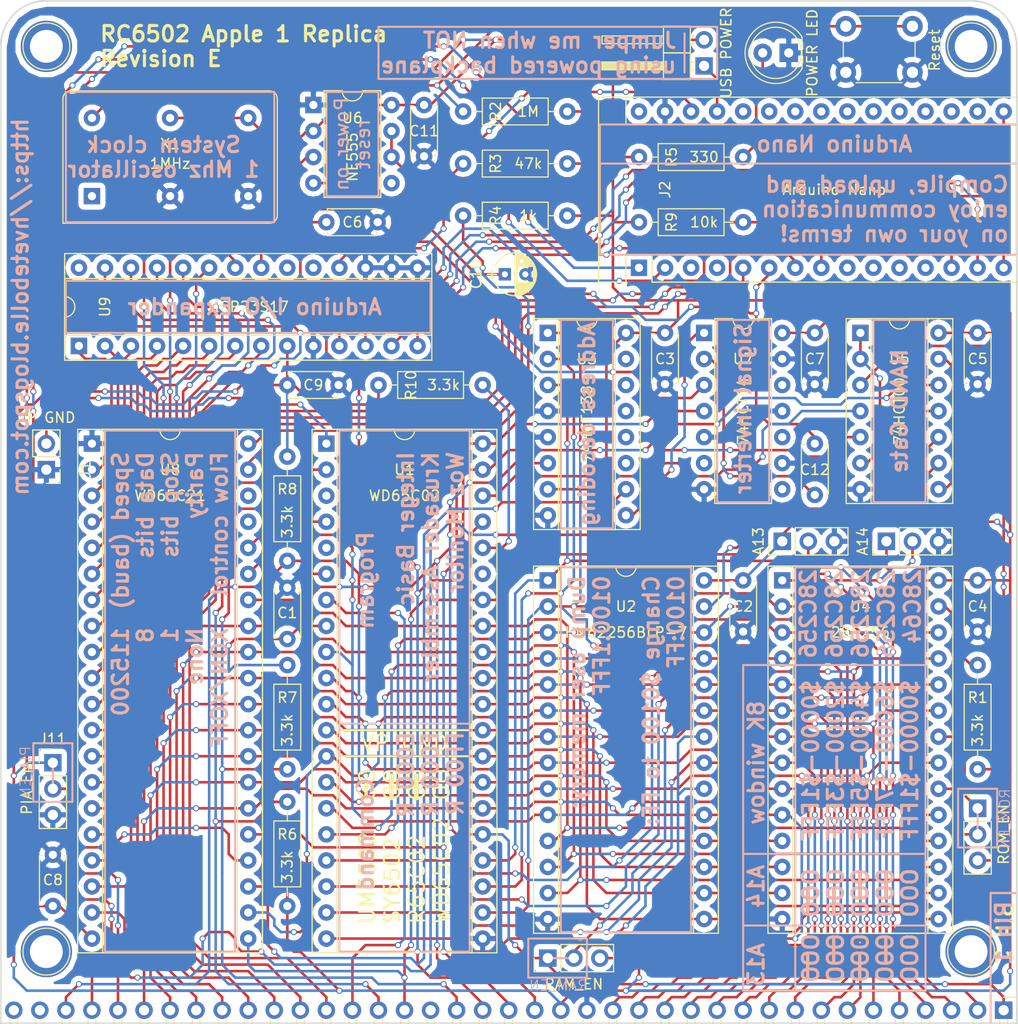
<source format=kicad_pcb>
(kicad_pcb (version 4) (host pcbnew 4.0.7)
  (layers (0 F.Cu signal hide) (31 B.Cu signal hide) (34 B.Paste user) (35 F.Paste user) (36 B.SilkS user) (37 F.SilkS user) (38 B.Mask user) (39 F.Mask user) (44 Edge.Cuts user))
  (net 0 "")
  (net 1 GND)
  (net 2 OUT_DA)
  (net 3 VCC)
  (net 4 "Net-(D1-Pad2)")
  (net 5 "Net-(J1-Pad2)")
  (net 6 TX)
  (net 7 RX)
  (net 8 KBD_READY)
  (net 9 KBD_STROBE)
  (net 10 OUT_RDA)
  (net 11 P_RESET)
  (net 12 "Net-(J2-Pad13)")
  (net 13 "Net-(J2-Pad14)")
  (net 14 "Net-(J2-Pad15)")
  (net 15 "Net-(J2-Pad16)")
  (net 16 A15)
  (net 17 A14)
  (net 18 A13)
  (net 19 A12)
  (net 20 A11)
  (net 21 A10)
  (net 22 A9)
  (net 23 A8)
  (net 24 A7)
  (net 25 A6)
  (net 26 A5)
  (net 27 A4)
  (net 28 A3)
  (net 29 A2)
  (net 30 A1)
  (net 31 A0)
  (net 32 PHI2)
  (net 33 RESET)
  (net 34 CLOCK)
  (net 35 IRQ)
  (net 36 RW)
  (net 37 RDY)
  (net 38 SYNC)
  (net 39 D0)
  (net 40 D1)
  (net 41 D2)
  (net 42 D3)
  (net 43 D4)
  (net 44 D5)
  (net 45 D6)
  (net 46 D7)
  (net 47 NMI)
  (net 48 A13_W)
  (net 49 A14_W)
  (net 50 "Net-(R1-Pad1)")
  (net 51 CS_PIA)
  (net 52 CS_ROM)
  (net 53 "Net-(U5-Pad1)")
  (net 54 KBD_D0)
  (net 55 KBD_D1)
  (net 56 KBD_D2)
  (net 57 KBD_D3)
  (net 58 KBD_D4)
  (net 59 KBD_D5)
  (net 60 KBD_D6)
  (net 61 KBD_D7)
  (net 62 OUT_D0)
  (net 63 OUT_D1)
  (net 64 OUT_D2)
  (net 65 OUT_D3)
  (net 66 OUT_D4)
  (net 67 OUT_D5)
  (net 68 OUT_D6)
  (net 69 "Net-(U2-Pad27)")
  (net 70 "Net-(U3-Pad9)")
  (net 71 "Net-(U3-Pad7)")
  (net 72 "Net-(U5-Pad13)")
  (net 73 "Net-(U6-Pad3)")
  (net 74 "Net-(U7-Pad1)")
  (net 75 "Net-(C6-Pad1)")
  (net 76 "Net-(C10-Pad1)")
  (net 77 "Net-(C12-Pad2)")
  (net 78 "Net-(J2-Pad27)")
  (net 79 "Net-(R10-Pad1)")
  (net 80 "Net-(J9-Pad2)")
  (net 81 "Net-(J10-Pad2)")
  (net 82 "Net-(J11-Pad2)")
  (module Housings_DIP:DIP-40_W15.24mm_Socket (layer F.Cu) (at 147.955 82.55)
    (fp_text reference U1 (at 7.62 2.54) (layer F.SilkS))
    (fp_text value WD65C02 (at 7.62 5.08 180) (layer F.SilkS))
    (pad 1 thru_hole rect (at 0 0) (size 1.6 1.6) (drill 0.8) (layers *.Cu *.Mask) (net 5 "Net-(J1-Pad2)"))
    (pad 21 thru_hole oval (at 15.24 48.26) (size 1.6 1.6) (drill 0.8) (layers *.Cu *.Mask) (net 1 GND))
    (pad 2 thru_hole oval (at 0 2.54) (size 1.6 1.6) (drill 0.8) (layers *.Cu *.Mask) (net 37 RDY))
    (pad 22 thru_hole oval (at 15.24 45.72) (size 1.6 1.6) (drill 0.8) (layers *.Cu *.Mask) (net 19 A12))
    (pad 3 thru_hole oval (at 0 5.08) (size 1.6 1.6) (drill 0.8) (layers *.Cu *.Mask))
    (pad 23 thru_hole oval (at 15.24 43.18) (size 1.6 1.6) (drill 0.8) (layers *.Cu *.Mask) (net 18 A13))
    (pad 4 thru_hole oval (at 0 7.62) (size 1.6 1.6) (drill 0.8) (layers *.Cu *.Mask) (net 35 IRQ))
    (pad 24 thru_hole oval (at 15.24 40.64) (size 1.6 1.6) (drill 0.8) (layers *.Cu *.Mask) (net 17 A14))
    (pad 5 thru_hole oval (at 0 10.16) (size 1.6 1.6) (drill 0.8) (layers *.Cu *.Mask))
    (pad 25 thru_hole oval (at 15.24 38.1) (size 1.6 1.6) (drill 0.8) (layers *.Cu *.Mask) (net 16 A15))
    (pad 6 thru_hole oval (at 0 12.7) (size 1.6 1.6) (drill 0.8) (layers *.Cu *.Mask) (net 47 NMI))
    (pad 26 thru_hole oval (at 15.24 35.56) (size 1.6 1.6) (drill 0.8) (layers *.Cu *.Mask) (net 46 D7))
    (pad 7 thru_hole oval (at 0 15.24) (size 1.6 1.6) (drill 0.8) (layers *.Cu *.Mask) (net 38 SYNC))
    (pad 27 thru_hole oval (at 15.24 33.02) (size 1.6 1.6) (drill 0.8) (layers *.Cu *.Mask) (net 45 D6))
    (pad 8 thru_hole oval (at 0 17.78) (size 1.6 1.6) (drill 0.8) (layers *.Cu *.Mask) (net 3 VCC))
    (pad 28 thru_hole oval (at 15.24 30.48) (size 1.6 1.6) (drill 0.8) (layers *.Cu *.Mask) (net 44 D5))
    (pad 9 thru_hole oval (at 0 20.32) (size 1.6 1.6) (drill 0.8) (layers *.Cu *.Mask) (net 31 A0))
    (pad 29 thru_hole oval (at 15.24 27.94) (size 1.6 1.6) (drill 0.8) (layers *.Cu *.Mask) (net 43 D4))
    (pad 10 thru_hole oval (at 0 22.86) (size 1.6 1.6) (drill 0.8) (layers *.Cu *.Mask) (net 30 A1))
    (pad 30 thru_hole oval (at 15.24 25.4) (size 1.6 1.6) (drill 0.8) (layers *.Cu *.Mask) (net 42 D3))
    (pad 11 thru_hole oval (at 0 25.4) (size 1.6 1.6) (drill 0.8) (layers *.Cu *.Mask) (net 29 A2))
    (pad 31 thru_hole oval (at 15.24 22.86) (size 1.6 1.6) (drill 0.8) (layers *.Cu *.Mask) (net 41 D2))
    (pad 12 thru_hole oval (at 0 27.94) (size 1.6 1.6) (drill 0.8) (layers *.Cu *.Mask) (net 28 A3))
    (pad 32 thru_hole oval (at 15.24 20.32) (size 1.6 1.6) (drill 0.8) (layers *.Cu *.Mask) (net 40 D1))
    (pad 13 thru_hole oval (at 0 30.48) (size 1.6 1.6) (drill 0.8) (layers *.Cu *.Mask) (net 27 A4))
    (pad 33 thru_hole oval (at 15.24 17.78) (size 1.6 1.6) (drill 0.8) (layers *.Cu *.Mask) (net 39 D0))
    (pad 14 thru_hole oval (at 0 33.02) (size 1.6 1.6) (drill 0.8) (layers *.Cu *.Mask) (net 26 A5))
    (pad 34 thru_hole oval (at 15.24 15.24) (size 1.6 1.6) (drill 0.8) (layers *.Cu *.Mask) (net 36 RW))
    (pad 15 thru_hole oval (at 0 35.56) (size 1.6 1.6) (drill 0.8) (layers *.Cu *.Mask) (net 25 A6))
    (pad 35 thru_hole oval (at 15.24 12.7) (size 1.6 1.6) (drill 0.8) (layers *.Cu *.Mask))
    (pad 16 thru_hole oval (at 0 38.1) (size 1.6 1.6) (drill 0.8) (layers *.Cu *.Mask) (net 24 A7))
    (pad 36 thru_hole oval (at 15.24 10.16) (size 1.6 1.6) (drill 0.8) (layers *.Cu *.Mask) (net 79 "Net-(R10-Pad1)"))
    (pad 17 thru_hole oval (at 0 40.64) (size 1.6 1.6) (drill 0.8) (layers *.Cu *.Mask) (net 23 A8))
    (pad 37 thru_hole oval (at 15.24 7.62) (size 1.6 1.6) (drill 0.8) (layers *.Cu *.Mask) (net 34 CLOCK))
    (pad 18 thru_hole oval (at 0 43.18) (size 1.6 1.6) (drill 0.8) (layers *.Cu *.Mask) (net 22 A9))
    (pad 38 thru_hole oval (at 15.24 5.08) (size 1.6 1.6) (drill 0.8) (layers *.Cu *.Mask) (net 3 VCC))
    (pad 19 thru_hole oval (at 0 45.72) (size 1.6 1.6) (drill 0.8) (layers *.Cu *.Mask) (net 21 A10))
    (pad 39 thru_hole oval (at 15.24 2.54) (size 1.6 1.6) (drill 0.8) (layers *.Cu *.Mask) (net 32 PHI2))
    (pad 20 thru_hole oval (at 0 48.26) (size 1.6 1.6) (drill 0.8) (layers *.Cu *.Mask) (net 20 A11))
    (pad 40 thru_hole oval (at 15.24 0) (size 1.6 1.6) (drill 0.8) (layers *.Cu *.Mask) (net 33 RESET))
  )
  (module Capacitors_THT:C_Disc_D4.7mm_W2.5mm_P5.00mm (layer F.Cu) (at 144.145 101.6 90)
    (fp_text reference C1 (at 2.54 0 180) (layer F.SilkS))
    (fp_text value 100nF)
    (pad 1 thru_hole circle (at 0 0 90) (size 1.6 1.6) (drill 0.8) (layers *.Cu *.Mask) (net 3 VCC))
    (pad 2 thru_hole circle (at 5 0 90) (size 1.6 1.6) (drill 0.8) (layers *.Cu *.Mask) (net 1 GND))
  )
  (module Capacitors_THT:C_Disc_D4.7mm_W2.5mm_P5.00mm (layer F.Cu) (at 188.595 95.885 270)
    (fp_text reference C2 (at 2.54 0 360) (layer F.SilkS))
    (fp_text value 100nF)
    (pad 1 thru_hole circle (at 0 0 270) (size 1.6 1.6) (drill 0.8) (layers *.Cu *.Mask) (net 3 VCC))
    (pad 2 thru_hole circle (at 5 0 270) (size 1.6 1.6) (drill 0.8) (layers *.Cu *.Mask) (net 1 GND))
  )
  (module Capacitors_THT:C_Disc_D4.7mm_W2.5mm_P5.00mm (layer F.Cu) (at 211.455 95.885 270)
    (fp_text reference C4 (at 2.54 0 360) (layer F.SilkS))
    (fp_text value 100nF)
    (pad 1 thru_hole circle (at 0 0 270) (size 1.6 1.6) (drill 0.8) (layers *.Cu *.Mask) (net 3 VCC))
    (pad 2 thru_hole circle (at 5 0 270) (size 1.6 1.6) (drill 0.8) (layers *.Cu *.Mask) (net 1 GND))
  )
  (module Capacitors_THT:C_Disc_D4.7mm_W2.5mm_P5.00mm (layer F.Cu) (at 211.455 71.755 270)
    (fp_text reference C5 (at 2.54 0 360) (layer F.SilkS))
    (fp_text value 100nF)
    (pad 1 thru_hole circle (at 0 0 270) (size 1.6 1.6) (drill 0.8) (layers *.Cu *.Mask) (net 3 VCC))
    (pad 2 thru_hole circle (at 5 0 270) (size 1.6 1.6) (drill 0.8) (layers *.Cu *.Mask) (net 1 GND))
  )
  (module Capacitors_THT:C_Disc_D4.7mm_W2.5mm_P5.00mm (layer F.Cu) (at 147.955 60.96)
    (fp_text reference C6 (at 2.54 0) (layer F.SilkS))
    (fp_text value 100nF)
    (pad 1 thru_hole circle (at 0 0) (size 1.6 1.6) (drill 0.8) (layers *.Cu *.Mask) (net 75 "Net-(C6-Pad1)"))
    (pad 2 thru_hole circle (at 5 0) (size 1.6 1.6) (drill 0.8) (layers *.Cu *.Mask) (net 1 GND))
  )
  (module Capacitors_THT:C_Disc_D4.7mm_W2.5mm_P5.00mm (layer F.Cu) (at 195.58 71.755 270)
    (fp_text reference C7 (at 2.54 0 360) (layer F.SilkS))
    (fp_text value 100nF)
    (pad 1 thru_hole circle (at 0 0 270) (size 1.6 1.6) (drill 0.8) (layers *.Cu *.Mask) (net 3 VCC))
    (pad 2 thru_hole circle (at 5 0 270) (size 1.6 1.6) (drill 0.8) (layers *.Cu *.Mask) (net 1 GND))
  )
  (module Capacitors_THT:C_Disc_D4.7mm_W2.5mm_P5.00mm (layer F.Cu) (at 121.285 127.635 90)
    (fp_text reference C8 (at 2.54 0 180) (layer F.SilkS))
    (fp_text value 100nF)
    (pad 1 thru_hole circle (at 0 0 90) (size 1.6 1.6) (drill 0.8) (layers *.Cu *.Mask) (net 3 VCC))
    (pad 2 thru_hole circle (at 5 0 90) (size 1.6 1.6) (drill 0.8) (layers *.Cu *.Mask) (net 1 GND))
  )
  (module Capacitors_THT:C_Disc_D4.7mm_W2.5mm_P5.00mm (layer F.Cu) (at 144.145 76.835)
    (fp_text reference C9 (at 2.54 0) (layer F.SilkS))
    (fp_text value 100nF)
    (pad 1 thru_hole circle (at 0 0) (size 1.6 1.6) (drill 0.8) (layers *.Cu *.Mask) (net 3 VCC))
    (pad 2 thru_hole circle (at 5 0) (size 1.6 1.6) (drill 0.8) (layers *.Cu *.Mask) (net 1 GND))
  )
  (module Capacitors_THT:C_Disc_D4.7mm_W2.5mm_P5.00mm (layer F.Cu) (at 157.48 49.53 270)
    (fp_text reference C11 (at 2.54 0 360) (layer F.SilkS))
    (fp_text value 100nF)
    (pad 1 thru_hole circle (at 0 0 270) (size 1.6 1.6) (drill 0.8) (layers *.Cu *.Mask) (net 3 VCC))
    (pad 2 thru_hole circle (at 5 0 270) (size 1.6 1.6) (drill 0.8) (layers *.Cu *.Mask) (net 1 GND))
  )
  (module Modules:Arduino_Nano (layer F.Cu) (at 178.435 65.405 90)
    (fp_text reference J2 (at 7.62 2.54 90) (layer F.SilkS))
    (fp_text value "Arduino Nano" (at 7.62 19.05 180) (layer F.SilkS))
    (pad 1 thru_hole rect (at 0 0 90) (size 1.6 1.6) (drill 0.8) (layers *.Cu *.Mask) (net 6 TX))
    (pad 17 thru_hole oval (at 15.24 33.02 90) (size 1.6 1.6) (drill 0.8) (layers *.Cu *.Mask))
    (pad 2 thru_hole oval (at 0 2.54 90) (size 1.6 1.6) (drill 0.8) (layers *.Cu *.Mask) (net 7 RX))
    (pad 18 thru_hole oval (at 15.24 30.48 90) (size 1.6 1.6) (drill 0.8) (layers *.Cu *.Mask))
    (pad 3 thru_hole oval (at 0 5.08 90) (size 1.6 1.6) (drill 0.8) (layers *.Cu *.Mask))
    (pad 19 thru_hole oval (at 15.24 27.94 90) (size 1.6 1.6) (drill 0.8) (layers *.Cu *.Mask))
    (pad 4 thru_hole oval (at 0 7.62 90) (size 1.6 1.6) (drill 0.8) (layers *.Cu *.Mask))
    (pad 20 thru_hole oval (at 15.24 25.4 90) (size 1.6 1.6) (drill 0.8) (layers *.Cu *.Mask))
    (pad 5 thru_hole oval (at 0 10.16 90) (size 1.6 1.6) (drill 0.8) (layers *.Cu *.Mask) (net 8 KBD_READY))
    (pad 21 thru_hole oval (at 15.24 22.86 90) (size 1.6 1.6) (drill 0.8) (layers *.Cu *.Mask))
    (pad 6 thru_hole oval (at 0 12.7 90) (size 1.6 1.6) (drill 0.8) (layers *.Cu *.Mask) (net 2 OUT_DA))
    (pad 22 thru_hole oval (at 15.24 20.32 90) (size 1.6 1.6) (drill 0.8) (layers *.Cu *.Mask))
    (pad 7 thru_hole oval (at 0 15.24 90) (size 1.6 1.6) (drill 0.8) (layers *.Cu *.Mask) (net 9 KBD_STROBE))
    (pad 23 thru_hole oval (at 15.24 17.78 90) (size 1.6 1.6) (drill 0.8) (layers *.Cu *.Mask))
    (pad 8 thru_hole oval (at 0 17.78 90) (size 1.6 1.6) (drill 0.8) (layers *.Cu *.Mask) (net 10 OUT_RDA))
    (pad 24 thru_hole oval (at 15.24 15.24 90) (size 1.6 1.6) (drill 0.8) (layers *.Cu *.Mask))
    (pad 9 thru_hole oval (at 0 20.32 90) (size 1.6 1.6) (drill 0.8) (layers *.Cu *.Mask))
    (pad 25 thru_hole oval (at 15.24 12.7 90) (size 1.6 1.6) (drill 0.8) (layers *.Cu *.Mask))
    (pad 10 thru_hole oval (at 0 22.86 90) (size 1.6 1.6) (drill 0.8) (layers *.Cu *.Mask))
    (pad 26 thru_hole oval (at 15.24 10.16 90) (size 1.6 1.6) (drill 0.8) (layers *.Cu *.Mask))
    (pad 11 thru_hole oval (at 0 25.4 90) (size 1.6 1.6) (drill 0.8) (layers *.Cu *.Mask))
    (pad 27 thru_hole oval (at 15.24 7.62 90) (size 1.6 1.6) (drill 0.8) (layers *.Cu *.Mask) (net 78 "Net-(J2-Pad27)"))
    (pad 12 thru_hole oval (at 0 27.94 90) (size 1.6 1.6) (drill 0.8) (layers *.Cu *.Mask))
    (pad 28 thru_hole oval (at 15.24 5.08 90) (size 1.6 1.6) (drill 0.8) (layers *.Cu *.Mask) (net 11 P_RESET))
    (pad 13 thru_hole oval (at 0 30.48 90) (size 1.6 1.6) (drill 0.8) (layers *.Cu *.Mask) (net 12 "Net-(J2-Pad13)"))
    (pad 29 thru_hole oval (at 15.24 2.54 90) (size 1.6 1.6) (drill 0.8) (layers *.Cu *.Mask) (net 1 GND))
    (pad 14 thru_hole oval (at 0 33.02 90) (size 1.6 1.6) (drill 0.8) (layers *.Cu *.Mask) (net 13 "Net-(J2-Pad14)"))
    (pad 30 thru_hole oval (at 15.24 0 90) (size 1.6 1.6) (drill 0.8) (layers *.Cu *.Mask))
    (pad 15 thru_hole oval (at 0 35.56 90) (size 1.6 1.6) (drill 0.8) (layers *.Cu *.Mask) (net 14 "Net-(J2-Pad15)"))
    (pad 16 thru_hole oval (at 15.24 35.56 90) (size 1.6 1.6) (drill 0.8) (layers *.Cu *.Mask) (net 15 "Net-(J2-Pad16)"))
  )
  (module Pin_Headers:Pin_Header_Angled_1x39_Pitch2.54mm (layer F.Cu) (at 213.995 137.795 270)
    (fp_text reference J3 (at 4.315 -2.27 270) (layer F.SilkS))
    (fp_text value Backplane)
    (pad 1 thru_hole rect (at 0 0 270) (size 1.7 1.7) (drill 1) (layers *.Cu *.Mask) (net 16 A15))
    (pad 2 thru_hole oval (at 0 2.54 270) (size 1.7 1.7) (drill 1) (layers *.Cu *.Mask) (net 17 A14))
    (pad 3 thru_hole oval (at 0 5.08 270) (size 1.7 1.7) (drill 1) (layers *.Cu *.Mask) (net 18 A13))
    (pad 4 thru_hole oval (at 0 7.62 270) (size 1.7 1.7) (drill 1) (layers *.Cu *.Mask) (net 19 A12))
    (pad 5 thru_hole oval (at 0 10.16 270) (size 1.7 1.7) (drill 1) (layers *.Cu *.Mask) (net 20 A11))
    (pad 6 thru_hole oval (at 0 12.7 270) (size 1.7 1.7) (drill 1) (layers *.Cu *.Mask) (net 21 A10))
    (pad 7 thru_hole oval (at 0 15.24 270) (size 1.7 1.7) (drill 1) (layers *.Cu *.Mask) (net 22 A9))
    (pad 8 thru_hole oval (at 0 17.78 270) (size 1.7 1.7) (drill 1) (layers *.Cu *.Mask) (net 23 A8))
    (pad 9 thru_hole oval (at 0 20.32 270) (size 1.7 1.7) (drill 1) (layers *.Cu *.Mask) (net 24 A7))
    (pad 10 thru_hole oval (at 0 22.86 270) (size 1.7 1.7) (drill 1) (layers *.Cu *.Mask) (net 25 A6))
    (pad 11 thru_hole oval (at 0 25.4 270) (size 1.7 1.7) (drill 1) (layers *.Cu *.Mask) (net 26 A5))
    (pad 12 thru_hole oval (at 0 27.94 270) (size 1.7 1.7) (drill 1) (layers *.Cu *.Mask) (net 27 A4))
    (pad 13 thru_hole oval (at 0 30.48 270) (size 1.7 1.7) (drill 1) (layers *.Cu *.Mask) (net 28 A3))
    (pad 14 thru_hole oval (at 0 33.02 270) (size 1.7 1.7) (drill 1) (layers *.Cu *.Mask) (net 29 A2))
    (pad 15 thru_hole oval (at 0 35.56 270) (size 1.7 1.7) (drill 1) (layers *.Cu *.Mask) (net 30 A1))
    (pad 16 thru_hole oval (at 0 38.1 270) (size 1.7 1.7) (drill 1) (layers *.Cu *.Mask) (net 31 A0))
    (pad 17 thru_hole oval (at 0 40.64 270) (size 1.7 1.7) (drill 1) (layers *.Cu *.Mask) (net 1 GND))
    (pad 18 thru_hole oval (at 0 43.18 270) (size 1.7 1.7) (drill 1) (layers *.Cu *.Mask) (net 3 VCC))
    (pad 19 thru_hole oval (at 0 45.72 270) (size 1.7 1.7) (drill 1) (layers *.Cu *.Mask) (net 32 PHI2))
    (pad 20 thru_hole oval (at 0 48.26 270) (size 1.7 1.7) (drill 1) (layers *.Cu *.Mask) (net 33 RESET))
    (pad 21 thru_hole oval (at 0 50.8 270) (size 1.7 1.7) (drill 1) (layers *.Cu *.Mask) (net 34 CLOCK))
    (pad 22 thru_hole oval (at 0 53.34 270) (size 1.7 1.7) (drill 1) (layers *.Cu *.Mask) (net 35 IRQ))
    (pad 23 thru_hole oval (at 0 55.88 270) (size 1.7 1.7) (drill 1) (layers *.Cu *.Mask))
    (pad 24 thru_hole oval (at 0 58.42 270) (size 1.7 1.7) (drill 1) (layers *.Cu *.Mask) (net 36 RW))
    (pad 25 thru_hole oval (at 0 60.96 270) (size 1.7 1.7) (drill 1) (layers *.Cu *.Mask) (net 37 RDY))
    (pad 26 thru_hole oval (at 0 63.5 270) (size 1.7 1.7) (drill 1) (layers *.Cu *.Mask) (net 38 SYNC))
    (pad 27 thru_hole oval (at 0 66.04 270) (size 1.7 1.7) (drill 1) (layers *.Cu *.Mask) (net 39 D0))
    (pad 28 thru_hole oval (at 0 68.58 270) (size 1.7 1.7) (drill 1) (layers *.Cu *.Mask) (net 40 D1))
    (pad 29 thru_hole oval (at 0 71.12 270) (size 1.7 1.7) (drill 1) (layers *.Cu *.Mask) (net 41 D2))
    (pad 30 thru_hole oval (at 0 73.66 270) (size 1.7 1.7) (drill 1) (layers *.Cu *.Mask) (net 42 D3))
    (pad 31 thru_hole oval (at 0 76.2 270) (size 1.7 1.7) (drill 1) (layers *.Cu *.Mask) (net 43 D4))
    (pad 32 thru_hole oval (at 0 78.74 270) (size 1.7 1.7) (drill 1) (layers *.Cu *.Mask) (net 44 D5))
    (pad 33 thru_hole oval (at 0 81.28 270) (size 1.7 1.7) (drill 1) (layers *.Cu *.Mask) (net 45 D6))
    (pad 34 thru_hole oval (at 0 83.82 270) (size 1.7 1.7) (drill 1) (layers *.Cu *.Mask) (net 46 D7))
    (pad 35 thru_hole oval (at 0 86.36 270) (size 1.7 1.7) (drill 1) (layers *.Cu *.Mask) (net 6 TX))
    (pad 36 thru_hole oval (at 0 88.9 270) (size 1.7 1.7) (drill 1) (layers *.Cu *.Mask) (net 7 RX))
    (pad 37 thru_hole oval (at 0 91.44 270) (size 1.7 1.7) (drill 1) (layers *.Cu *.Mask) (net 47 NMI))
    (pad 38 thru_hole oval (at 0 93.98 270) (size 1.7 1.7) (drill 1) (layers *.Cu *.Mask))
    (pad 39 thru_hole oval (at 0 96.52 270) (size 1.7 1.7) (drill 1) (layers *.Cu *.Mask))
  )
  (module Resistors_THT:R_Axial_DIN0207_L6.3mm_D2.5mm_P10.16mm_Horizontal (layer F.Cu) (at 211.455 104.14 270)
    (fp_text reference R1 (at 3.175 0 360) (layer F.SilkS))
    (fp_text value 3.3k (at 6.35 0 270) (layer F.SilkS))
    (pad 1 thru_hole circle (at 0 0 270) (size 1.6 1.6) (drill 0.8) (layers *.Cu *.Mask) (net 50 "Net-(R1-Pad1)"))
    (pad 2 thru_hole oval (at 10.16 0 270) (size 1.6 1.6) (drill 0.8) (layers *.Cu *.Mask) (net 3 VCC))
  )
  (module Resistors_THT:R_Axial_DIN0207_L6.3mm_D2.5mm_P10.16mm_Horizontal (layer F.Cu) (at 171.45 50.165 180)
    (fp_text reference R2 (at 6.985 0 270) (layer F.SilkS))
    (fp_text value 1M (at 3.81 0 180) (layer F.SilkS))
    (pad 1 thru_hole circle (at 0 0 180) (size 1.6 1.6) (drill 0.8) (layers *.Cu *.Mask) (net 3 VCC))
    (pad 2 thru_hole oval (at 10.16 0 180) (size 1.6 1.6) (drill 0.8) (layers *.Cu *.Mask) (net 75 "Net-(C6-Pad1)"))
  )
  (module Resistors_THT:R_Axial_DIN0207_L6.3mm_D2.5mm_P10.16mm_Horizontal (layer F.Cu) (at 171.45 55.245 180)
    (fp_text reference R3 (at 6.985 0 270) (layer F.SilkS))
    (fp_text value 47k (at 3.81 0 180) (layer F.SilkS))
    (pad 1 thru_hole circle (at 0 0 180) (size 1.6 1.6) (drill 0.8) (layers *.Cu *.Mask) (net 3 VCC))
    (pad 2 thru_hole oval (at 10.16 0 180) (size 1.6 1.6) (drill 0.8) (layers *.Cu *.Mask) (net 76 "Net-(C10-Pad1)"))
  )
  (module Resistors_THT:R_Axial_DIN0207_L6.3mm_D2.5mm_P10.16mm_Horizontal (layer F.Cu) (at 161.29 60.325)
    (fp_text reference R4 (at 3.175 0 90) (layer F.SilkS))
    (fp_text value 1k (at 6.35 0) (layer F.SilkS))
    (pad 1 thru_hole circle (at 0 0) (size 1.6 1.6) (drill 0.8) (layers *.Cu *.Mask) (net 33 RESET))
    (pad 2 thru_hole oval (at 10.16 0) (size 1.6 1.6) (drill 0.8) (layers *.Cu *.Mask) (net 3 VCC))
  )
  (module Resistors_THT:R_Axial_DIN0207_L6.3mm_D2.5mm_P10.16mm_Horizontal (layer F.Cu) (at 178.435 54.61)
    (fp_text reference R5 (at 3.175 0 90) (layer F.SilkS))
    (fp_text value 330 (at 6.35 0) (layer F.SilkS))
    (pad 1 thru_hole circle (at 0 0) (size 1.6 1.6) (drill 0.8) (layers *.Cu *.Mask) (net 3 VCC))
    (pad 2 thru_hole oval (at 10.16 0) (size 1.6 1.6) (drill 0.8) (layers *.Cu *.Mask) (net 4 "Net-(D1-Pad2)"))
  )
  (module Resistors_THT:R_Axial_DIN0207_L6.3mm_D2.5mm_P10.16mm_Horizontal (layer F.Cu) (at 144.145 117.475 270)
    (fp_text reference R6 (at 3.175 0 360) (layer F.SilkS))
    (fp_text value 3.3k (at 6.35 0 270) (layer F.SilkS))
    (pad 1 thru_hole circle (at 0 0 270) (size 1.6 1.6) (drill 0.8) (layers *.Cu *.Mask) (net 37 RDY))
    (pad 2 thru_hole oval (at 10.16 0 270) (size 1.6 1.6) (drill 0.8) (layers *.Cu *.Mask) (net 3 VCC))
  )
  (module Resistors_THT:R_Axial_DIN0207_L6.3mm_D2.5mm_P10.16mm_Horizontal (layer F.Cu) (at 144.145 114.3 90)
    (fp_text reference R7 (at 6.985 0 180) (layer F.SilkS))
    (fp_text value 3.3k (at 3.81 0 90) (layer F.SilkS))
    (pad 1 thru_hole circle (at 0 0 90) (size 1.6 1.6) (drill 0.8) (layers *.Cu *.Mask) (net 35 IRQ))
    (pad 2 thru_hole oval (at 10.16 0 90) (size 1.6 1.6) (drill 0.8) (layers *.Cu *.Mask) (net 3 VCC))
  )
  (module Resistors_THT:R_Axial_DIN0207_L6.3mm_D2.5mm_P10.16mm_Horizontal (layer F.Cu) (at 144.145 93.98 90)
    (fp_text reference R8 (at 6.985 0 180) (layer F.SilkS))
    (fp_text value 3.3k (at 3.81 0 90) (layer F.SilkS))
    (pad 1 thru_hole circle (at 0 0 90) (size 1.6 1.6) (drill 0.8) (layers *.Cu *.Mask) (net 47 NMI))
    (pad 2 thru_hole oval (at 10.16 0 90) (size 1.6 1.6) (drill 0.8) (layers *.Cu *.Mask) (net 3 VCC))
  )
  (module Resistors_THT:R_Axial_DIN0207_L6.3mm_D2.5mm_P10.16mm_Horizontal (layer F.Cu) (at 178.435 60.96)
    (fp_text reference R9 (at 3.175 0 90) (layer F.SilkS))
    (fp_text value 10k (at 6.35 0) (layer F.SilkS))
    (pad 1 thru_hole circle (at 0 0) (size 1.6 1.6) (drill 0.8) (layers *.Cu *.Mask) (net 3 VCC))
    (pad 2 thru_hole oval (at 10.16 0) (size 1.6 1.6) (drill 0.8) (layers *.Cu *.Mask) (net 12 "Net-(J2-Pad13)"))
  )
  (module Buttons_Switches_THT:SW_PUSH_6mm (layer F.Cu) (at 205.105 46.355 180)
    (fp_text reference SW1 (at 0 8.255 180) (layer F.SilkS))
    (fp_text value RESET)
    (pad 2 thru_hole circle (at 0 4.5 270) (size 2 2) (drill 1.1) (layers *.Cu *.Mask) (net 75 "Net-(C6-Pad1)"))
    (pad 1 thru_hole circle (at 0 0 270) (size 2 2) (drill 1.1) (layers *.Cu *.Mask) (net 1 GND))
    (pad 2 thru_hole circle (at 6.5 4.5 270) (size 2 2) (drill 1.1) (layers *.Cu *.Mask) (net 75 "Net-(C6-Pad1)"))
    (pad 1 thru_hole circle (at 6.5 0 270) (size 2 2) (drill 1.1) (layers *.Cu *.Mask) (net 1 GND))
  )
  (module Housings_DIP:DIP-28_W15.24mm_Socket (layer F.Cu) (at 169.545 95.885)
    (fp_text reference U2 (at 7.62 2.54) (layer F.SilkS))
    (fp_text value HM62256BLP-7 (at 7.62 5.08) (layer F.SilkS))
    (pad 1 thru_hole rect (at 0 0) (size 1.6 1.6) (drill 0.8) (layers *.Cu *.Mask) (net 17 A14))
    (pad 15 thru_hole oval (at 15.24 33.02) (size 1.6 1.6) (drill 0.8) (layers *.Cu *.Mask) (net 42 D3))
    (pad 2 thru_hole oval (at 0 2.54) (size 1.6 1.6) (drill 0.8) (layers *.Cu *.Mask) (net 19 A12))
    (pad 16 thru_hole oval (at 15.24 30.48) (size 1.6 1.6) (drill 0.8) (layers *.Cu *.Mask) (net 43 D4))
    (pad 3 thru_hole oval (at 0 5.08) (size 1.6 1.6) (drill 0.8) (layers *.Cu *.Mask) (net 24 A7))
    (pad 17 thru_hole oval (at 15.24 27.94) (size 1.6 1.6) (drill 0.8) (layers *.Cu *.Mask) (net 44 D5))
    (pad 4 thru_hole oval (at 0 7.62) (size 1.6 1.6) (drill 0.8) (layers *.Cu *.Mask) (net 25 A6))
    (pad 18 thru_hole oval (at 15.24 25.4) (size 1.6 1.6) (drill 0.8) (layers *.Cu *.Mask) (net 45 D6))
    (pad 5 thru_hole oval (at 0 10.16) (size 1.6 1.6) (drill 0.8) (layers *.Cu *.Mask) (net 26 A5))
    (pad 19 thru_hole oval (at 15.24 22.86) (size 1.6 1.6) (drill 0.8) (layers *.Cu *.Mask) (net 46 D7))
    (pad 6 thru_hole oval (at 0 12.7) (size 1.6 1.6) (drill 0.8) (layers *.Cu *.Mask) (net 27 A4))
    (pad 20 thru_hole oval (at 15.24 20.32) (size 1.6 1.6) (drill 0.8) (layers *.Cu *.Mask) (net 81 "Net-(J10-Pad2)"))
    (pad 7 thru_hole oval (at 0 15.24) (size 1.6 1.6) (drill 0.8) (layers *.Cu *.Mask) (net 28 A3))
    (pad 21 thru_hole oval (at 15.24 17.78) (size 1.6 1.6) (drill 0.8) (layers *.Cu *.Mask) (net 21 A10))
    (pad 8 thru_hole oval (at 0 17.78) (size 1.6 1.6) (drill 0.8) (layers *.Cu *.Mask) (net 29 A2))
    (pad 22 thru_hole oval (at 15.24 15.24) (size 1.6 1.6) (drill 0.8) (layers *.Cu *.Mask) (net 81 "Net-(J10-Pad2)"))
    (pad 9 thru_hole oval (at 0 20.32) (size 1.6 1.6) (drill 0.8) (layers *.Cu *.Mask) (net 30 A1))
    (pad 23 thru_hole oval (at 15.24 12.7) (size 1.6 1.6) (drill 0.8) (layers *.Cu *.Mask) (net 20 A11))
    (pad 10 thru_hole oval (at 0 22.86) (size 1.6 1.6) (drill 0.8) (layers *.Cu *.Mask) (net 31 A0))
    (pad 24 thru_hole oval (at 15.24 10.16) (size 1.6 1.6) (drill 0.8) (layers *.Cu *.Mask) (net 22 A9))
    (pad 11 thru_hole oval (at 0 25.4) (size 1.6 1.6) (drill 0.8) (layers *.Cu *.Mask) (net 39 D0))
    (pad 25 thru_hole oval (at 15.24 7.62) (size 1.6 1.6) (drill 0.8) (layers *.Cu *.Mask) (net 23 A8))
    (pad 12 thru_hole oval (at 0 27.94) (size 1.6 1.6) (drill 0.8) (layers *.Cu *.Mask) (net 40 D1))
    (pad 26 thru_hole oval (at 15.24 5.08) (size 1.6 1.6) (drill 0.8) (layers *.Cu *.Mask) (net 18 A13))
    (pad 13 thru_hole oval (at 0 30.48) (size 1.6 1.6) (drill 0.8) (layers *.Cu *.Mask) (net 41 D2))
    (pad 27 thru_hole oval (at 15.24 2.54) (size 1.6 1.6) (drill 0.8) (layers *.Cu *.Mask) (net 69 "Net-(U2-Pad27)"))
    (pad 14 thru_hole oval (at 0 33.02) (size 1.6 1.6) (drill 0.8) (layers *.Cu *.Mask) (net 1 GND))
    (pad 28 thru_hole oval (at 15.24 0) (size 1.6 1.6) (drill 0.8) (layers *.Cu *.Mask) (net 3 VCC))
  )
  (module Housings_DIP:DIP-14_W7.62mm_Socket (layer F.Cu) (at 200.025 71.755)
    (fp_text reference U5 (at 3.81 2.54) (layer F.SilkS))
    (fp_text value 74HCT00 (at 3.81 7.62 90) (layer F.SilkS))
    (pad 1 thru_hole rect (at 0 0) (size 1.6 1.6) (drill 0.8) (layers *.Cu *.Mask) (net 53 "Net-(U5-Pad1)"))
    (pad 8 thru_hole oval (at 7.62 15.24) (size 1.6 1.6) (drill 0.8) (layers *.Cu *.Mask) (net 72 "Net-(U5-Pad13)"))
    (pad 2 thru_hole oval (at 0 2.54) (size 1.6 1.6) (drill 0.8) (layers *.Cu *.Mask) (net 53 "Net-(U5-Pad1)"))
    (pad 9 thru_hole oval (at 7.62 12.7) (size 1.6 1.6) (drill 0.8) (layers *.Cu *.Mask) (net 36 RW))
    (pad 3 thru_hole oval (at 0 5.08) (size 1.6 1.6) (drill 0.8) (layers *.Cu *.Mask) (net 52 CS_ROM))
    (pad 10 thru_hole oval (at 7.62 10.16) (size 1.6 1.6) (drill 0.8) (layers *.Cu *.Mask) (net 36 RW))
    (pad 4 thru_hole oval (at 0 7.62) (size 1.6 1.6) (drill 0.8) (layers *.Cu *.Mask) (net 70 "Net-(U3-Pad9)"))
    (pad 11 thru_hole oval (at 7.62 7.62) (size 1.6 1.6) (drill 0.8) (layers *.Cu *.Mask) (net 69 "Net-(U2-Pad27)"))
    (pad 5 thru_hole oval (at 0 10.16) (size 1.6 1.6) (drill 0.8) (layers *.Cu *.Mask) (net 71 "Net-(U3-Pad7)"))
    (pad 12 thru_hole oval (at 7.62 5.08) (size 1.6 1.6) (drill 0.8) (layers *.Cu *.Mask) (net 32 PHI2))
    (pad 6 thru_hole oval (at 0 12.7) (size 1.6 1.6) (drill 0.8) (layers *.Cu *.Mask) (net 53 "Net-(U5-Pad1)"))
    (pad 13 thru_hole oval (at 7.62 2.54) (size 1.6 1.6) (drill 0.8) (layers *.Cu *.Mask) (net 72 "Net-(U5-Pad13)"))
    (pad 7 thru_hole oval (at 0 15.24) (size 1.6 1.6) (drill 0.8) (layers *.Cu *.Mask) (net 1 GND))
    (pad 14 thru_hole oval (at 7.62 0) (size 1.6 1.6) (drill 0.8) (layers *.Cu *.Mask) (net 3 VCC))
  )
  (module Housings_DIP:DIP-14_W7.62mm (layer F.Cu) (at 184.785 71.755)
    (fp_text reference U7 (at 3.81 2.54) (layer F.SilkS))
    (fp_text value 74HCT04 (at 3.81 7.62 90) (layer F.SilkS))
    (pad 1 thru_hole rect (at 0 0) (size 1.6 1.6) (drill 0.8) (layers *.Cu *.Mask) (net 74 "Net-(U7-Pad1)"))
    (pad 8 thru_hole oval (at 7.62 15.24) (size 1.6 1.6) (drill 0.8) (layers *.Cu *.Mask))
    (pad 2 thru_hole oval (at 0 2.54) (size 1.6 1.6) (drill 0.8) (layers *.Cu *.Mask) (net 77 "Net-(C12-Pad2)"))
    (pad 9 thru_hole oval (at 7.62 12.7) (size 1.6 1.6) (drill 0.8) (layers *.Cu *.Mask) (net 1 GND))
    (pad 3 thru_hole oval (at 0 5.08) (size 1.6 1.6) (drill 0.8) (layers *.Cu *.Mask) (net 73 "Net-(U6-Pad3)"))
    (pad 10 thru_hole oval (at 7.62 10.16) (size 1.6 1.6) (drill 0.8) (layers *.Cu *.Mask))
    (pad 4 thru_hole oval (at 0 7.62) (size 1.6 1.6) (drill 0.8) (layers *.Cu *.Mask) (net 33 RESET))
    (pad 11 thru_hole oval (at 7.62 7.62) (size 1.6 1.6) (drill 0.8) (layers *.Cu *.Mask) (net 1 GND))
    (pad 5 thru_hole oval (at 0 10.16) (size 1.6 1.6) (drill 0.8) (layers *.Cu *.Mask) (net 1 GND))
    (pad 12 thru_hole oval (at 7.62 5.08) (size 1.6 1.6) (drill 0.8) (layers *.Cu *.Mask))
    (pad 6 thru_hole oval (at 0 12.7) (size 1.6 1.6) (drill 0.8) (layers *.Cu *.Mask))
    (pad 13 thru_hole oval (at 7.62 2.54) (size 1.6 1.6) (drill 0.8) (layers *.Cu *.Mask) (net 1 GND))
    (pad 7 thru_hole oval (at 0 15.24) (size 1.6 1.6) (drill 0.8) (layers *.Cu *.Mask) (net 1 GND))
    (pad 14 thru_hole oval (at 7.62 0) (size 1.6 1.6) (drill 0.8) (layers *.Cu *.Mask) (net 3 VCC))
  )
  (module Housings_DIP:DIP-40_W15.24mm_Socket (layer F.Cu) (at 125.095 82.55)
    (fp_text reference U8 (at 7.62 2.54) (layer F.SilkS))
    (fp_text value WD65C21 (at 7.62 5.08) (layer F.SilkS))
    (pad 1 thru_hole rect (at 0 0) (size 1.6 1.6) (drill 0.8) (layers *.Cu *.Mask) (net 1 GND))
    (pad 21 thru_hole oval (at 15.24 48.26) (size 1.6 1.6) (drill 0.8) (layers *.Cu *.Mask) (net 36 RW))
    (pad 2 thru_hole oval (at 0 2.54) (size 1.6 1.6) (drill 0.8) (layers *.Cu *.Mask) (net 54 KBD_D0))
    (pad 22 thru_hole oval (at 15.24 45.72) (size 1.6 1.6) (drill 0.8) (layers *.Cu *.Mask) (net 27 A4))
    (pad 3 thru_hole oval (at 0 5.08) (size 1.6 1.6) (drill 0.8) (layers *.Cu *.Mask) (net 55 KBD_D1))
    (pad 23 thru_hole oval (at 15.24 43.18) (size 1.6 1.6) (drill 0.8) (layers *.Cu *.Mask) (net 51 CS_PIA))
    (pad 4 thru_hole oval (at 0 7.62) (size 1.6 1.6) (drill 0.8) (layers *.Cu *.Mask) (net 56 KBD_D2))
    (pad 24 thru_hole oval (at 15.24 40.64) (size 1.6 1.6) (drill 0.8) (layers *.Cu *.Mask) (net 82 "Net-(J11-Pad2)"))
    (pad 5 thru_hole oval (at 0 10.16) (size 1.6 1.6) (drill 0.8) (layers *.Cu *.Mask) (net 57 KBD_D3))
    (pad 25 thru_hole oval (at 15.24 38.1) (size 1.6 1.6) (drill 0.8) (layers *.Cu *.Mask) (net 32 PHI2))
    (pad 6 thru_hole oval (at 0 12.7) (size 1.6 1.6) (drill 0.8) (layers *.Cu *.Mask) (net 58 KBD_D4))
    (pad 26 thru_hole oval (at 15.24 35.56) (size 1.6 1.6) (drill 0.8) (layers *.Cu *.Mask) (net 46 D7))
    (pad 7 thru_hole oval (at 0 15.24) (size 1.6 1.6) (drill 0.8) (layers *.Cu *.Mask) (net 59 KBD_D5))
    (pad 27 thru_hole oval (at 15.24 33.02) (size 1.6 1.6) (drill 0.8) (layers *.Cu *.Mask) (net 45 D6))
    (pad 8 thru_hole oval (at 0 17.78) (size 1.6 1.6) (drill 0.8) (layers *.Cu *.Mask) (net 60 KBD_D6))
    (pad 28 thru_hole oval (at 15.24 30.48) (size 1.6 1.6) (drill 0.8) (layers *.Cu *.Mask) (net 44 D5))
    (pad 9 thru_hole oval (at 0 20.32) (size 1.6 1.6) (drill 0.8) (layers *.Cu *.Mask) (net 61 KBD_D7))
    (pad 29 thru_hole oval (at 15.24 27.94) (size 1.6 1.6) (drill 0.8) (layers *.Cu *.Mask) (net 43 D4))
    (pad 10 thru_hole oval (at 0 22.86) (size 1.6 1.6) (drill 0.8) (layers *.Cu *.Mask) (net 62 OUT_D0))
    (pad 30 thru_hole oval (at 15.24 25.4) (size 1.6 1.6) (drill 0.8) (layers *.Cu *.Mask) (net 42 D3))
    (pad 11 thru_hole oval (at 0 25.4) (size 1.6 1.6) (drill 0.8) (layers *.Cu *.Mask) (net 63 OUT_D1))
    (pad 31 thru_hole oval (at 15.24 22.86) (size 1.6 1.6) (drill 0.8) (layers *.Cu *.Mask) (net 41 D2))
    (pad 12 thru_hole oval (at 0 27.94) (size 1.6 1.6) (drill 0.8) (layers *.Cu *.Mask) (net 64 OUT_D2))
    (pad 32 thru_hole oval (at 15.24 20.32) (size 1.6 1.6) (drill 0.8) (layers *.Cu *.Mask) (net 40 D1))
    (pad 13 thru_hole oval (at 0 30.48) (size 1.6 1.6) (drill 0.8) (layers *.Cu *.Mask) (net 65 OUT_D3))
    (pad 33 thru_hole oval (at 15.24 17.78) (size 1.6 1.6) (drill 0.8) (layers *.Cu *.Mask) (net 39 D0))
    (pad 14 thru_hole oval (at 0 33.02) (size 1.6 1.6) (drill 0.8) (layers *.Cu *.Mask) (net 66 OUT_D4))
    (pad 34 thru_hole oval (at 15.24 15.24) (size 1.6 1.6) (drill 0.8) (layers *.Cu *.Mask) (net 33 RESET))
    (pad 15 thru_hole oval (at 0 35.56) (size 1.6 1.6) (drill 0.8) (layers *.Cu *.Mask) (net 67 OUT_D5))
    (pad 35 thru_hole oval (at 15.24 12.7) (size 1.6 1.6) (drill 0.8) (layers *.Cu *.Mask) (net 30 A1))
    (pad 16 thru_hole oval (at 0 38.1) (size 1.6 1.6) (drill 0.8) (layers *.Cu *.Mask) (net 68 OUT_D6))
    (pad 36 thru_hole oval (at 15.24 10.16) (size 1.6 1.6) (drill 0.8) (layers *.Cu *.Mask) (net 31 A0))
    (pad 17 thru_hole oval (at 0 40.64) (size 1.6 1.6) (drill 0.8) (layers *.Cu *.Mask) (net 2 OUT_DA))
    (pad 37 thru_hole oval (at 15.24 7.62) (size 1.6 1.6) (drill 0.8) (layers *.Cu *.Mask))
    (pad 18 thru_hole oval (at 0 43.18) (size 1.6 1.6) (drill 0.8) (layers *.Cu *.Mask) (net 10 OUT_RDA))
    (pad 38 thru_hole oval (at 15.24 5.08) (size 1.6 1.6) (drill 0.8) (layers *.Cu *.Mask))
    (pad 19 thru_hole oval (at 0 45.72) (size 1.6 1.6) (drill 0.8) (layers *.Cu *.Mask) (net 74 "Net-(U7-Pad1)"))
    (pad 39 thru_hole oval (at 15.24 2.54) (size 1.6 1.6) (drill 0.8) (layers *.Cu *.Mask) (net 8 KBD_READY))
    (pad 20 thru_hole oval (at 0 48.26) (size 1.6 1.6) (drill 0.8) (layers *.Cu *.Mask) (net 3 VCC))
    (pad 40 thru_hole oval (at 15.24 0) (size 1.6 1.6) (drill 0.8) (layers *.Cu *.Mask) (net 9 KBD_STROBE))
  )
  (module Housings_DIP:DIP-28_W7.62mm_Socket (layer F.Cu) (at 123.825 73.025 90)
    (fp_text reference U9 (at 3.81 2.54 270) (layer F.SilkS))
    (fp_text value MCP23S17 (at 3.81 16.51 180) (layer F.SilkS))
    (pad 1 thru_hole rect (at 0 0 90) (size 1.6 1.6) (drill 0.8) (layers *.Cu *.Mask) (net 54 KBD_D0))
    (pad 15 thru_hole oval (at 7.62 33.02 90) (size 1.6 1.6) (drill 0.8) (layers *.Cu *.Mask) (net 1 GND))
    (pad 2 thru_hole oval (at 0 2.54 90) (size 1.6 1.6) (drill 0.8) (layers *.Cu *.Mask) (net 55 KBD_D1))
    (pad 16 thru_hole oval (at 7.62 30.48 90) (size 1.6 1.6) (drill 0.8) (layers *.Cu *.Mask) (net 1 GND))
    (pad 3 thru_hole oval (at 0 5.08 90) (size 1.6 1.6) (drill 0.8) (layers *.Cu *.Mask) (net 56 KBD_D2))
    (pad 17 thru_hole oval (at 7.62 27.94 90) (size 1.6 1.6) (drill 0.8) (layers *.Cu *.Mask) (net 1 GND))
    (pad 4 thru_hole oval (at 0 7.62 90) (size 1.6 1.6) (drill 0.8) (layers *.Cu *.Mask) (net 57 KBD_D3))
    (pad 18 thru_hole oval (at 7.62 25.4 90) (size 1.6 1.6) (drill 0.8) (layers *.Cu *.Mask) (net 11 P_RESET))
    (pad 5 thru_hole oval (at 0 10.16 90) (size 1.6 1.6) (drill 0.8) (layers *.Cu *.Mask) (net 58 KBD_D4))
    (pad 19 thru_hole oval (at 7.62 22.86 90) (size 1.6 1.6) (drill 0.8) (layers *.Cu *.Mask))
    (pad 6 thru_hole oval (at 0 12.7 90) (size 1.6 1.6) (drill 0.8) (layers *.Cu *.Mask) (net 59 KBD_D5))
    (pad 20 thru_hole oval (at 7.62 20.32 90) (size 1.6 1.6) (drill 0.8) (layers *.Cu *.Mask))
    (pad 7 thru_hole oval (at 0 15.24 90) (size 1.6 1.6) (drill 0.8) (layers *.Cu *.Mask) (net 60 KBD_D6))
    (pad 21 thru_hole oval (at 7.62 17.78 90) (size 1.6 1.6) (drill 0.8) (layers *.Cu *.Mask) (net 62 OUT_D0))
    (pad 8 thru_hole oval (at 0 17.78 90) (size 1.6 1.6) (drill 0.8) (layers *.Cu *.Mask) (net 61 KBD_D7))
    (pad 22 thru_hole oval (at 7.62 15.24 90) (size 1.6 1.6) (drill 0.8) (layers *.Cu *.Mask) (net 63 OUT_D1))
    (pad 9 thru_hole oval (at 0 20.32 90) (size 1.6 1.6) (drill 0.8) (layers *.Cu *.Mask) (net 3 VCC))
    (pad 23 thru_hole oval (at 7.62 12.7 90) (size 1.6 1.6) (drill 0.8) (layers *.Cu *.Mask) (net 64 OUT_D2))
    (pad 10 thru_hole oval (at 0 22.86 90) (size 1.6 1.6) (drill 0.8) (layers *.Cu *.Mask) (net 1 GND))
    (pad 24 thru_hole oval (at 7.62 10.16 90) (size 1.6 1.6) (drill 0.8) (layers *.Cu *.Mask) (net 65 OUT_D3))
    (pad 11 thru_hole oval (at 0 25.4 90) (size 1.6 1.6) (drill 0.8) (layers *.Cu *.Mask) (net 12 "Net-(J2-Pad13)"))
    (pad 25 thru_hole oval (at 7.62 7.62 90) (size 1.6 1.6) (drill 0.8) (layers *.Cu *.Mask) (net 66 OUT_D4))
    (pad 12 thru_hole oval (at 0 27.94 90) (size 1.6 1.6) (drill 0.8) (layers *.Cu *.Mask) (net 15 "Net-(J2-Pad16)"))
    (pad 26 thru_hole oval (at 7.62 5.08 90) (size 1.6 1.6) (drill 0.8) (layers *.Cu *.Mask) (net 67 OUT_D5))
    (pad 13 thru_hole oval (at 0 30.48 90) (size 1.6 1.6) (drill 0.8) (layers *.Cu *.Mask) (net 13 "Net-(J2-Pad14)"))
    (pad 27 thru_hole oval (at 7.62 2.54 90) (size 1.6 1.6) (drill 0.8) (layers *.Cu *.Mask) (net 68 OUT_D6))
    (pad 14 thru_hole oval (at 0 33.02 90) (size 1.6 1.6) (drill 0.8) (layers *.Cu *.Mask) (net 14 "Net-(J2-Pad15)"))
    (pad 28 thru_hole oval (at 7.62 0 90) (size 1.6 1.6) (drill 0.8) (layers *.Cu *.Mask))
  )
  (module Housings_DIP:DIP-16_W7.62mm_Socket (layer F.Cu) (at 169.545 71.755)
    (fp_text reference U3 (at 3.81 2.54) (layer F.SilkS))
    (fp_text value 74HCT138 (at 3.81 8.89 90) (layer F.SilkS))
    (pad 1 thru_hole rect (at 0 0) (size 1.6 1.6) (drill 0.8) (layers *.Cu *.Mask) (net 19 A12))
    (pad 9 thru_hole oval (at 7.62 17.78) (size 1.6 1.6) (drill 0.8) (layers *.Cu *.Mask) (net 70 "Net-(U3-Pad9)"))
    (pad 2 thru_hole oval (at 0 2.54) (size 1.6 1.6) (drill 0.8) (layers *.Cu *.Mask) (net 18 A13))
    (pad 10 thru_hole oval (at 7.62 15.24) (size 1.6 1.6) (drill 0.8) (layers *.Cu *.Mask) (net 51 CS_PIA))
    (pad 3 thru_hole oval (at 0 5.08) (size 1.6 1.6) (drill 0.8) (layers *.Cu *.Mask) (net 17 A14))
    (pad 11 thru_hole oval (at 7.62 12.7) (size 1.6 1.6) (drill 0.8) (layers *.Cu *.Mask))
    (pad 4 thru_hole oval (at 0 7.62) (size 1.6 1.6) (drill 0.8) (layers *.Cu *.Mask) (net 1 GND))
    (pad 12 thru_hole oval (at 7.62 10.16) (size 1.6 1.6) (drill 0.8) (layers *.Cu *.Mask))
    (pad 5 thru_hole oval (at 0 10.16) (size 1.6 1.6) (drill 0.8) (layers *.Cu *.Mask) (net 1 GND))
    (pad 13 thru_hole oval (at 7.62 7.62) (size 1.6 1.6) (drill 0.8) (layers *.Cu *.Mask))
    (pad 6 thru_hole oval (at 0 12.7) (size 1.6 1.6) (drill 0.8) (layers *.Cu *.Mask) (net 16 A15))
    (pad 14 thru_hole oval (at 7.62 5.08) (size 1.6 1.6) (drill 0.8) (layers *.Cu *.Mask))
    (pad 7 thru_hole oval (at 0 15.24) (size 1.6 1.6) (drill 0.8) (layers *.Cu *.Mask) (net 71 "Net-(U3-Pad7)"))
    (pad 15 thru_hole oval (at 7.62 2.54) (size 1.6 1.6) (drill 0.8) (layers *.Cu *.Mask))
    (pad 8 thru_hole oval (at 0 17.78) (size 1.6 1.6) (drill 0.8) (layers *.Cu *.Mask) (net 1 GND))
    (pad 16 thru_hole oval (at 7.62 0) (size 1.6 1.6) (drill 0.8) (layers *.Cu *.Mask) (net 3 VCC))
  )
  (module Housings_DIP:DIP-28_W15.24mm_Socket (layer F.Cu) (at 192.405 95.885)
    (fp_text reference U4 (at 7.62 2.54) (layer F.SilkS))
    (fp_text value 28C256 (at 7.62 5.08) (layer F.SilkS))
    (pad 1 thru_hole rect (at 0 0) (size 1.6 1.6) (drill 0.8) (layers *.Cu *.Mask) (net 49 A14_W))
    (pad 15 thru_hole oval (at 15.24 33.02) (size 1.6 1.6) (drill 0.8) (layers *.Cu *.Mask) (net 42 D3))
    (pad 2 thru_hole oval (at 0 2.54) (size 1.6 1.6) (drill 0.8) (layers *.Cu *.Mask) (net 19 A12))
    (pad 16 thru_hole oval (at 15.24 30.48) (size 1.6 1.6) (drill 0.8) (layers *.Cu *.Mask) (net 43 D4))
    (pad 3 thru_hole oval (at 0 5.08) (size 1.6 1.6) (drill 0.8) (layers *.Cu *.Mask) (net 24 A7))
    (pad 17 thru_hole oval (at 15.24 27.94) (size 1.6 1.6) (drill 0.8) (layers *.Cu *.Mask) (net 44 D5))
    (pad 4 thru_hole oval (at 0 7.62) (size 1.6 1.6) (drill 0.8) (layers *.Cu *.Mask) (net 25 A6))
    (pad 18 thru_hole oval (at 15.24 25.4) (size 1.6 1.6) (drill 0.8) (layers *.Cu *.Mask) (net 45 D6))
    (pad 5 thru_hole oval (at 0 10.16) (size 1.6 1.6) (drill 0.8) (layers *.Cu *.Mask) (net 26 A5))
    (pad 19 thru_hole oval (at 15.24 22.86) (size 1.6 1.6) (drill 0.8) (layers *.Cu *.Mask) (net 46 D7))
    (pad 6 thru_hole oval (at 0 12.7) (size 1.6 1.6) (drill 0.8) (layers *.Cu *.Mask) (net 27 A4))
    (pad 20 thru_hole oval (at 15.24 20.32) (size 1.6 1.6) (drill 0.8) (layers *.Cu *.Mask) (net 80 "Net-(J9-Pad2)"))
    (pad 7 thru_hole oval (at 0 15.24) (size 1.6 1.6) (drill 0.8) (layers *.Cu *.Mask) (net 28 A3))
    (pad 21 thru_hole oval (at 15.24 17.78) (size 1.6 1.6) (drill 0.8) (layers *.Cu *.Mask) (net 21 A10))
    (pad 8 thru_hole oval (at 0 17.78) (size 1.6 1.6) (drill 0.8) (layers *.Cu *.Mask) (net 29 A2))
    (pad 22 thru_hole oval (at 15.24 15.24) (size 1.6 1.6) (drill 0.8) (layers *.Cu *.Mask) (net 80 "Net-(J9-Pad2)"))
    (pad 9 thru_hole oval (at 0 20.32) (size 1.6 1.6) (drill 0.8) (layers *.Cu *.Mask) (net 30 A1))
    (pad 23 thru_hole oval (at 15.24 12.7) (size 1.6 1.6) (drill 0.8) (layers *.Cu *.Mask) (net 20 A11))
    (pad 10 thru_hole oval (at 0 22.86) (size 1.6 1.6) (drill 0.8) (layers *.Cu *.Mask) (net 31 A0))
    (pad 24 thru_hole oval (at 15.24 10.16) (size 1.6 1.6) (drill 0.8) (layers *.Cu *.Mask) (net 22 A9))
    (pad 11 thru_hole oval (at 0 25.4) (size 1.6 1.6) (drill 0.8) (layers *.Cu *.Mask) (net 39 D0))
    (pad 25 thru_hole oval (at 15.24 7.62) (size 1.6 1.6) (drill 0.8) (layers *.Cu *.Mask) (net 23 A8))
    (pad 12 thru_hole oval (at 0 27.94) (size 1.6 1.6) (drill 0.8) (layers *.Cu *.Mask) (net 40 D1))
    (pad 26 thru_hole oval (at 15.24 5.08) (size 1.6 1.6) (drill 0.8) (layers *.Cu *.Mask) (net 48 A13_W))
    (pad 13 thru_hole oval (at 0 30.48) (size 1.6 1.6) (drill 0.8) (layers *.Cu *.Mask) (net 41 D2))
    (pad 27 thru_hole oval (at 15.24 2.54) (size 1.6 1.6) (drill 0.8) (layers *.Cu *.Mask) (net 50 "Net-(R1-Pad1)"))
    (pad 14 thru_hole oval (at 0 33.02) (size 1.6 1.6) (drill 0.8) (layers *.Cu *.Mask) (net 1 GND))
    (pad 28 thru_hole oval (at 15.24 0) (size 1.6 1.6) (drill 0.8) (layers *.Cu *.Mask) (net 3 VCC))
  )
  (module Housings_DIP:DIP-8_W7.62mm (layer F.Cu) (at 146.685 49.53)
    (fp_text reference U6 (at 3.81 1.27) (layer F.SilkS))
    (fp_text value NE555 (at 3.81 5.08 270) (layer F.SilkS))
    (pad 1 thru_hole rect (at 0 0) (size 1.6 1.6) (drill 0.8) (layers *.Cu *.Mask) (net 1 GND))
    (pad 5 thru_hole oval (at 7.62 7.62) (size 1.6 1.6) (drill 0.8) (layers *.Cu *.Mask))
    (pad 2 thru_hole oval (at 0 2.54) (size 1.6 1.6) (drill 0.8) (layers *.Cu *.Mask) (net 75 "Net-(C6-Pad1)"))
    (pad 6 thru_hole oval (at 7.62 5.08) (size 1.6 1.6) (drill 0.8) (layers *.Cu *.Mask) (net 76 "Net-(C10-Pad1)"))
    (pad 3 thru_hole oval (at 0 5.08) (size 1.6 1.6) (drill 0.8) (layers *.Cu *.Mask) (net 73 "Net-(U6-Pad3)"))
    (pad 7 thru_hole oval (at 7.62 2.54) (size 1.6 1.6) (drill 0.8) (layers *.Cu *.Mask) (net 76 "Net-(C10-Pad1)"))
    (pad 4 thru_hole oval (at 0 7.62) (size 1.6 1.6) (drill 0.8) (layers *.Cu *.Mask) (net 3 VCC))
    (pad 8 thru_hole oval (at 7.62 0) (size 1.6 1.6) (drill 0.8) (layers *.Cu *.Mask) (net 3 VCC))
  )
  (module Capacitors_THT:C_Disc_D4.7mm_W2.5mm_P5.00mm (layer F.Cu) (at 180.975 71.755 270)
    (fp_text reference C3 (at 2.54 0 360) (layer F.SilkS))
    (fp_text value 100nF)
    (pad 1 thru_hole circle (at 0 0 270) (size 1.6 1.6) (drill 0.8) (layers *.Cu *.Mask) (net 3 VCC))
    (pad 2 thru_hole circle (at 5 0 270) (size 1.6 1.6) (drill 0.8) (layers *.Cu *.Mask) (net 1 GND))
  )
  (module Capacitors_THT:CP_Radial_D4.0mm_P2.00mm (layer F.Cu) (at 165.354 66.04)
    (fp_text reference C10 (at -2.794 0 90) (layer F.SilkS))
    (fp_text value 10uF)
    (pad 1 thru_hole rect (at 0 0) (size 1.2 1.2) (drill 0.6) (layers *.Cu *.Mask) (net 76 "Net-(C10-Pad1)"))
    (pad 2 thru_hole circle (at 2 0) (size 1.2 1.2) (drill 0.6) (layers *.Cu *.Mask) (net 1 GND))
  )
  (module Capacitors_THT:C_Disc_D4.7mm_W2.5mm_P5.00mm (layer F.Cu) (at 195.58 82.55 270)
    (fp_text reference C12 (at 2.54 0 360) (layer F.SilkS))
    (fp_text value 10nF)
    (pad 1 thru_hole circle (at 0 0 270) (size 1.6 1.6) (drill 0.8) (layers *.Cu *.Mask) (net 2 OUT_DA))
    (pad 2 thru_hole circle (at 5 0 270) (size 1.6 1.6) (drill 0.8) (layers *.Cu *.Mask) (net 77 "Net-(C12-Pad2)"))
  )
  (module rc6502:Mounting (layer F.Cu) (at 210.82 132.08)
    (fp_text reference J4 hide)
    (fp_text value Hole hide)
    (pad 1 thru_hole circle (at 0 0) (size 5 5) (drill 3.2) (layers *.Cu *.Mask))
  )
  (module rc6502:Mounting (layer F.Cu) (at 120.65 132.08)
    (fp_text reference J5 hide)
    (fp_text value Hole hide)
    (pad 1 thru_hole circle (at 0 0) (size 5 5) (drill 3.2) (layers *.Cu *.Mask))
  )
  (module rc6502:Mounting (layer F.Cu) (at 210.82 43.815)
    (fp_text reference J6 hide)
    (fp_text value Hole hide)
    (pad 1 thru_hole circle (at 0 0) (size 5 5) (drill 3.2) (layers *.Cu *.Mask))
  )
  (module rc6502:Mounting (layer F.Cu) (at 120.65 43.815)
    (fp_text reference J7 hide)
    (fp_text value Hole hide)
    (pad 1 thru_hole circle (at 0 0) (size 5 5) (drill 3.2) (layers *.Cu *.Mask))
  )
  (module Pin_Headers:Pin_Header_Straight_1x02_Pitch2.54mm (layer F.Cu) (at 120.65 85.09 180)
    (fp_text reference J1 (at -3.81 0 270) (layer F.SilkS))
    (fp_text value "VP GND" (at 0 5.08 180) (layer F.SilkS))
    (pad 1 thru_hole rect (at 0 0 180) (size 1.7 1.7) (drill 1) (layers *.Cu *.Mask) (net 1 GND))
    (pad 2 thru_hole oval (at 0 2.54 180) (size 1.7 1.7) (drill 1) (layers *.Cu *.Mask) (net 5 "Net-(J1-Pad2)"))
  )
  (module LEDs:LED_D5.0mm (layer F.Cu) (at 193.04 44.45 180)
    (fp_text reference D1 (at 0 6.35 180) (layer F.SilkS))
    (fp_text value Power)
    (pad 1 thru_hole rect (at 0 0 180) (size 1.8 1.8) (drill 0.9) (layers *.Cu *.Mask) (net 1 GND))
    (pad 2 thru_hole circle (at 2.54 0 180) (size 1.8 1.8) (drill 0.9) (layers *.Cu *.Mask) (net 4 "Net-(D1-Pad2)"))
  )
  (module Pin_Headers:Pin_Header_Angled_1x02_Pitch2.54mm (layer F.Cu) (at 184.785 45.72 180)
    (fp_text reference J8 (at 0 7.62 180) (layer F.SilkS))
    (fp_text value Power)
    (pad 1 thru_hole rect (at 0 0 180) (size 1.7 1.7) (drill 1) (layers *.Cu *.Mask) (net 78 "Net-(J2-Pad27)"))
    (pad 2 thru_hole oval (at 0 2.54 180) (size 1.7 1.7) (drill 1) (layers *.Cu *.Mask) (net 3 VCC))
  )
  (module Pin_Headers:Pin_Header_Straight_1x03_Pitch2.54mm (layer F.Cu) (at 192.405 92.075 90)
    (fp_text reference A13 (at 0 -2.33 90) (layer F.SilkS))
    (fp_text value "A13 Select")
    (pad 1 thru_hole rect (at 0 0 90) (size 1.7 1.7) (drill 1) (layers *.Cu *.Mask) (net 3 VCC))
    (pad 2 thru_hole oval (at 0 2.54 90) (size 1.7 1.7) (drill 1) (layers *.Cu *.Mask) (net 48 A13_W))
    (pad 3 thru_hole oval (at 0 5.08 90) (size 1.7 1.7) (drill 1) (layers *.Cu *.Mask) (net 1 GND))
  )
  (module Pin_Headers:Pin_Header_Straight_1x03_Pitch2.54mm (layer F.Cu) (at 202.565 92.075 90)
    (fp_text reference A14 (at 0 -2.33 90) (layer F.SilkS))
    (fp_text value "A14 Select")
    (pad 1 thru_hole rect (at 0 0 90) (size 1.7 1.7) (drill 1) (layers *.Cu *.Mask) (net 3 VCC))
    (pad 2 thru_hole oval (at 0 2.54 90) (size 1.7 1.7) (drill 1) (layers *.Cu *.Mask) (net 49 A14_W))
    (pad 3 thru_hole oval (at 0 5.08 90) (size 1.7 1.7) (drill 1) (layers *.Cu *.Mask) (net 1 GND))
  )
  (module Resistors_THT:R_Axial_DIN0207_L6.3mm_D2.5mm_P10.16mm_Horizontal (layer F.Cu) (at 163.195 76.835 180)
    (fp_text reference R10 (at 6.985 0 270) (layer F.SilkS))
    (fp_text value 3.3k (at 3.81 0 180) (layer F.SilkS))
    (pad 1 thru_hole circle (at 0 0 180) (size 1.6 1.6) (drill 0.8) (layers *.Cu *.Mask) (net 79 "Net-(R10-Pad1)"))
    (pad 2 thru_hole oval (at 10.16 0 180) (size 1.6 1.6) (drill 0.8) (layers *.Cu *.Mask) (net 3 VCC))
  )
  (module Oscillator:Oscillator_DIP-14 (layer F.Cu) (at 125.095 58.42)
    (fp_text reference X1 (at 7.62 -5.08) (layer F.SilkS))
    (fp_text value 1MHz (at 7.62 -3.175) (layer F.SilkS))
    (pad 7 thru_hole circle (at 7.62 0) (size 1.6 1.6) (drill 0.8) (layers *.Cu *.Mask) (net 1 GND))
    (pad 8 thru_hole circle (at 7.62 -7.62) (size 1.6 1.6) (drill 0.8) (layers *.Cu *.Mask) (net 34 CLOCK))
    (pad 1 thru_hole rect (at 0 0) (size 1.6 1.6) (drill 0.8) (layers *.Cu *.Mask))
    (pad 14 thru_hole circle (at 0 -7.62) (size 1.6 1.6) (drill 0.8) (layers *.Cu *.Mask) (net 3 VCC))
    (pad 8 thru_hole circle (at 15.24 -7.62) (size 1.6 1.6) (drill 0.8) (layers *.Cu *.Mask) (net 34 CLOCK))
    (pad 7 thru_hole circle (at 15.24 0) (size 1.6 1.6) (drill 0.8) (layers *.Cu *.Mask) (net 1 GND))
  )
  (module Pin_Headers:Pin_Header_Straight_1x03_Pitch2.54mm (layer F.Cu) (at 211.455 118.11)
    (fp_text reference J9)
    (fp_text value ROM_EN (at 2.54 2.54 90) (layer F.SilkS))
    (pad 1 thru_hole rect (at 0 0) (size 1.7 1.7) (drill 1) (layers *.Cu *.Mask) (net 52 CS_ROM))
    (pad 2 thru_hole oval (at 0 2.54) (size 1.7 1.7) (drill 1) (layers *.Cu *.Mask) (net 80 "Net-(J9-Pad2)"))
    (pad 3 thru_hole oval (at 0 5.08) (size 1.7 1.7) (drill 1) (layers *.Cu *.Mask) (net 3 VCC))
  )
  (module Pin_Headers:Pin_Header_Straight_1x03_Pitch2.54mm (layer F.Cu) (at 169.545 132.715 90)
    (fp_text reference J10)
    (fp_text value RAM_EN (at -2.54 2.54 180) (layer F.SilkS))
    (pad 1 thru_hole rect (at 0 0 90) (size 1.7 1.7) (drill 1) (layers *.Cu *.Mask) (net 16 A15))
    (pad 2 thru_hole oval (at 0 2.54 90) (size 1.7 1.7) (drill 1) (layers *.Cu *.Mask) (net 81 "Net-(J10-Pad2)"))
    (pad 3 thru_hole oval (at 0 5.08 90) (size 1.7 1.7) (drill 1) (layers *.Cu *.Mask) (net 3 VCC))
  )
  (module Pin_Headers:Pin_Header_Straight_1x03_Pitch2.54mm (layer F.Cu) (at 121.285 113.665)
    (fp_text reference J11 (at 0 -2.33) (layer F.SilkS))
    (fp_text value PIA_EN (at -2.54 2.54 90) (layer F.SilkS))
    (pad 1 thru_hole rect (at 0 0) (size 1.7 1.7) (drill 1) (layers *.Cu *.Mask) (net 3 VCC))
    (pad 2 thru_hole oval (at 0 2.54) (size 1.7 1.7) (drill 1) (layers *.Cu *.Mask) (net 82 "Net-(J11-Pad2)"))
    (pad 3 thru_hole oval (at 0 5.08) (size 1.7 1.7) (drill 1) (layers *.Cu *.Mask) (net 1 GND))
  )
  (gr_text PIA_EN (at 118.618 114.554 90) (layer B.SilkS) (effects (font (size 1 1) (thickness 0.1)) (justify mirror)))
  (gr_line (start 121.285 113.665) (end 121.285 116.205) (angle 90) (layer B.SilkS) (width 0.2))
  (gr_line (start 123.19 111.76) (end 123.19 117.475) (angle 90) (layer B.SilkS) (width 0.2))
  (gr_line (start 119.38 111.76) (end 123.19 111.76) (angle 90) (layer B.SilkS) (width 0.2))
  (gr_line (start 119.38 117.475) (end 119.38 111.76) (angle 90) (layer B.SilkS) (width 0.2))
  (gr_line (start 123.19 117.475) (end 119.38 117.475) (angle 90) (layer B.SilkS) (width 0.2))
  (gr_text https://hvetebolle.blogspot.com (at 118.11 69.215 90) (layer B.SilkS) (effects (font (size 1.5 1.5) (thickness 0.3)) (justify mirror)))
  (gr_line (start 169.545 132.715) (end 172.085 132.715) (angle 90) (layer B.SilkS) (width 0.2))
  (gr_text RAM_EN (at 170.561 135.382) (layer B.SilkS) (effects (font (size 1 1) (thickness 0.1)) (justify mirror)))
  (gr_line (start 167.64 134.62) (end 167.64 130.81) (angle 90) (layer B.SilkS) (width 0.2))
  (gr_line (start 173.355 134.62) (end 167.64 134.62) (angle 90) (layer B.SilkS) (width 0.2))
  (gr_line (start 173.355 130.81) (end 173.355 134.62) (angle 90) (layer B.SilkS) (width 0.2))
  (gr_line (start 167.64 130.81) (end 173.355 130.81) (angle 90) (layer B.SilkS) (width 0.2))
  (gr_line (start 212.725 133.985) (end 212.725 139.065) (angle 90) (layer B.SilkS) (width 0.2))
  (gr_text ROM_EN (at 214.122 119.126 90) (layer B.SilkS) (effects (font (size 1 1) (thickness 0.1)) (justify mirror)))
  (gr_line (start 211.455 118.11) (end 211.455 120.65) (angle 90) (layer B.SilkS) (width 0.2))
  (gr_line (start 209.55 116.205) (end 209.55 121.92) (angle 90) (layer B.SilkS) (width 0.2))
  (gr_line (start 213.36 116.205) (end 209.55 116.205) (angle 90) (layer B.SilkS) (width 0.2))
  (gr_line (start 213.36 121.92) (end 213.36 116.205) (angle 90) (layer B.SilkS) (width 0.2))
  (gr_line (start 209.55 121.92) (end 213.36 121.92) (angle 90) (layer B.SilkS) (width 0.2))
  (gr_line (start 153.035 46.99) (end 157.48 46.99) (angle 90) (layer B.SilkS) (width 0.2))
  (gr_line (start 153.035 41.91) (end 153.035 46.99) (angle 90) (layer B.SilkS) (width 0.2))
  (gr_line (start 157.48 41.91) (end 153.035 41.91) (angle 90) (layer B.SilkS) (width 0.2))
  (gr_line (start 149.225 110.49) (end 161.925 110.49) (angle 90) (layer F.SilkS) (width 0.2))
  (gr_line (start 149.225 113.03) (end 161.925 113.03) (angle 90) (layer F.SilkS) (width 0.2))
  (gr_line (start 157.48 41.91) (end 158.75 41.91) (angle 90) (layer B.SilkS) (width 0.2))
  (gr_line (start 158.75 46.99) (end 157.48 46.99) (angle 90) (layer B.SilkS) (width 0.2))
  (gr_text "Jumper me when NOT\nusing powered backplane" (at 182.245 44.45) (layer B.SilkS) (effects (font (size 1.5 1.5) (thickness 0.3)) (justify left mirror)))
  (gr_line (start 154.432 117.221) (end 154.432 114.808) (angle 90) (layer F.SilkS) (width 0.2))
  (gr_line (start 156.845 117.221) (end 156.845 114.808) (angle 90) (layer F.SilkS) (width 0.2))
  (gr_line (start 156.591 115.316) (end 156.718 115.316) (angle 90) (layer F.SilkS) (width 0.2))
  (gr_line (start 156.591 117.221) (end 156.591 114.808) (angle 90) (layer F.SilkS) (width 0.2))
  (gr_line (start 156.718 117.221) (end 156.718 114.808) (angle 90) (layer F.SilkS) (width 0.2))
  (gr_line (start 154.178 114.808) (end 154.178 117.221) (angle 90) (layer F.SilkS) (width 0.2))
  (gr_line (start 154.305 117.221) (end 154.305 114.808) (angle 90) (layer F.SilkS) (width 0.2))
  (gr_line (start 151.765 114.808) (end 151.765 117.221) (angle 90) (layer F.SilkS) (width 0.2))
  (gr_line (start 151.892 114.808) (end 151.892 117.221) (angle 90) (layer F.SilkS) (width 0.2))
  (gr_text "VP GND" (at 155.575 111.76) (layer F.SilkS) (effects (font (size 1.5 1.5) (thickness 0.2))))
  (gr_text "OO\nOO\nOO\nOO" (at 155.575 117.475 90) (layer F.SilkS) (effects (font (size 1.5 1.5) (thickness 0.2)) (justify left)))
  (gr_text "UM6502\nSY6502\nR65C02\nWD65C02" (at 155.575 129.54 90) (layer F.SilkS) (effects (font (size 1.5 1.5) (thickness 0.2)) (justify left)))
  (gr_text "Pin 1" (at 213.995 127 90) (layer B.SilkS) (effects (font (size 1.5 1.5) (thickness 0.3)) (justify left mirror)))
  (gr_line (start 212.725 126.365) (end 212.725 133.985) (angle 90) (layer B.SilkS) (width 0.2))
  (gr_line (start 215.265 126.365) (end 212.725 126.365) (angle 90) (layer B.SilkS) (width 0.2))
  (gr_line (start 182.88 42.545) (end 182.88 46.355) (angle 90) (layer B.SilkS) (width 0.2))
  (gr_line (start 158.75 46.99) (end 186.055 46.99) (angle 90) (layer B.SilkS) (width 0.2))
  (gr_line (start 186.055 41.91) (end 158.75 41.91) (angle 90) (layer B.SilkS) (width 0.2))
  (gr_line (start 186.055 46.99) (end 186.055 41.91) (angle 90) (layer B.SilkS) (width 0.2))
  (gr_line (start 215.265 55.245) (end 174.625 55.245) (angle 90) (layer B.SilkS) (width 0.2))
  (gr_text "Arduino Nano" (at 197.485 53.34) (layer B.SilkS) (effects (font (size 1.5 1.5) (thickness 0.3)) (justify mirror)))
  (gr_text "Compile, upload and\nenjoy communication\non your own terms!" (at 214.63 59.69) (layer B.SilkS) (effects (font (size 1.5 1.5) (thickness 0.3)) (justify left mirror)))
  (gr_line (start 174.625 64.135) (end 174.625 51.435) (angle 90) (layer B.SilkS) (width 0.2))
  (gr_line (start 215.265 64.135) (end 174.625 64.135) (angle 90) (layer B.SilkS) (width 0.2))
  (gr_line (start 215.265 51.435) (end 215.265 64.135) (angle 90) (layer B.SilkS) (width 0.2))
  (gr_line (start 174.625 51.435) (end 215.265 51.435) (angle 90) (layer B.SilkS) (width 0.2))
  (gr_text "Power on\nreset" (at 150.495 53.34 90) (layer B.SilkS) (effects (font (size 1.3 1.3) (thickness 0.2)) (justify mirror)))
  (gr_line (start 153.035 48.26) (end 147.955 48.26) (angle 90) (layer B.SilkS) (width 0.2))
  (gr_line (start 153.035 58.42) (end 153.035 48.26) (angle 90) (layer B.SilkS) (width 0.2))
  (gr_line (start 147.955 58.42) (end 153.035 58.42) (angle 90) (layer B.SilkS) (width 0.2))
  (gr_line (start 147.955 48.26) (end 147.955 58.42) (angle 90) (layer B.SilkS) (width 0.2))
  (gr_text "System clock\n1 Mhz oscillator" (at 132.08 54.61) (layer B.SilkS) (effects (font (size 1.5 1.5) (thickness 0.3)) (justify mirror)))
  (gr_line (start 142.875 60.96) (end 122.555 60.96) (angle 90) (layer B.SilkS) (width 0.2))
  (gr_line (start 142.875 48.26) (end 142.875 60.96) (angle 90) (layer B.SilkS) (width 0.2))
  (gr_line (start 122.555 48.26) (end 142.875 48.26) (angle 90) (layer B.SilkS) (width 0.2))
  (gr_line (start 122.555 60.96) (end 122.555 48.26) (angle 90) (layer B.SilkS) (width 0.2))
  (gr_text "Arduino I/O Expander" (at 140.97 69.215) (layer B.SilkS) (effects (font (size 1.5 1.5) (thickness 0.3)) (justify mirror)))
  (gr_line (start 122.555 71.755) (end 122.555 66.675) (angle 90) (layer B.SilkS) (width 0.2))
  (gr_line (start 158.115 71.755) (end 122.555 71.755) (angle 90) (layer B.SilkS) (width 0.2))
  (gr_line (start 158.115 66.675) (end 158.115 71.755) (angle 90) (layer B.SilkS) (width 0.2))
  (gr_line (start 122.555 66.675) (end 158.115 66.675) (angle 90) (layer B.SilkS) (width 0.2))
  (gr_text "NAND Gate" (at 203.835 79.375 90) (layer B.SilkS) (effects (font (size 1.5 1.5) (thickness 0.3)) (justify mirror)))
  (gr_line (start 201.295 88.265) (end 206.375 88.265) (angle 90) (layer B.SilkS) (width 0.2))
  (gr_line (start 201.295 70.485) (end 201.295 88.265) (angle 90) (layer B.SilkS) (width 0.2))
  (gr_line (start 206.375 70.485) (end 201.295 70.485) (angle 90) (layer B.SilkS) (width 0.2))
  (gr_line (start 206.375 88.265) (end 206.375 70.485) (angle 90) (layer B.SilkS) (width 0.2))
  (gr_text "Signal inverter" (at 188.595 79.121 90) (layer B.SilkS) (effects (font (size 1.5 1.5) (thickness 0.3)) (justify mirror)))
  (gr_line (start 186.055 88.265) (end 186.055 70.485) (angle 90) (layer B.SilkS) (width 0.2))
  (gr_line (start 191.135 88.265) (end 186.055 88.265) (angle 90) (layer B.SilkS) (width 0.2))
  (gr_line (start 191.135 70.485) (end 191.135 88.265) (angle 90) (layer B.SilkS) (width 0.2))
  (gr_line (start 186.055 70.485) (end 191.135 70.485) (angle 90) (layer B.SilkS) (width 0.2))
  (gr_text "Address decoding" (at 173.355 80.645 90) (layer B.SilkS) (effects (font (size 1.5 1.5) (thickness 0.3)) (justify mirror)))
  (gr_line (start 175.895 70.485) (end 170.815 70.485) (angle 90) (layer B.SilkS) (width 0.2))
  (gr_line (start 175.895 90.805) (end 175.895 70.485) (angle 90) (layer B.SilkS) (width 0.2))
  (gr_line (start 170.815 90.805) (end 175.895 90.805) (angle 90) (layer B.SilkS) (width 0.2))
  (gr_line (start 170.815 70.485) (end 170.815 90.805) (angle 90) (layer B.SilkS) (width 0.2))
  (gr_text "Pin 1" (at 213.995 127 270) (layer F.SilkS) (effects (font (size 1.5 1.5) (thickness 0.3)) (justify left)))
  (gr_line (start 212.725 126.365) (end 215.265 126.365) (angle 90) (layer F.SilkS) (width 0.2))
  (gr_line (start 212.725 139.065) (end 212.725 126.365) (angle 90) (layer F.SilkS) (width 0.2))
  (gr_line (start 126.365 132.08) (end 126.365 81.28) (angle 90) (layer B.SilkS) (width 0.2))
  (gr_line (start 139.065 132.08) (end 126.365 132.08) (angle 90) (layer B.SilkS) (width 0.2))
  (gr_line (start 139.065 81.28) (end 139.065 132.08) (angle 90) (layer B.SilkS) (width 0.2))
  (gr_line (start 126.365 81.28) (end 139.065 81.28) (angle 90) (layer B.SilkS) (width 0.2))
  (gr_text "115200\n8\n1\nNone\nXON/XOFF" (at 132.715 100.33 90) (layer B.SilkS) (effects (font (size 1.5 1.5) (thickness 0.3)) (justify left mirror)))
  (gr_text "Speed (baud)\nData bits\nStop bits\nParity\nFlow control" (at 132.715 83.185 90) (layer B.SilkS) (effects (font (size 1.5 1.5) (thickness 0.3)) (justify left mirror)))
  (gr_line (start 149.225 109.855) (end 161.925 109.855) (angle 90) (layer B.SilkS) (width 0.2))
  (gr_text Command (at 151.765 120.65 90) (layer B.SilkS) (effects (font (size 1.5 1.5) (thickness 0.3)) (justify mirror)))
  (gr_text Program (at 151.765 95.885 90) (layer B.SilkS) (effects (font (size 1.5 1.5) (thickness 0.3)) (justify mirror)))
  (gr_text "E000 R\nF000 R\nFF00 R" (at 158.115 110.49 90) (layer B.SilkS) (effects (font (size 1.5 1.5) (thickness 0.3)) (justify left mirror)))
  (gr_text "Integer Basic\nKrusader Assembler\nWoz Monitor" (at 158.115 83.185 90) (layer B.SilkS) (effects (font (size 1.5 1.5) (thickness 0.3)) (justify left mirror)))
  (gr_line (start 161.925 132.08) (end 149.225 132.08) (angle 90) (layer B.SilkS) (width 0.2))
  (gr_line (start 161.925 81.28) (end 161.925 132.08) (angle 90) (layer B.SilkS) (width 0.2))
  (gr_line (start 149.225 81.28) (end 161.925 81.28) (angle 90) (layer B.SilkS) (width 0.2))
  (gr_line (start 149.225 132.08) (end 149.225 81.28) (angle 90) (layer B.SilkS) (width 0.2))
  (gr_line (start 193.675 94.615) (end 193.675 135.89) (angle 90) (layer B.SilkS) (width 0.2))
  (gr_line (start 206.375 94.615) (end 193.675 94.615) (angle 90) (layer B.SilkS) (width 0.2))
  (gr_line (start 170.815 130.175) (end 170.815 94.615) (angle 90) (layer B.SilkS) (width 0.2))
  (gr_line (start 183.515 130.175) (end 170.815 130.175) (angle 90) (layer B.SilkS) (width 0.2))
  (gr_line (start 183.515 94.615) (end 183.515 130.175) (angle 90) (layer B.SilkS) (width 0.2))
  (gr_line (start 170.815 94.615) (end 183.515 94.615) (angle 90) (layer B.SilkS) (width 0.2))
  (gr_text "Dump user memory:\n0100.1FFF\n\nChange $0100 to FF:\n0100:FF\n\n" (at 178.435 95.25 90) (layer B.SilkS) (effects (font (size 1.5 1.5) (thickness 0.3)) (justify left mirror)))
  (gr_line (start 202.438 130.81) (end 202.438 133.096) (angle 90) (layer B.SilkS) (width 0.2))
  (gr_line (start 202.565 133.096) (end 202.565 130.81) (angle 90) (layer B.SilkS) (width 0.2))
  (gr_line (start 200.025 134.747) (end 200.025 132.207) (angle 90) (layer B.SilkS) (width 0.2))
  (gr_line (start 199.898 132.334) (end 199.898 134.747) (angle 90) (layer B.SilkS) (width 0.2))
  (gr_line (start 202.565 124.333) (end 202.565 126.746) (angle 90) (layer B.SilkS) (width 0.2))
  (gr_line (start 202.438 126.746) (end 202.438 124.333) (angle 90) (layer B.SilkS) (width 0.2))
  (gr_line (start 200.025 124.333) (end 200.025 126.746) (angle 90) (layer B.SilkS) (width 0.2))
  (gr_line (start 199.898 126.873) (end 199.898 124.333) (angle 90) (layer B.SilkS) (width 0.2))
  (gr_line (start 197.358 125.857) (end 197.358 128.397) (angle 90) (layer B.SilkS) (width 0.2))
  (gr_line (start 197.485 128.397) (end 197.485 125.857) (angle 90) (layer B.SilkS) (width 0.2))
  (gr_line (start 197.485 130.81) (end 197.485 133.096) (angle 90) (layer B.SilkS) (width 0.2))
  (gr_line (start 197.358 133.223) (end 197.358 130.81) (angle 90) (layer B.SilkS) (width 0.2))
  (gr_line (start 194.945 134.747) (end 194.945 132.334) (angle 90) (layer B.SilkS) (width 0.2))
  (gr_line (start 194.818 128.397) (end 194.818 125.984) (angle 90) (layer B.SilkS) (width 0.2))
  (gr_line (start 194.945 125.984) (end 194.945 128.27) (angle 90) (layer B.SilkS) (width 0.2))
  (gr_line (start 194.818 134.747) (end 194.818 132.207) (angle 90) (layer B.SilkS) (width 0.2))
  (gr_line (start 199.9996 131.191) (end 199.9742 131.191) (angle 90) (layer B.SilkS) (width 0.2))
  (gr_line (start 202.5142 124.714) (end 202.5396 124.714) (angle 90) (layer B.SilkS) (width 0.2))
  (gr_text "8K window" (at 189.865 113.665 90) (layer B.SilkS) (effects (font (size 1.5 1.5) (thickness 0.3)) (justify mirror)))
  (gr_line (start 188.595 104.14) (end 206.375 104.14) (angle 90) (layer B.SilkS) (width 0.2))
  (gr_line (start 188.595 122.555) (end 188.595 104.14) (angle 90) (layer B.SilkS) (width 0.2))
  (gr_text "OOO\nOOO\nOOO\nOOO\nOOO" (at 200.025 132.715 90) (layer B.SilkS) (effects (font (size 1.5 1.5) (thickness 0.3)) (justify mirror)))
  (gr_text "OOO\nOOO\nOOO\nOOO\nOOO" (at 200.025 126.365 90) (layer B.SilkS) (effects (font (size 1.5 1.5) (thickness 0.3)) (justify mirror)))
  (gr_line (start 206.375 122.555) (end 206.375 94.615) (angle 90) (layer B.SilkS) (width 0.2))
  (gr_line (start 206.375 129.54) (end 188.595 129.54) (angle 90) (layer B.SilkS) (width 0.2))
  (gr_line (start 188.595 135.89) (end 188.595 122.555) (angle 90) (layer B.SilkS) (width 0.2))
  (gr_line (start 206.375 135.89) (end 188.595 135.89) (angle 90) (layer B.SilkS) (width 0.2))
  (gr_line (start 206.375 122.555) (end 206.375 135.89) (angle 90) (layer B.SilkS) (width 0.2))
  (gr_line (start 188.595 122.555) (end 206.375 122.555) (angle 90) (layer B.SilkS) (width 0.2))
  (gr_text 28C256 (at 194.945 94.615 90) (layer B.SilkS) (effects (font (size 1.5 1.5) (thickness 0.3)) (justify left mirror)))
  (gr_text 28C256 (at 202.565 94.615 90) (layer B.SilkS) (effects (font (size 1.5 1.5) (thickness 0.3)) (justify left mirror)))
  (gr_text 28C256 (at 200.025 94.615 90) (layer B.SilkS) (effects (font (size 1.5 1.5) (thickness 0.3)) (justify left mirror)))
  (gr_text 28C256 (at 197.485 94.615 90) (layer B.SilkS) (effects (font (size 1.5 1.5) (thickness 0.3)) (justify left mirror)))
  (gr_text 28C64 (at 205.105 94.615 90) (layer B.SilkS) (effects (font (size 1.5 1.5) (thickness 0.3)) (justify left mirror)))
  (gr_text A14 (at 189.865 125.73 90) (layer B.SilkS) (effects (font (size 1.5 1.5) (thickness 0.3)) (justify mirror)))
  (gr_text A13 (at 189.865 133.35 90) (layer B.SilkS) (effects (font (size 1.5 1.5) (thickness 0.3)) (justify mirror)))
  (gr_text "$0000-$1FFF\n$2000-$3FFF\n$4000-$5FFF\n$6000-$7FFF\n$0000-$1FFF" (at 200.025 105.41 90) (layer B.SilkS) (effects (font (size 1.5 1.5) (thickness 0.3)) (justify left mirror)))
  (gr_line (start 116.205 43.815) (end 116.205 139.065) (angle 90) (layer Edge.Cuts) (width 0.15))
  (gr_line (start 210.82 39.37) (end 120.65 39.37) (angle 90) (layer Edge.Cuts) (width 0.15))
  (gr_line (start 215.265 139.065) (end 215.265 43.815) (angle 90) (layer Edge.Cuts) (width 0.15))
  (gr_arc (start 210.82 43.815) (end 210.82 39.37) (angle 90) (layer Edge.Cuts) (width 0.15))
  (gr_arc (start 120.65 43.815) (end 116.205 43.815) (angle 90) (layer Edge.Cuts) (width 0.15))
  (gr_text "USB POWER" (at 186.944 44.45 90) (layer F.SilkS) (effects (font (size 1 1))))
  (gr_text "POWER LED" (at 195.326 44.45 90) (layer F.SilkS) (effects (font (size 1 1))))
  (gr_text Reset (at 207.264 44.196 90) (layer F.SilkS) (effects (font (size 1 1))))
  (gr_text "RC6502 Apple 1 Replica\nRevision E" (at 125.73 43.815) (layer F.SilkS) (effects (font (size 1.5 1.5) (thickness 0.3)) (justify left)))
  (gr_line (start 116.205 139.065) (end 215.265 139.065) (angle 90) (layer Edge.Cuts) (width 0.15))
  (segment (start 189.865 69.85) (end 189.23 69.85) (width 0.25) (layer F.Cu) (net 2))
  (segment (start 165.1 76.835) (end 165.1 68.58) (width 0.25) (layer F.Cu) (net 2))
  (segment (start 165.1 68.58) (end 165.735 67.945) (width 0.25) (layer F.Cu) (net 2))
  (segment (start 165.735 67.945) (end 173.99 67.945) (width 0.25) (layer F.Cu) (net 2))
  (segment (start 149.86 79.375) (end 162.56 79.375) (width 0.25) (layer F.Cu) (net 2))
  (segment (start 140.335 79.375) (end 149.86 79.375) (width 0.25) (layer F.Cu) (net 2))
  (segment (start 136.525 83.185) (end 139.065 80.645) (width 0.25) (layer F.Cu) (net 2))
  (segment (start 136.525 97.155) (end 136.525 83.185) (width 0.25) (layer F.Cu) (net 2))
  (segment (start 133.35 102.235) (end 133.35 100.33) (width 0.25) (layer F.Cu) (net 2))
  (segment (start 127.635 123.19) (end 128.905 121.92) (width 0.25) (layer F.Cu) (net 2))
  (segment (start 128.905 121.92) (end 128.905 117.475) (width 0.25) (layer F.Cu) (net 2))
  (segment (start 127.635 123.19) (end 125.095 123.19) (width 0.25) (layer F.Cu) (net 2))
  (segment (start 132.08 107.315) (end 132.08 105.41) (width 0.25) (layer F.Cu) (net 2))
  (segment (start 131.445 107.95) (end 132.08 107.315) (width 0.25) (layer F.Cu) (net 2))
  (segment (start 129.54 116.84) (end 129.54 115.57) (width 0.25) (layer F.Cu) (net 2))
  (segment (start 129.54 115.57) (end 130.175 114.935) (width 0.25) (layer F.Cu) (net 2))
  (segment (start 130.175 114.935) (end 130.175 113.03) (width 0.25) (layer F.Cu) (net 2))
  (segment (start 130.175 113.03) (end 130.81 112.395) (width 0.25) (layer F.Cu) (net 2))
  (segment (start 130.81 112.395) (end 130.81 111.125) (width 0.25) (layer F.Cu) (net 2))
  (segment (start 130.81 111.125) (end 130.81 110.49) (width 0.25) (layer F.Cu) (net 2))
  (segment (start 130.81 110.49) (end 131.445 109.855) (width 0.25) (layer F.Cu) (net 2))
  (segment (start 131.445 109.855) (end 131.445 107.95) (width 0.25) (layer F.Cu) (net 2))
  (segment (start 128.905 117.475) (end 129.54 116.84) (width 0.25) (layer F.Cu) (net 2))
  (segment (start 132.715 104.775) (end 132.715 102.87) (width 0.25) (layer F.Cu) (net 2))
  (segment (start 132.715 102.87) (end 133.35 102.235) (width 0.25) (layer F.Cu) (net 2))
  (segment (start 132.08 105.41) (end 132.715 104.775) (width 0.25) (layer F.Cu) (net 2))
  (segment (start 133.35 100.33) (end 135.255 98.425) (width 0.25) (layer F.Cu) (net 2))
  (segment (start 135.255 98.425) (end 136.525 97.155) (width 0.25) (layer F.Cu) (net 2))
  (segment (start 139.065 80.645) (end 139.7 80.01) (width 0.25) (layer F.Cu) (net 2))
  (segment (start 139.7 80.01) (end 140.335 79.375) (width 0.25) (layer F.Cu) (net 2))
  (segment (start 162.56 79.375) (end 165.1 76.835) (width 0.25) (layer F.Cu) (net 2))
  (via (at 173.99 67.945) (size 0.6) (drill 0.4) (layers F.Cu B.Cu) (net 2))
  (segment (start 175.26 69.215) (end 173.99 67.945) (width 0.25) (layer B.Cu) (net 2))
  (segment (start 177.8 69.215) (end 175.26 69.215) (width 0.25) (layer B.Cu) (net 2))
  (segment (start 179.07 70.485) (end 177.8 69.215) (width 0.25) (layer B.Cu) (net 2))
  (segment (start 182.245 70.485) (end 179.07 70.485) (width 0.25) (layer B.Cu) (net 2))
  (segment (start 183.515 69.215) (end 182.245 70.485) (width 0.25) (layer B.Cu) (net 2))
  (via (at 183.515 69.215) (size 0.6) (drill 0.4) (layers F.Cu B.Cu) (net 2))
  (segment (start 188.595 69.215) (end 183.515 69.215) (width 0.25) (layer F.Cu) (net 2))
  (segment (start 189.23 69.85) (end 188.595 69.215) (width 0.25) (layer F.Cu) (net 2))
  (segment (start 195.58 82.55) (end 195.58 81.915) (width 0.25) (layer F.Cu) (net 2))
  (segment (start 195.58 81.915) (end 194.31 80.645) (width 0.25) (layer F.Cu) (net 2))
  (segment (start 194.31 80.645) (end 191.135 80.645) (width 0.25) (layer F.Cu) (net 2))
  (segment (start 191.135 80.645) (end 189.865 79.375) (width 0.25) (layer F.Cu) (net 2))
  (segment (start 189.865 79.375) (end 189.865 69.85) (width 0.25) (layer F.Cu) (net 2))
  (via (at 189.865 69.85) (size 0.6) (drill 0.4) (layers F.Cu B.Cu) (net 2))
  (segment (start 189.865 69.85) (end 189.865 67.31) (width 0.25) (layer B.Cu) (net 2))
  (via (at 189.865 67.31) (size 0.6) (drill 0.4) (layers F.Cu B.Cu) (net 2))
  (segment (start 189.865 67.31) (end 191.135 66.04) (width 0.25) (layer F.Cu) (net 2))
  (segment (start 191.135 66.04) (end 191.135 65.405) (width 0.25) (layer F.Cu) (net 2))
  (segment (start 121.285 113.665) (end 118.745 113.665) (width 0.25) (layer B.Cu) (net 3))
  (via (at 117.475 114.935) (size 0.6) (drill 0.4) (layers F.Cu B.Cu) (net 3))
  (segment (start 118.745 113.665) (end 117.475 114.935) (width 0.25) (layer B.Cu) (net 3))
  (segment (start 133.985 78.74) (end 131.445 78.74) (width 0.25) (layer B.Cu) (net 3))
  (segment (start 144.145 76.835) (end 140.97 76.835) (width 0.25) (layer F.Cu) (net 3))
  (via (at 139.065 77.47) (size 0.6) (drill 0.4) (layers F.Cu B.Cu) (net 3))
  (segment (start 139.065 77.47) (end 135.89 77.47) (width 0.25) (layer B.Cu) (net 3))
  (segment (start 135.89 77.47) (end 135.255 78.105) (width 0.25) (layer B.Cu) (net 3))
  (segment (start 135.255 78.105) (end 134.62 78.105) (width 0.25) (layer B.Cu) (net 3))
  (segment (start 134.62 78.105) (end 133.985 78.74) (width 0.25) (layer B.Cu) (net 3))
  (segment (start 139.7 76.835) (end 139.065 77.47) (width 0.25) (layer F.Cu) (net 3))
  (segment (start 140.97 76.835) (end 139.7 76.835) (width 0.25) (layer F.Cu) (net 3))
  (segment (start 120.015 78.105) (end 119.38 78.74) (width 0.25) (layer F.Cu) (net 3))
  (segment (start 120.65 77.47) (end 120.015 78.105) (width 0.25) (layer F.Cu) (net 3))
  (segment (start 121.285 77.47) (end 120.65 77.47) (width 0.25) (layer F.Cu) (net 3))
  (segment (start 126.365 77.47) (end 121.285 77.47) (width 0.25) (layer F.Cu) (net 3))
  (via (at 126.365 77.47) (size 0.6) (drill 0.4) (layers F.Cu B.Cu) (net 3))
  (segment (start 129.54 77.47) (end 126.365 77.47) (width 0.25) (layer B.Cu) (net 3))
  (segment (start 130.175 78.105) (end 129.54 77.47) (width 0.25) (layer B.Cu) (net 3))
  (segment (start 130.81 78.105) (end 130.175 78.105) (width 0.25) (layer B.Cu) (net 3))
  (segment (start 131.445 78.74) (end 130.81 78.105) (width 0.25) (layer B.Cu) (net 3))
  (segment (start 117.475 80.01) (end 118.745 78.74) (width 0.25) (layer F.Cu) (net 3))
  (segment (start 119.38 78.74) (end 118.745 78.74) (width 0.25) (layer F.Cu) (net 3))
  (segment (start 144.145 127.635) (end 144.145 131.445) (width 0.25) (layer F.Cu) (net 3))
  (segment (start 145.415 132.08) (end 149.225 135.89) (width 0.25) (layer F.Cu) (net 3))
  (via (at 149.225 135.89) (size 0.6) (drill 0.4) (layers F.Cu B.Cu) (net 3))
  (segment (start 144.145 131.445) (end 144.78 132.08) (width 0.25) (layer F.Cu) (net 3))
  (segment (start 144.78 132.08) (end 145.415 132.08) (width 0.25) (layer F.Cu) (net 3))
  (segment (start 174.625 132.715) (end 177.8 132.715) (width 0.25) (layer F.Cu) (net 3))
  (via (at 178.435 134.62) (size 0.6) (drill 0.4) (layers F.Cu B.Cu) (net 3))
  (segment (start 178.435 134.62) (end 177.165 135.89) (width 0.25) (layer B.Cu) (net 3))
  (segment (start 178.435 133.35) (end 178.435 134.62) (width 0.25) (layer F.Cu) (net 3))
  (segment (start 177.8 132.715) (end 178.435 133.35) (width 0.25) (layer F.Cu) (net 3))
  (segment (start 212.725 135.89) (end 213.995 135.89) (width 0.25) (layer B.Cu) (net 3))
  (segment (start 214.63 135.255) (end 214.63 133.985) (width 0.25) (layer B.Cu) (net 3))
  (segment (start 213.995 135.89) (end 214.63 135.255) (width 0.25) (layer B.Cu) (net 3))
  (segment (start 211.455 123.19) (end 214.63 123.19) (width 0.25) (layer F.Cu) (net 3))
  (segment (start 127 46.355) (end 127 48.895) (width 0.25) (layer F.Cu) (net 3))
  (segment (start 127 48.895) (end 125.095 50.8) (width 0.25) (layer F.Cu) (net 3))
  (segment (start 117.475 82.55) (end 117.475 80.01) (width 0.25) (layer F.Cu) (net 3))
  (segment (start 117.475 80.01) (end 117.475 52.07) (width 0.25) (layer F.Cu) (net 3))
  (segment (start 125.095 46.355) (end 127 46.355) (width 0.25) (layer F.Cu) (net 3))
  (segment (start 127 46.355) (end 144.145 46.355) (width 0.25) (layer F.Cu) (net 3))
  (segment (start 123.19 46.355) (end 125.095 46.355) (width 0.25) (layer F.Cu) (net 3))
  (segment (start 117.475 52.07) (end 123.19 46.355) (width 0.25) (layer F.Cu) (net 3))
  (segment (start 161.29 43.18) (end 158.115 46.355) (width 0.25) (layer F.Cu) (net 3))
  (segment (start 144.145 46.355) (end 145.415 46.355) (width 0.25) (layer F.Cu) (net 3))
  (segment (start 145.415 46.355) (end 158.115 46.355) (width 0.25) (layer F.Cu) (net 3))
  (segment (start 117.475 83.82) (end 117.475 82.55) (width 0.25) (layer F.Cu) (net 3))
  (segment (start 161.29 43.18) (end 164.465 43.18) (width 0.25) (layer B.Cu) (net 3))
  (via (at 161.29 43.18) (size 0.6) (drill 0.4) (layers F.Cu B.Cu) (net 3))
  (via (at 164.465 43.18) (size 0.6) (drill 0.4) (layers F.Cu B.Cu) (net 3))
  (segment (start 164.465 43.18) (end 173.99 43.18) (width 0.25) (layer F.Cu) (net 3))
  (segment (start 144.145 76.835) (end 144.78 76.835) (width 0.25) (layer F.Cu) (net 3))
  (segment (start 144.78 76.835) (end 146.685 78.74) (width 0.25) (layer F.Cu) (net 3))
  (segment (start 153.035 78.105) (end 153.035 76.835) (width 0.25) (layer F.Cu) (net 3))
  (segment (start 152.4 78.74) (end 153.035 78.105) (width 0.25) (layer F.Cu) (net 3))
  (segment (start 146.685 78.74) (end 152.4 78.74) (width 0.25) (layer F.Cu) (net 3))
  (segment (start 202.565 92.075) (end 202.565 94.615) (width 0.25) (layer F.Cu) (net 3))
  (segment (start 202.565 94.615) (end 203.835 95.885) (width 0.25) (layer F.Cu) (net 3))
  (segment (start 203.835 95.885) (end 207.645 95.885) (width 0.25) (layer F.Cu) (net 3))
  (segment (start 144.145 76.835) (end 144.145 80.645) (width 0.25) (layer B.Cu) (net 3))
  (segment (start 144.145 81.28) (end 144.145 80.645) (width 0.25) (layer B.Cu) (net 3))
  (segment (start 144.145 81.28) (end 144.145 83.82) (width 0.25) (layer B.Cu) (net 3))
  (segment (start 192.405 92.075) (end 188.595 95.885) (width 0.25) (layer B.Cu) (net 3))
  (segment (start 201.295 90.17) (end 213.36 90.17) (width 0.25) (layer F.Cu) (net 3))
  (via (at 214.63 91.44) (size 0.6) (drill 0.4) (layers F.Cu B.Cu) (net 3))
  (segment (start 213.36 90.17) (end 214.63 91.44) (width 0.25) (layer B.Cu) (net 3))
  (via (at 213.36 90.17) (size 0.6) (drill 0.4) (layers F.Cu B.Cu) (net 3))
  (segment (start 163.195 87.63) (end 164.465 87.63) (width 0.25) (layer F.Cu) (net 3))
  (segment (start 175.26 73.66) (end 177.165 71.755) (width 0.25) (layer F.Cu) (net 3))
  (segment (start 175.26 85.09) (end 175.26 73.66) (width 0.25) (layer F.Cu) (net 3))
  (segment (start 174.625 85.725) (end 175.26 85.09) (width 0.25) (layer F.Cu) (net 3))
  (segment (start 166.37 85.725) (end 174.625 85.725) (width 0.25) (layer F.Cu) (net 3))
  (segment (start 164.465 87.63) (end 166.37 85.725) (width 0.25) (layer F.Cu) (net 3))
  (segment (start 192.405 92.075) (end 192.405 91.44) (width 0.25) (layer F.Cu) (net 3))
  (segment (start 192.405 91.44) (end 193.675 90.17) (width 0.25) (layer F.Cu) (net 3))
  (segment (start 193.675 90.17) (end 201.295 90.17) (width 0.25) (layer F.Cu) (net 3))
  (segment (start 144.145 104.14) (end 139.065 104.14) (width 0.25) (layer B.Cu) (net 3))
  (segment (start 139.065 104.14) (end 138.43 104.775) (width 0.25) (layer B.Cu) (net 3))
  (segment (start 139.065 101.6) (end 144.145 101.6) (width 0.25) (layer F.Cu) (net 3))
  (segment (start 138.43 104.775) (end 138.43 102.235) (width 0.25) (layer B.Cu) (net 3))
  (via (at 138.43 102.235) (size 0.6) (drill 0.4) (layers F.Cu B.Cu) (net 3))
  (segment (start 138.43 102.235) (end 139.065 101.6) (width 0.25) (layer F.Cu) (net 3))
  (segment (start 144.145 127.635) (end 144.145 124.46) (width 0.25) (layer F.Cu) (net 3))
  (segment (start 144.145 101.6) (end 145.415 100.33) (width 0.25) (layer F.Cu) (net 3))
  (segment (start 145.415 100.33) (end 147.955 100.33) (width 0.25) (layer F.Cu) (net 3))
  (segment (start 121.285 127.635) (end 121.92 127.635) (width 0.25) (layer F.Cu) (net 3))
  (segment (start 121.92 127.635) (end 125.095 130.81) (width 0.25) (layer F.Cu) (net 3))
  (segment (start 121.285 127.635) (end 118.745 127.635) (width 0.25) (layer F.Cu) (net 3))
  (segment (start 118.745 127.635) (end 117.475 128.905) (width 0.25) (layer F.Cu) (net 3))
  (segment (start 170.815 137.795) (end 170.815 137.16) (width 0.25) (layer F.Cu) (net 3))
  (segment (start 170.815 137.16) (end 172.085 135.89) (width 0.25) (layer F.Cu) (net 3))
  (segment (start 214.63 118.745) (end 214.63 114.3) (width 0.25) (layer F.Cu) (net 3))
  (segment (start 214.63 133.985) (end 214.63 123.19) (width 0.25) (layer F.Cu) (net 3))
  (via (at 214.63 133.985) (size 0.6) (drill 0.4) (layers F.Cu B.Cu) (net 3))
  (segment (start 214.63 123.19) (end 214.63 118.745) (width 0.25) (layer F.Cu) (net 3))
  (segment (start 189.23 135.89) (end 212.725 135.89) (width 0.25) (layer B.Cu) (net 3))
  (segment (start 177.165 135.89) (end 189.23 135.89) (width 0.25) (layer B.Cu) (net 3))
  (via (at 177.165 135.89) (size 0.6) (drill 0.4) (layers F.Cu B.Cu) (net 3))
  (segment (start 172.085 135.89) (end 177.165 135.89) (width 0.25) (layer F.Cu) (net 3))
  (segment (start 117.475 106.045) (end 117.475 105.41) (width 0.25) (layer F.Cu) (net 3))
  (segment (start 117.475 127.635) (end 117.475 114.935) (width 0.25) (layer F.Cu) (net 3))
  (segment (start 117.475 114.935) (end 117.475 106.045) (width 0.25) (layer F.Cu) (net 3))
  (segment (start 117.475 128.905) (end 117.475 127.635) (width 0.25) (layer F.Cu) (net 3))
  (segment (start 117.475 105.41) (end 117.475 104.14) (width 0.25) (layer F.Cu) (net 3))
  (segment (start 117.475 95.885) (end 117.475 83.82) (width 0.25) (layer F.Cu) (net 3))
  (segment (start 117.475 104.14) (end 117.475 97.155) (width 0.25) (layer F.Cu) (net 3))
  (segment (start 117.475 97.155) (end 117.475 95.885) (width 0.25) (layer F.Cu) (net 3))
  (segment (start 171.45 60.325) (end 175.895 60.325) (width 0.25) (layer F.Cu) (net 3))
  (segment (start 175.895 60.325) (end 175.895 59.69) (width 0.25) (layer F.Cu) (net 3))
  (segment (start 171.45 55.245) (end 175.895 55.245) (width 0.25) (layer F.Cu) (net 3))
  (segment (start 157.48 49.53) (end 158.115 49.53) (width 0.25) (layer F.Cu) (net 3))
  (segment (start 158.115 49.53) (end 164.465 43.18) (width 0.25) (layer F.Cu) (net 3))
  (segment (start 171.45 50.165) (end 175.895 50.165) (width 0.25) (layer F.Cu) (net 3))
  (segment (start 146.685 57.15) (end 148.59 57.15) (width 0.25) (layer F.Cu) (net 3))
  (segment (start 151.13 49.53) (end 154.305 49.53) (width 0.25) (layer F.Cu) (net 3))
  (segment (start 149.86 50.8) (end 151.13 49.53) (width 0.25) (layer F.Cu) (net 3))
  (segment (start 149.86 55.88) (end 149.86 50.8) (width 0.25) (layer F.Cu) (net 3))
  (segment (start 148.59 57.15) (end 149.86 55.88) (width 0.25) (layer F.Cu) (net 3))
  (segment (start 175.895 44.45) (end 176.53 44.45) (width 0.25) (layer F.Cu) (net 3))
  (segment (start 176.53 44.45) (end 177.8 43.18) (width 0.25) (layer F.Cu) (net 3))
  (segment (start 175.895 44.45) (end 175.26 44.45) (width 0.25) (layer F.Cu) (net 3))
  (segment (start 175.26 44.45) (end 173.99 43.18) (width 0.25) (layer F.Cu) (net 3))
  (segment (start 170.815 137.16) (end 169.545 135.89) (width 0.25) (layer B.Cu) (net 3))
  (segment (start 169.545 135.89) (end 149.225 135.89) (width 0.25) (layer B.Cu) (net 3))
  (segment (start 149.225 135.89) (end 118.745 135.89) (width 0.25) (layer B.Cu) (net 3))
  (segment (start 117.475 133.35) (end 117.475 128.905) (width 0.25) (layer F.Cu) (net 3))
  (via (at 117.475 133.35) (size 0.6) (drill 0.4) (layers F.Cu B.Cu) (net 3))
  (segment (start 117.475 134.62) (end 117.475 133.35) (width 0.25) (layer B.Cu) (net 3))
  (segment (start 118.745 135.89) (end 117.475 134.62) (width 0.25) (layer B.Cu) (net 3))
  (segment (start 211.455 114.3) (end 214.63 114.3) (width 0.25) (layer F.Cu) (net 3))
  (segment (start 154.305 49.53) (end 157.48 49.53) (width 0.25) (layer F.Cu) (net 3))
  (segment (start 144.145 76.835) (end 144.145 73.025) (width 0.25) (layer F.Cu) (net 3))
  (segment (start 178.435 60.96) (end 175.895 60.96) (width 0.25) (layer F.Cu) (net 3))
  (segment (start 178.435 54.61) (end 175.895 54.61) (width 0.25) (layer F.Cu) (net 3))
  (segment (start 211.455 95.885) (end 214.63 95.885) (width 0.25) (layer F.Cu) (net 3))
  (segment (start 214.63 114.3) (end 214.63 95.885) (width 0.25) (layer F.Cu) (net 3))
  (segment (start 214.63 95.885) (end 214.63 91.44) (width 0.25) (layer F.Cu) (net 3))
  (segment (start 214.63 91.44) (end 214.63 82.55) (width 0.25) (layer F.Cu) (net 3))
  (segment (start 214.63 82.55) (end 214.63 71.755) (width 0.25) (layer F.Cu) (net 3))
  (segment (start 211.455 71.755) (end 214.63 71.755) (width 0.25) (layer F.Cu) (net 3))
  (segment (start 196.85 68.58) (end 196.85 69.215) (width 0.25) (layer F.Cu) (net 3))
  (segment (start 196.85 69.215) (end 196.85 70.485) (width 0.25) (layer F.Cu) (net 3))
  (segment (start 196.85 70.485) (end 195.58 71.755) (width 0.25) (layer F.Cu) (net 3))
  (segment (start 207.645 71.755) (end 211.455 71.755) (width 0.25) (layer F.Cu) (net 3))
  (segment (start 197.485 68.58) (end 213.36 68.58) (width 0.25) (layer F.Cu) (net 3))
  (segment (start 196.85 68.58) (end 197.485 68.58) (width 0.25) (layer F.Cu) (net 3))
  (segment (start 213.36 68.58) (end 214.63 69.85) (width 0.25) (layer F.Cu) (net 3))
  (segment (start 214.63 69.85) (end 214.63 71.755) (width 0.25) (layer F.Cu) (net 3))
  (segment (start 195.58 71.755) (end 192.405 71.755) (width 0.25) (layer F.Cu) (net 3))
  (segment (start 182.245 68.58) (end 195.58 68.58) (width 0.25) (layer F.Cu) (net 3))
  (segment (start 195.58 68.58) (end 196.85 68.58) (width 0.25) (layer F.Cu) (net 3))
  (segment (start 180.975 71.755) (end 182.245 70.485) (width 0.25) (layer F.Cu) (net 3))
  (segment (start 175.895 44.45) (end 175.895 50.165) (width 0.25) (layer F.Cu) (net 3))
  (segment (start 175.895 50.165) (end 175.895 54.61) (width 0.25) (layer F.Cu) (net 3))
  (segment (start 175.895 54.61) (end 175.895 55.245) (width 0.25) (layer F.Cu) (net 3))
  (segment (start 175.895 55.245) (end 175.895 59.69) (width 0.25) (layer F.Cu) (net 3))
  (segment (start 175.895 59.69) (end 175.895 60.96) (width 0.25) (layer F.Cu) (net 3))
  (segment (start 175.895 60.96) (end 175.895 67.31) (width 0.25) (layer F.Cu) (net 3))
  (segment (start 175.895 67.31) (end 177.165 68.58) (width 0.25) (layer F.Cu) (net 3))
  (segment (start 177.165 68.58) (end 179.705 68.58) (width 0.25) (layer F.Cu) (net 3))
  (segment (start 177.8 43.18) (end 184.785 43.18) (width 0.25) (layer F.Cu) (net 3))
  (segment (start 182.245 68.58) (end 179.705 68.58) (width 0.25) (layer F.Cu) (net 3))
  (segment (start 182.245 70.485) (end 182.245 68.58) (width 0.25) (layer F.Cu) (net 3))
  (segment (start 177.165 71.755) (end 180.975 71.755) (width 0.25) (layer F.Cu) (net 3))
  (segment (start 207.645 95.885) (end 211.455 95.885) (width 0.25) (layer F.Cu) (net 3))
  (segment (start 184.785 95.885) (end 188.595 95.885) (width 0.25) (layer F.Cu) (net 3))
  (segment (start 190.5 44.45) (end 190.5 48.26) (width 0.25) (layer F.Cu) (net 4))
  (segment (start 189.865 53.34) (end 188.595 54.61) (width 0.25) (layer F.Cu) (net 4))
  (segment (start 189.865 48.895) (end 189.865 53.34) (width 0.25) (layer F.Cu) (net 4))
  (segment (start 190.5 48.26) (end 189.865 48.895) (width 0.25) (layer F.Cu) (net 4))
  (segment (start 135.89 78.74) (end 136.525 78.105) (width 0.25) (layer B.Cu) (net 5))
  (segment (start 142.875 78.105) (end 143.51 78.74) (width 0.25) (layer F.Cu) (net 5))
  (segment (start 138.43 78.105) (end 142.875 78.105) (width 0.25) (layer F.Cu) (net 5))
  (via (at 138.43 78.105) (size 0.6) (drill 0.4) (layers F.Cu B.Cu) (net 5))
  (segment (start 136.525 78.105) (end 138.43 78.105) (width 0.25) (layer B.Cu) (net 5))
  (segment (start 134.62 79.375) (end 130.81 79.375) (width 0.25) (layer B.Cu) (net 5))
  (via (at 145.415 78.74) (size 0.6) (drill 0.4) (layers F.Cu B.Cu) (net 5))
  (segment (start 147.955 81.28) (end 145.415 78.74) (width 0.25) (layer B.Cu) (net 5))
  (segment (start 145.415 78.74) (end 144.145 78.74) (width 0.25) (layer F.Cu) (net 5))
  (segment (start 143.51 78.74) (end 144.145 78.74) (width 0.25) (layer F.Cu) (net 5))
  (segment (start 147.955 82.55) (end 147.955 81.28) (width 0.25) (layer B.Cu) (net 5))
  (segment (start 135.89 78.74) (end 135.255 78.74) (width 0.25) (layer B.Cu) (net 5))
  (segment (start 135.255 78.74) (end 134.62 79.375) (width 0.25) (layer B.Cu) (net 5))
  (segment (start 120.65 78.74) (end 120.65 80.01) (width 0.25) (layer F.Cu) (net 5))
  (segment (start 121.285 78.105) (end 120.65 78.74) (width 0.25) (layer F.Cu) (net 5))
  (segment (start 125.73 78.105) (end 121.285 78.105) (width 0.25) (layer F.Cu) (net 5))
  (via (at 125.73 78.105) (size 0.6) (drill 0.4) (layers F.Cu B.Cu) (net 5))
  (segment (start 128.905 78.105) (end 125.73 78.105) (width 0.25) (layer B.Cu) (net 5))
  (segment (start 129.54 78.74) (end 128.905 78.105) (width 0.25) (layer B.Cu) (net 5))
  (segment (start 130.175 78.74) (end 129.54 78.74) (width 0.25) (layer B.Cu) (net 5))
  (segment (start 130.81 79.375) (end 130.175 78.74) (width 0.25) (layer B.Cu) (net 5))
  (segment (start 120.65 80.01) (end 120.65 80.645) (width 0.25) (layer F.Cu) (net 5))
  (segment (start 120.65 82.55) (end 120.65 80.645) (width 0.25) (layer F.Cu) (net 5))
  (segment (start 119.38 63.5) (end 119.38 52.705) (width 0.25) (layer F.Cu) (net 6))
  (via (at 119.38 79.375) (size 0.6) (drill 0.4) (layers F.Cu B.Cu) (net 6))
  (segment (start 119.38 79.375) (end 119.38 77.47) (width 0.25) (layer B.Cu) (net 6))
  (via (at 119.38 77.47) (size 0.6) (drill 0.4) (layers F.Cu B.Cu) (net 6))
  (segment (start 119.38 77.47) (end 119.38 63.5) (width 0.25) (layer F.Cu) (net 6))
  (segment (start 119.38 88.265) (end 119.38 123.19) (width 0.25) (layer F.Cu) (net 6))
  (via (at 127.635 129.54) (size 0.6) (drill 0.4) (layers F.Cu B.Cu) (net 6))
  (segment (start 127.635 129.54) (end 127.635 125.095) (width 0.25) (layer B.Cu) (net 6))
  (via (at 127.635 125.095) (size 0.6) (drill 0.4) (layers F.Cu B.Cu) (net 6))
  (segment (start 127.635 125.095) (end 127 124.46) (width 0.25) (layer F.Cu) (net 6))
  (segment (start 127 124.46) (end 120.65 124.46) (width 0.25) (layer F.Cu) (net 6))
  (segment (start 120.65 124.46) (end 119.38 123.19) (width 0.25) (layer F.Cu) (net 6))
  (segment (start 127.635 137.795) (end 127.635 133.985) (width 0.25) (layer F.Cu) (net 6))
  (segment (start 127.635 133.985) (end 127.635 129.54) (width 0.25) (layer F.Cu) (net 6))
  (segment (start 119.38 88.265) (end 119.38 79.375) (width 0.25) (layer F.Cu) (net 6))
  (segment (start 167.64 51.435) (end 162.56 46.355) (width 0.25) (layer F.Cu) (net 6))
  (via (at 162.56 46.355) (size 0.6) (drill 0.4) (layers F.Cu B.Cu) (net 6))
  (segment (start 162.56 46.355) (end 160.02 43.815) (width 0.25) (layer B.Cu) (net 6))
  (segment (start 160.02 43.815) (end 159.385 43.815) (width 0.25) (layer B.Cu) (net 6))
  (via (at 159.385 43.815) (size 0.6) (drill 0.4) (layers F.Cu B.Cu) (net 6))
  (segment (start 172.085 65.405) (end 178.435 65.405) (width 0.25) (layer B.Cu) (net 6))
  (via (at 167.64 60.96) (size 0.6) (drill 0.4) (layers F.Cu B.Cu) (net 6))
  (segment (start 172.085 65.405) (end 167.64 60.96) (width 0.25) (layer B.Cu) (net 6))
  (segment (start 167.64 60.96) (end 167.64 51.435) (width 0.25) (layer F.Cu) (net 6))
  (segment (start 128.27 43.815) (end 159.385 43.815) (width 0.25) (layer F.Cu) (net 6))
  (via (at 128.27 43.815) (size 0.6) (drill 0.4) (layers F.Cu B.Cu) (net 6))
  (segment (start 125.095 46.99) (end 128.27 43.815) (width 0.25) (layer B.Cu) (net 6))
  (via (at 125.095 46.99) (size 0.6) (drill 0.4) (layers F.Cu B.Cu) (net 6))
  (segment (start 119.38 52.705) (end 125.095 46.99) (width 0.25) (layer F.Cu) (net 6))
  (segment (start 118.745 63.5) (end 118.745 52.07) (width 0.25) (layer F.Cu) (net 7))
  (via (at 118.745 80.01) (size 0.6) (drill 0.4) (layers F.Cu B.Cu) (net 7))
  (segment (start 118.745 80.01) (end 118.745 78.105) (width 0.25) (layer B.Cu) (net 7))
  (via (at 118.745 78.105) (size 0.6) (drill 0.4) (layers F.Cu B.Cu) (net 7))
  (segment (start 118.745 78.105) (end 118.745 63.5) (width 0.25) (layer F.Cu) (net 7))
  (segment (start 118.745 94.615) (end 118.745 123.825) (width 0.25) (layer F.Cu) (net 7))
  (segment (start 127 132.715) (end 127 129.54) (width 0.25) (layer F.Cu) (net 7))
  (segment (start 127 129.54) (end 127 128.905) (width 0.25) (layer F.Cu) (net 7))
  (via (at 127 128.905) (size 0.6) (drill 0.4) (layers F.Cu B.Cu) (net 7))
  (segment (start 127 128.905) (end 127 127.635) (width 0.25) (layer B.Cu) (net 7))
  (via (at 127 127.635) (size 0.6) (drill 0.4) (layers F.Cu B.Cu) (net 7))
  (segment (start 127 127.635) (end 126.365 127) (width 0.25) (layer F.Cu) (net 7))
  (segment (start 126.365 127) (end 123.825 127) (width 0.25) (layer F.Cu) (net 7))
  (segment (start 123.825 127) (end 121.92 125.095) (width 0.25) (layer F.Cu) (net 7))
  (segment (start 121.92 125.095) (end 120.015 125.095) (width 0.25) (layer F.Cu) (net 7))
  (segment (start 120.015 125.095) (end 118.745 123.825) (width 0.25) (layer F.Cu) (net 7))
  (segment (start 125.095 137.795) (end 125.095 134.62) (width 0.25) (layer F.Cu) (net 7))
  (segment (start 125.095 134.62) (end 125.73 133.985) (width 0.25) (layer F.Cu) (net 7))
  (segment (start 125.73 133.985) (end 127 132.715) (width 0.25) (layer F.Cu) (net 7))
  (segment (start 118.745 94.615) (end 118.745 80.01) (width 0.25) (layer F.Cu) (net 7))
  (segment (start 165.735 52.07) (end 161.29 47.625) (width 0.25) (layer F.Cu) (net 7))
  (via (at 161.29 47.625) (size 0.6) (drill 0.4) (layers F.Cu B.Cu) (net 7))
  (segment (start 161.29 47.625) (end 158.75 45.085) (width 0.25) (layer B.Cu) (net 7))
  (segment (start 158.75 45.085) (end 158.115 45.085) (width 0.25) (layer B.Cu) (net 7))
  (via (at 158.115 45.085) (size 0.6) (drill 0.4) (layers F.Cu B.Cu) (net 7))
  (segment (start 179.705 66.675) (end 180.975 65.405) (width 0.25) (layer F.Cu) (net 7))
  (via (at 165.735 60.96) (size 0.6) (drill 0.4) (layers F.Cu B.Cu) (net 7))
  (segment (start 171.45 66.675) (end 165.735 60.96) (width 0.25) (layer B.Cu) (net 7))
  (segment (start 172.72 66.675) (end 171.45 66.675) (width 0.25) (layer B.Cu) (net 7))
  (segment (start 176.53 66.675) (end 172.72 66.675) (width 0.25) (layer B.Cu) (net 7))
  (via (at 176.53 66.675) (size 0.6) (drill 0.4) (layers F.Cu B.Cu) (net 7))
  (segment (start 179.705 66.675) (end 176.53 66.675) (width 0.25) (layer F.Cu) (net 7))
  (segment (start 165.735 60.96) (end 165.735 52.07) (width 0.25) (layer F.Cu) (net 7))
  (segment (start 147.32 45.085) (end 158.115 45.085) (width 0.25) (layer F.Cu) (net 7))
  (segment (start 125.73 45.085) (end 147.32 45.085) (width 0.25) (layer F.Cu) (net 7))
  (via (at 125.73 45.085) (size 0.6) (drill 0.4) (layers F.Cu B.Cu) (net 7))
  (segment (start 123.19 47.625) (end 125.73 45.085) (width 0.25) (layer B.Cu) (net 7))
  (via (at 123.19 47.625) (size 0.6) (drill 0.4) (layers F.Cu B.Cu) (net 7))
  (segment (start 118.745 52.07) (end 123.19 47.625) (width 0.25) (layer F.Cu) (net 7))
  (segment (start 170.815 69.85) (end 180.34 69.85) (width 0.25) (layer F.Cu) (net 8))
  (segment (start 167.64 69.85) (end 167.005 70.485) (width 0.25) (layer F.Cu) (net 8))
  (segment (start 164.465 81.28) (end 167.005 78.74) (width 0.25) (layer F.Cu) (net 8))
  (segment (start 167.005 78.74) (end 167.005 70.485) (width 0.25) (layer F.Cu) (net 8))
  (segment (start 142.875 81.915) (end 143.51 81.28) (width 0.25) (layer F.Cu) (net 8))
  (segment (start 140.335 84.455) (end 141.605 83.185) (width 0.25) (layer F.Cu) (net 8))
  (segment (start 141.605 83.185) (end 142.875 81.915) (width 0.25) (layer F.Cu) (net 8))
  (segment (start 143.51 81.28) (end 149.86 81.28) (width 0.25) (layer F.Cu) (net 8))
  (segment (start 149.86 81.28) (end 164.465 81.28) (width 0.25) (layer F.Cu) (net 8))
  (segment (start 170.815 69.85) (end 167.64 69.85) (width 0.25) (layer F.Cu) (net 8))
  (segment (start 188.595 66.675) (end 188.595 65.405) (width 0.25) (layer F.Cu) (net 8))
  (segment (start 187.325 67.945) (end 188.595 66.675) (width 0.25) (layer F.Cu) (net 8))
  (segment (start 182.245 67.945) (end 187.325 67.945) (width 0.25) (layer F.Cu) (net 8))
  (via (at 182.245 67.945) (size 0.6) (drill 0.4) (layers F.Cu B.Cu) (net 8))
  (segment (start 180.975 69.215) (end 182.245 67.945) (width 0.25) (layer B.Cu) (net 8))
  (via (at 180.975 69.215) (size 0.6) (drill 0.4) (layers F.Cu B.Cu) (net 8))
  (segment (start 180.34 69.85) (end 180.975 69.215) (width 0.25) (layer F.Cu) (net 8))
  (segment (start 140.335 85.09) (end 140.335 84.455) (width 0.25) (layer F.Cu) (net 8))
  (segment (start 170.815 69.215) (end 179.705 69.215) (width 0.25) (layer F.Cu) (net 9))
  (segment (start 166.37 71.755) (end 166.37 69.85) (width 0.25) (layer F.Cu) (net 9))
  (segment (start 166.37 69.85) (end 167.005 69.215) (width 0.25) (layer F.Cu) (net 9))
  (segment (start 167.005 69.215) (end 170.815 69.215) (width 0.25) (layer F.Cu) (net 9))
  (segment (start 163.83 80.645) (end 166.37 78.105) (width 0.25) (layer F.Cu) (net 9))
  (segment (start 140.97 82.55) (end 142.875 80.645) (width 0.25) (layer F.Cu) (net 9))
  (segment (start 142.875 80.645) (end 149.86 80.645) (width 0.25) (layer F.Cu) (net 9))
  (segment (start 149.86 80.645) (end 163.83 80.645) (width 0.25) (layer F.Cu) (net 9))
  (segment (start 166.37 78.105) (end 166.37 71.755) (width 0.25) (layer F.Cu) (net 9))
  (segment (start 192.405 63.5) (end 193.675 64.77) (width 0.25) (layer F.Cu) (net 9))
  (segment (start 188.595 63.5) (end 192.405 63.5) (width 0.25) (layer F.Cu) (net 9))
  (segment (start 187.325 64.77) (end 188.595 63.5) (width 0.25) (layer F.Cu) (net 9))
  (segment (start 187.325 66.675) (end 187.325 64.77) (width 0.25) (layer F.Cu) (net 9))
  (segment (start 186.69 67.31) (end 187.325 66.675) (width 0.25) (layer F.Cu) (net 9))
  (segment (start 181.61 67.31) (end 186.69 67.31) (width 0.25) (layer F.Cu) (net 9))
  (segment (start 180.975 67.945) (end 181.61 67.31) (width 0.25) (layer F.Cu) (net 9))
  (via (at 180.975 67.945) (size 0.6) (drill 0.4) (layers F.Cu B.Cu) (net 9))
  (segment (start 179.705 69.215) (end 180.975 67.945) (width 0.25) (layer B.Cu) (net 9))
  (via (at 179.705 69.215) (size 0.6) (drill 0.4) (layers F.Cu B.Cu) (net 9))
  (segment (start 193.675 64.77) (end 193.675 65.405) (width 0.25) (layer F.Cu) (net 9))
  (segment (start 140.335 82.55) (end 140.97 82.55) (width 0.25) (layer F.Cu) (net 9))
  (segment (start 170.815 68.58) (end 175.895 68.58) (width 0.25) (layer F.Cu) (net 10))
  (segment (start 165.735 69.85) (end 165.735 69.215) (width 0.25) (layer F.Cu) (net 10))
  (segment (start 165.735 69.215) (end 166.37 68.58) (width 0.25) (layer F.Cu) (net 10))
  (segment (start 166.37 68.58) (end 170.815 68.58) (width 0.25) (layer F.Cu) (net 10))
  (segment (start 165.735 71.755) (end 165.735 77.47) (width 0.25) (layer F.Cu) (net 10))
  (segment (start 163.195 80.01) (end 165.735 77.47) (width 0.25) (layer F.Cu) (net 10))
  (segment (start 140.335 80.645) (end 140.97 80.01) (width 0.25) (layer F.Cu) (net 10))
  (segment (start 137.16 97.79) (end 137.16 83.82) (width 0.25) (layer F.Cu) (net 10))
  (segment (start 133.985 102.87) (end 133.985 100.965) (width 0.25) (layer F.Cu) (net 10))
  (segment (start 128.27 125.73) (end 129.54 124.46) (width 0.25) (layer F.Cu) (net 10))
  (segment (start 129.54 124.46) (end 129.54 118.745) (width 0.25) (layer F.Cu) (net 10))
  (segment (start 125.095 125.73) (end 128.27 125.73) (width 0.25) (layer F.Cu) (net 10))
  (segment (start 132.715 107.95) (end 132.715 106.045) (width 0.25) (layer F.Cu) (net 10))
  (segment (start 132.08 108.585) (end 132.715 107.95) (width 0.25) (layer F.Cu) (net 10))
  (segment (start 129.54 118.11) (end 130.175 117.475) (width 0.25) (layer F.Cu) (net 10))
  (segment (start 130.175 117.475) (end 130.175 116.205) (width 0.25) (layer F.Cu) (net 10))
  (segment (start 130.175 116.205) (end 130.81 115.57) (width 0.25) (layer F.Cu) (net 10))
  (segment (start 130.81 115.57) (end 130.81 113.665) (width 0.25) (layer F.Cu) (net 10))
  (segment (start 130.81 113.665) (end 131.445 113.03) (width 0.25) (layer F.Cu) (net 10))
  (segment (start 131.445 113.03) (end 131.445 111.125) (width 0.25) (layer F.Cu) (net 10))
  (segment (start 131.445 111.125) (end 132.08 110.49) (width 0.25) (layer F.Cu) (net 10))
  (segment (start 132.08 110.49) (end 132.08 108.585) (width 0.25) (layer F.Cu) (net 10))
  (segment (start 129.54 118.745) (end 129.54 118.11) (width 0.25) (layer F.Cu) (net 10))
  (segment (start 133.35 105.41) (end 133.35 103.505) (width 0.25) (layer F.Cu) (net 10))
  (segment (start 133.35 103.505) (end 133.985 102.87) (width 0.25) (layer F.Cu) (net 10))
  (segment (start 132.715 106.045) (end 133.35 105.41) (width 0.25) (layer F.Cu) (net 10))
  (segment (start 133.985 100.965) (end 135.89 99.06) (width 0.25) (layer F.Cu) (net 10))
  (segment (start 135.89 99.06) (end 137.16 97.79) (width 0.25) (layer F.Cu) (net 10))
  (segment (start 137.16 83.82) (end 140.335 80.645) (width 0.25) (layer F.Cu) (net 10))
  (segment (start 140.97 80.01) (end 149.86 80.01) (width 0.25) (layer F.Cu) (net 10))
  (segment (start 149.86 80.01) (end 163.195 80.01) (width 0.25) (layer F.Cu) (net 10))
  (segment (start 165.735 71.755) (end 165.735 69.85) (width 0.25) (layer F.Cu) (net 10))
  (segment (start 196.215 64.135) (end 196.215 65.405) (width 0.25) (layer F.Cu) (net 10))
  (segment (start 194.945 62.865) (end 196.215 64.135) (width 0.25) (layer F.Cu) (net 10))
  (segment (start 186.055 62.865) (end 194.945 62.865) (width 0.25) (layer F.Cu) (net 10))
  (segment (start 184.785 64.135) (end 186.055 62.865) (width 0.25) (layer F.Cu) (net 10))
  (segment (start 184.785 66.04) (end 184.785 64.135) (width 0.25) (layer F.Cu) (net 10))
  (segment (start 184.15 66.675) (end 184.785 66.04) (width 0.25) (layer F.Cu) (net 10))
  (segment (start 181.61 66.675) (end 184.15 66.675) (width 0.25) (layer F.Cu) (net 10))
  (segment (start 180.975 66.675) (end 181.61 66.675) (width 0.25) (layer F.Cu) (net 10))
  (segment (start 179.705 67.945) (end 180.975 66.675) (width 0.25) (layer F.Cu) (net 10))
  (segment (start 177.8 67.945) (end 179.705 67.945) (width 0.25) (layer F.Cu) (net 10))
  (via (at 177.8 67.945) (size 0.6) (drill 0.4) (layers F.Cu B.Cu) (net 10))
  (segment (start 176.53 67.945) (end 177.8 67.945) (width 0.25) (layer B.Cu) (net 10))
  (segment (start 175.895 68.58) (end 176.53 67.945) (width 0.25) (layer B.Cu) (net 10))
  (via (at 175.895 68.58) (size 0.6) (drill 0.4) (layers F.Cu B.Cu) (net 10))
  (segment (start 183.515 50.165) (end 183.515 49.53) (width 0.25) (layer F.Cu) (net 11))
  (segment (start 183.515 49.53) (end 182.245 48.26) (width 0.25) (layer F.Cu) (net 11))
  (segment (start 182.245 48.26) (end 177.165 48.26) (width 0.25) (layer F.Cu) (net 11))
  (via (at 177.165 48.26) (size 0.6) (drill 0.4) (layers F.Cu B.Cu) (net 11))
  (segment (start 177.165 48.26) (end 174.625 48.26) (width 0.25) (layer B.Cu) (net 11))
  (via (at 174.625 48.26) (size 0.6) (drill 0.4) (layers F.Cu B.Cu) (net 11))
  (segment (start 174.625 48.26) (end 170.18 48.26) (width 0.25) (layer F.Cu) (net 11))
  (segment (start 170.18 48.26) (end 168.91 48.26) (width 0.25) (layer F.Cu) (net 11))
  (segment (start 168.91 48.26) (end 167.64 48.26) (width 0.25) (layer F.Cu) (net 11))
  (segment (start 167.64 48.26) (end 167.005 48.895) (width 0.25) (layer F.Cu) (net 11))
  (via (at 167.005 48.895) (size 0.6) (drill 0.4) (layers F.Cu B.Cu) (net 11))
  (segment (start 167.005 48.895) (end 163.83 52.07) (width 0.25) (layer B.Cu) (net 11))
  (via (at 163.83 52.07) (size 0.6) (drill 0.4) (layers F.Cu B.Cu) (net 11))
  (segment (start 163.83 52.07) (end 163.195 52.705) (width 0.25) (layer F.Cu) (net 11))
  (segment (start 163.195 52.705) (end 163.195 55.88) (width 0.25) (layer F.Cu) (net 11))
  (segment (start 163.195 55.88) (end 161.29 57.785) (width 0.25) (layer F.Cu) (net 11))
  (segment (start 161.29 57.785) (end 160.655 57.785) (width 0.25) (layer F.Cu) (net 11))
  (segment (start 160.655 57.785) (end 159.385 59.055) (width 0.25) (layer F.Cu) (net 11))
  (segment (start 159.385 59.055) (end 159.385 61.595) (width 0.25) (layer F.Cu) (net 11))
  (via (at 159.385 61.595) (size 0.6) (drill 0.4) (layers F.Cu B.Cu) (net 11))
  (segment (start 159.385 61.595) (end 157.48 63.5) (width 0.25) (layer B.Cu) (net 11))
  (via (at 157.48 63.5) (size 0.6) (drill 0.4) (layers F.Cu B.Cu) (net 11))
  (segment (start 157.48 63.5) (end 150.495 63.5) (width 0.25) (layer F.Cu) (net 11))
  (segment (start 150.495 63.5) (end 149.225 64.77) (width 0.25) (layer F.Cu) (net 11))
  (segment (start 149.225 64.77) (end 149.225 65.405) (width 0.25) (layer F.Cu) (net 11))
  (segment (start 162.56 61.595) (end 163.83 61.595) (width 0.25) (layer B.Cu) (net 12))
  (via (at 159.385 65.405) (size 0.6) (drill 0.4) (layers F.Cu B.Cu) (net 12))
  (segment (start 159.385 65.405) (end 159.385 63.5) (width 0.25) (layer B.Cu) (net 12))
  (segment (start 159.385 63.5) (end 161.29 61.595) (width 0.25) (layer B.Cu) (net 12))
  (segment (start 161.29 61.595) (end 162.56 61.595) (width 0.25) (layer B.Cu) (net 12))
  (segment (start 149.225 73.025) (end 149.225 71.12) (width 0.25) (layer F.Cu) (net 12))
  (segment (start 154.94 69.85) (end 150.495 69.85) (width 0.25) (layer F.Cu) (net 12))
  (segment (start 150.495 69.85) (end 149.225 71.12) (width 0.25) (layer F.Cu) (net 12))
  (segment (start 158.115 66.675) (end 158.75 66.04) (width 0.25) (layer F.Cu) (net 12))
  (segment (start 158.115 66.675) (end 154.94 69.85) (width 0.25) (layer F.Cu) (net 12))
  (segment (start 158.75 66.04) (end 159.385 65.405) (width 0.25) (layer F.Cu) (net 12))
  (segment (start 186.055 60.96) (end 188.595 60.96) (width 0.25) (layer F.Cu) (net 12))
  (segment (start 183.515 63.5) (end 186.055 60.96) (width 0.25) (layer F.Cu) (net 12))
  (segment (start 176.53 63.5) (end 183.515 63.5) (width 0.25) (layer F.Cu) (net 12))
  (via (at 176.53 63.5) (size 0.6) (drill 0.4) (layers F.Cu B.Cu) (net 12))
  (segment (start 175.895 63.5) (end 176.53 63.5) (width 0.25) (layer B.Cu) (net 12))
  (segment (start 175.26 64.135) (end 175.895 63.5) (width 0.25) (layer B.Cu) (net 12))
  (via (at 175.26 64.135) (size 0.6) (drill 0.4) (layers F.Cu B.Cu) (net 12))
  (segment (start 167.64 64.135) (end 175.26 64.135) (width 0.25) (layer F.Cu) (net 12))
  (segment (start 167.005 64.77) (end 167.64 64.135) (width 0.25) (layer F.Cu) (net 12))
  (via (at 167.005 64.77) (size 0.6) (drill 0.4) (layers F.Cu B.Cu) (net 12))
  (segment (start 163.83 61.595) (end 167.005 64.77) (width 0.25) (layer B.Cu) (net 12))
  (segment (start 188.595 60.96) (end 207.01 60.96) (width 0.25) (layer F.Cu) (net 12))
  (segment (start 208.915 62.23) (end 208.915 65.405) (width 0.25) (layer F.Cu) (net 12))
  (segment (start 207.645 60.96) (end 208.915 62.23) (width 0.25) (layer F.Cu) (net 12))
  (segment (start 207.01 60.96) (end 207.645 60.96) (width 0.25) (layer F.Cu) (net 12))
  (segment (start 180.975 57.15) (end 209.55 57.15) (width 0.25) (layer F.Cu) (net 13))
  (segment (start 177.8 57.15) (end 180.975 57.15) (width 0.25) (layer F.Cu) (net 13))
  (segment (start 163.83 62.865) (end 173.99 62.865) (width 0.25) (layer F.Cu) (net 13))
  (via (at 160.655 66.675) (size 0.6) (drill 0.4) (layers F.Cu B.Cu) (net 13))
  (segment (start 160.655 66.675) (end 160.655 64.77) (width 0.25) (layer B.Cu) (net 13))
  (segment (start 160.655 64.77) (end 162.56 62.865) (width 0.25) (layer B.Cu) (net 13))
  (segment (start 162.56 62.865) (end 163.83 62.865) (width 0.25) (layer B.Cu) (net 13))
  (via (at 163.83 62.865) (size 0.6) (drill 0.4) (layers F.Cu B.Cu) (net 13))
  (segment (start 154.305 73.025) (end 160.02 67.31) (width 0.25) (layer F.Cu) (net 13))
  (segment (start 160.02 67.31) (end 160.655 66.675) (width 0.25) (layer F.Cu) (net 13))
  (via (at 177.165 57.785) (size 0.6) (drill 0.4) (layers F.Cu B.Cu) (net 13))
  (segment (start 176.53 58.42) (end 177.165 57.785) (width 0.25) (layer B.Cu) (net 13))
  (segment (start 176.53 60.325) (end 176.53 58.42) (width 0.25) (layer B.Cu) (net 13))
  (segment (start 174.625 62.23) (end 176.53 60.325) (width 0.25) (layer B.Cu) (net 13))
  (via (at 174.625 62.23) (size 0.6) (drill 0.4) (layers F.Cu B.Cu) (net 13))
  (segment (start 173.99 62.865) (end 174.625 62.23) (width 0.25) (layer F.Cu) (net 13))
  (segment (start 177.165 57.785) (end 177.8 57.15) (width 0.25) (layer F.Cu) (net 13))
  (segment (start 211.455 59.69) (end 211.455 65.405) (width 0.25) (layer F.Cu) (net 13))
  (via (at 211.455 59.69) (size 0.6) (drill 0.4) (layers F.Cu B.Cu) (net 13))
  (segment (start 211.455 59.055) (end 211.455 59.69) (width 0.25) (layer B.Cu) (net 13))
  (segment (start 209.55 57.15) (end 211.455 59.055) (width 0.25) (layer B.Cu) (net 13))
  (via (at 209.55 57.15) (size 0.6) (drill 0.4) (layers F.Cu B.Cu) (net 13))
  (segment (start 180.975 58.42) (end 212.725 58.42) (width 0.25) (layer F.Cu) (net 14))
  (segment (start 174.625 63.5) (end 175.26 62.865) (width 0.25) (layer F.Cu) (net 14))
  (via (at 175.26 62.865) (size 0.6) (drill 0.4) (layers F.Cu B.Cu) (net 14))
  (segment (start 175.26 62.865) (end 177.165 60.96) (width 0.25) (layer B.Cu) (net 14))
  (segment (start 177.165 60.96) (end 177.165 59.055) (width 0.25) (layer B.Cu) (net 14))
  (via (at 177.165 59.055) (size 0.6) (drill 0.4) (layers F.Cu B.Cu) (net 14))
  (segment (start 177.165 59.055) (end 177.8 58.42) (width 0.25) (layer F.Cu) (net 14))
  (segment (start 177.8 58.42) (end 180.975 58.42) (width 0.25) (layer F.Cu) (net 14))
  (segment (start 160.655 67.945) (end 161.29 67.31) (width 0.25) (layer F.Cu) (net 14))
  (segment (start 156.845 71.755) (end 160.655 67.945) (width 0.25) (layer F.Cu) (net 14))
  (segment (start 156.845 73.025) (end 156.845 71.755) (width 0.25) (layer F.Cu) (net 14))
  (via (at 164.465 63.5) (size 0.6) (drill 0.4) (layers F.Cu B.Cu) (net 14))
  (segment (start 163.195 63.5) (end 164.465 63.5) (width 0.25) (layer B.Cu) (net 14))
  (segment (start 161.29 65.405) (end 163.195 63.5) (width 0.25) (layer B.Cu) (net 14))
  (segment (start 161.29 67.31) (end 161.29 65.405) (width 0.25) (layer B.Cu) (net 14))
  (via (at 161.29 67.31) (size 0.6) (drill 0.4) (layers F.Cu B.Cu) (net 14))
  (segment (start 164.465 63.5) (end 174.625 63.5) (width 0.25) (layer F.Cu) (net 14))
  (segment (start 213.995 59.69) (end 213.995 65.405) (width 0.25) (layer F.Cu) (net 14))
  (segment (start 212.725 58.42) (end 213.995 59.69) (width 0.25) (layer F.Cu) (net 14))
  (segment (start 180.975 55.88) (end 212.725 55.88) (width 0.25) (layer F.Cu) (net 15))
  (segment (start 177.8 55.88) (end 180.975 55.88) (width 0.25) (layer F.Cu) (net 15))
  (segment (start 163.195 62.23) (end 173.355 62.23) (width 0.25) (layer F.Cu) (net 15))
  (via (at 160.02 66.04) (size 0.6) (drill 0.4) (layers F.Cu B.Cu) (net 15))
  (segment (start 160.02 66.04) (end 160.02 64.135) (width 0.25) (layer B.Cu) (net 15))
  (segment (start 160.02 64.135) (end 161.925 62.23) (width 0.25) (layer B.Cu) (net 15))
  (segment (start 161.925 62.23) (end 163.195 62.23) (width 0.25) (layer B.Cu) (net 15))
  (via (at 163.195 62.23) (size 0.6) (drill 0.4) (layers F.Cu B.Cu) (net 15))
  (segment (start 151.765 73.025) (end 151.765 71.755) (width 0.25) (layer F.Cu) (net 15))
  (segment (start 153.035 70.485) (end 155.575 70.485) (width 0.25) (layer F.Cu) (net 15))
  (segment (start 151.765 71.755) (end 153.035 70.485) (width 0.25) (layer F.Cu) (net 15))
  (segment (start 155.575 70.485) (end 159.385 66.675) (width 0.25) (layer F.Cu) (net 15))
  (segment (start 159.385 66.675) (end 160.02 66.04) (width 0.25) (layer F.Cu) (net 15))
  (via (at 177.165 56.515) (size 0.6) (drill 0.4) (layers F.Cu B.Cu) (net 15))
  (segment (start 175.895 57.785) (end 177.165 56.515) (width 0.25) (layer B.Cu) (net 15))
  (segment (start 175.895 59.69) (end 175.895 57.785) (width 0.25) (layer B.Cu) (net 15))
  (segment (start 173.99 61.595) (end 175.895 59.69) (width 0.25) (layer B.Cu) (net 15))
  (via (at 173.99 61.595) (size 0.6) (drill 0.4) (layers F.Cu B.Cu) (net 15))
  (segment (start 173.355 62.23) (end 173.99 61.595) (width 0.25) (layer F.Cu) (net 15))
  (segment (start 177.165 56.515) (end 177.8 55.88) (width 0.25) (layer F.Cu) (net 15))
  (segment (start 213.995 54.61) (end 213.995 50.165) (width 0.25) (layer F.Cu) (net 15))
  (segment (start 212.725 55.88) (end 213.995 54.61) (width 0.25) (layer F.Cu) (net 15))
  (segment (start 169.545 132.715) (end 169.545 133.35) (width 0.25) (layer F.Cu) (net 16))
  (segment (start 169.545 133.35) (end 171.45 135.255) (width 0.25) (layer F.Cu) (net 16))
  (segment (start 163.195 120.65) (end 165.1 120.65) (width 0.25) (layer B.Cu) (net 16))
  (segment (start 167.64 132.715) (end 169.545 132.715) (width 0.25) (layer F.Cu) (net 16))
  (segment (start 166.37 131.445) (end 167.64 132.715) (width 0.25) (layer F.Cu) (net 16))
  (via (at 166.37 131.445) (size 0.6) (drill 0.4) (layers F.Cu B.Cu) (net 16))
  (segment (start 165.735 130.81) (end 166.37 131.445) (width 0.25) (layer B.Cu) (net 16))
  (segment (start 165.735 121.285) (end 165.735 130.81) (width 0.25) (layer B.Cu) (net 16))
  (segment (start 165.1 120.65) (end 165.735 121.285) (width 0.25) (layer B.Cu) (net 16))
  (segment (start 210.185 135.255) (end 208.28 135.255) (width 0.25) (layer F.Cu) (net 16))
  (segment (start 213.995 136.525) (end 212.725 135.255) (width 0.25) (layer F.Cu) (net 16))
  (segment (start 212.725 135.255) (end 210.185 135.255) (width 0.25) (layer F.Cu) (net 16))
  (segment (start 213.995 136.525) (end 213.995 137.795) (width 0.25) (layer F.Cu) (net 16))
  (segment (start 171.45 135.255) (end 179.07 135.255) (width 0.25) (layer F.Cu) (net 16))
  (via (at 179.07 135.255) (size 0.6) (drill 0.4) (layers F.Cu B.Cu) (net 16))
  (segment (start 179.07 135.255) (end 208.28 135.255) (width 0.25) (layer B.Cu) (net 16))
  (via (at 208.28 135.255) (size 0.6) (drill 0.4) (layers F.Cu B.Cu) (net 16))
  (segment (start 169.545 84.455) (end 166.37 84.455) (width 0.25) (layer F.Cu) (net 16))
  (segment (start 160.655 120.65) (end 160.02 120.015) (width 0.25) (layer F.Cu) (net 16))
  (via (at 160.02 120.015) (size 0.6) (drill 0.4) (layers F.Cu B.Cu) (net 16))
  (segment (start 160.02 120.015) (end 160.02 92.075) (width 0.25) (layer B.Cu) (net 16))
  (segment (start 160.655 120.65) (end 163.195 120.65) (width 0.25) (layer F.Cu) (net 16))
  (segment (start 160.02 91.44) (end 160.02 92.075) (width 0.25) (layer B.Cu) (net 16))
  (via (at 160.02 91.44) (size 0.6) (drill 0.4) (layers F.Cu B.Cu) (net 16))
  (segment (start 160.02 88.265) (end 160.02 91.44) (width 0.25) (layer F.Cu) (net 16))
  (via (at 160.02 88.265) (size 0.6) (drill 0.4) (layers F.Cu B.Cu) (net 16))
  (segment (start 161.925 86.36) (end 160.02 88.265) (width 0.25) (layer B.Cu) (net 16))
  (via (at 161.925 86.36) (size 0.6) (drill 0.4) (layers F.Cu B.Cu) (net 16))
  (segment (start 164.465 86.36) (end 161.925 86.36) (width 0.25) (layer F.Cu) (net 16))
  (segment (start 166.37 84.455) (end 164.465 86.36) (width 0.25) (layer F.Cu) (net 16))
  (segment (start 203.2 128.905) (end 203.2 131.445) (width 0.25) (layer F.Cu) (net 17))
  (segment (start 195.58 95.25) (end 194.945 95.25) (width 0.25) (layer F.Cu) (net 17))
  (segment (start 203.2 101.6) (end 198.12 96.52) (width 0.25) (layer F.Cu) (net 17))
  (via (at 198.12 96.52) (size 0.6) (drill 0.4) (layers F.Cu B.Cu) (net 17))
  (segment (start 198.12 96.52) (end 196.85 95.25) (width 0.25) (layer B.Cu) (net 17))
  (via (at 196.85 95.25) (size 0.6) (drill 0.4) (layers F.Cu B.Cu) (net 17))
  (segment (start 196.85 95.25) (end 195.58 95.25) (width 0.25) (layer F.Cu) (net 17))
  (via (at 203.2 118.745) (size 0.6) (drill 0.4) (layers F.Cu B.Cu) (net 17))
  (via (at 203.2 114.935) (size 0.6) (drill 0.4) (layers F.Cu B.Cu) (net 17))
  (segment (start 206.375 134.62) (end 207.645 135.89) (width 0.25) (layer F.Cu) (net 17))
  (via (at 203.2 128.905) (size 0.6) (drill 0.4) (layers F.Cu B.Cu) (net 17))
  (segment (start 211.455 137.16) (end 210.185 135.89) (width 0.25) (layer F.Cu) (net 17))
  (segment (start 207.645 135.89) (end 210.185 135.89) (width 0.25) (layer F.Cu) (net 17))
  (segment (start 203.2 102.87) (end 203.2 114.935) (width 0.25) (layer B.Cu) (net 17))
  (segment (start 203.2 118.745) (end 203.2 128.905) (width 0.25) (layer B.Cu) (net 17))
  (via (at 203.2 102.87) (size 0.6) (drill 0.4) (layers F.Cu B.Cu) (net 17))
  (segment (start 203.2 118.745) (end 203.2 114.935) (width 0.25) (layer F.Cu) (net 17))
  (segment (start 203.2 102.87) (end 203.2 101.6) (width 0.25) (layer F.Cu) (net 17))
  (segment (start 193.675 93.98) (end 182.88 93.98) (width 0.25) (layer F.Cu) (net 17))
  (segment (start 194.945 95.25) (end 193.675 93.98) (width 0.25) (layer F.Cu) (net 17))
  (segment (start 182.88 93.98) (end 171.45 93.98) (width 0.25) (layer F.Cu) (net 17))
  (segment (start 203.2 131.445) (end 206.375 134.62) (width 0.25) (layer F.Cu) (net 17))
  (segment (start 165.1 123.19) (end 165.735 123.19) (width 0.25) (layer F.Cu) (net 17))
  (segment (start 166.37 122.555) (end 166.37 121.92) (width 0.25) (layer F.Cu) (net 17))
  (segment (start 165.735 123.19) (end 166.37 122.555) (width 0.25) (layer F.Cu) (net 17))
  (segment (start 169.545 76.835) (end 170.815 76.835) (width 0.25) (layer F.Cu) (net 17))
  (segment (start 170.815 76.835) (end 171.45 77.47) (width 0.25) (layer F.Cu) (net 17))
  (segment (start 171.45 77.47) (end 171.45 82.55) (width 0.25) (layer F.Cu) (net 17))
  (via (at 171.45 82.55) (size 0.6) (drill 0.4) (layers F.Cu B.Cu) (net 17))
  (segment (start 171.45 82.55) (end 171.45 93.98) (width 0.25) (layer B.Cu) (net 17))
  (via (at 171.45 93.98) (size 0.6) (drill 0.4) (layers F.Cu B.Cu) (net 17))
  (segment (start 171.45 93.98) (end 169.545 95.885) (width 0.25) (layer F.Cu) (net 17))
  (segment (start 163.195 123.19) (end 165.1 123.19) (width 0.25) (layer F.Cu) (net 17))
  (via (at 166.37 121.92) (size 0.6) (drill 0.4) (layers F.Cu B.Cu) (net 17))
  (segment (start 166.37 121.92) (end 166.37 97.155) (width 0.25) (layer B.Cu) (net 17))
  (segment (start 166.37 97.155) (end 167.64 95.885) (width 0.25) (layer B.Cu) (net 17))
  (segment (start 167.64 95.885) (end 169.545 95.885) (width 0.25) (layer B.Cu) (net 17))
  (segment (start 211.455 137.16) (end 211.455 137.795) (width 0.25) (layer F.Cu) (net 17))
  (segment (start 202.565 129.54) (end 202.565 132.08) (width 0.25) (layer F.Cu) (net 18))
  (via (at 202.565 119.38) (size 0.6) (drill 0.4) (layers F.Cu B.Cu) (net 18))
  (via (at 202.565 115.57) (size 0.6) (drill 0.4) (layers F.Cu B.Cu) (net 18))
  (segment (start 208.915 137.16) (end 208.28 136.525) (width 0.25) (layer F.Cu) (net 18))
  (segment (start 208.28 136.525) (end 207.01 136.525) (width 0.25) (layer F.Cu) (net 18))
  (segment (start 207.01 136.525) (end 205.74 135.255) (width 0.25) (layer F.Cu) (net 18))
  (via (at 202.565 129.54) (size 0.6) (drill 0.4) (layers F.Cu B.Cu) (net 18))
  (segment (start 202.565 102.235) (end 202.565 115.57) (width 0.25) (layer B.Cu) (net 18))
  (segment (start 202.565 119.38) (end 202.565 129.54) (width 0.25) (layer B.Cu) (net 18))
  (segment (start 202.565 115.57) (end 202.565 119.38) (width 0.25) (layer F.Cu) (net 18))
  (via (at 202.565 102.235) (size 0.6) (drill 0.4) (layers F.Cu B.Cu) (net 18))
  (via (at 187.325 98.425) (size 0.6) (drill 0.4) (layers F.Cu B.Cu) (net 18))
  (segment (start 187.325 98.425) (end 190.5 98.425) (width 0.25) (layer F.Cu) (net 18))
  (segment (start 190.5 98.425) (end 191.77 99.695) (width 0.25) (layer F.Cu) (net 18))
  (segment (start 191.77 99.695) (end 197.485 99.695) (width 0.25) (layer F.Cu) (net 18))
  (segment (start 197.485 99.695) (end 198.755 100.965) (width 0.25) (layer F.Cu) (net 18))
  (via (at 198.755 100.965) (size 0.6) (drill 0.4) (layers F.Cu B.Cu) (net 18))
  (segment (start 198.755 100.965) (end 201.295 100.965) (width 0.25) (layer B.Cu) (net 18))
  (segment (start 201.295 100.965) (end 202.565 102.235) (width 0.25) (layer B.Cu) (net 18))
  (segment (start 187.325 98.425) (end 184.785 100.965) (width 0.25) (layer B.Cu) (net 18))
  (segment (start 202.565 132.08) (end 205.74 135.255) (width 0.25) (layer F.Cu) (net 18))
  (segment (start 165.735 125.73) (end 166.37 125.73) (width 0.25) (layer F.Cu) (net 18))
  (segment (start 167.005 125.095) (end 167.005 124.46) (width 0.25) (layer F.Cu) (net 18))
  (segment (start 166.37 125.73) (end 167.005 125.095) (width 0.25) (layer F.Cu) (net 18))
  (segment (start 173.355 99.695) (end 172.085 99.695) (width 0.25) (layer B.Cu) (net 18))
  (segment (start 183.515 100.965) (end 182.245 102.235) (width 0.25) (layer F.Cu) (net 18))
  (segment (start 182.245 102.235) (end 173.99 102.235) (width 0.25) (layer F.Cu) (net 18))
  (via (at 173.99 102.235) (size 0.6) (drill 0.4) (layers F.Cu B.Cu) (net 18))
  (segment (start 173.99 102.235) (end 173.355 101.6) (width 0.25) (layer B.Cu) (net 18))
  (segment (start 173.355 101.6) (end 173.355 99.695) (width 0.25) (layer B.Cu) (net 18))
  (segment (start 184.785 100.965) (end 183.515 100.965) (width 0.25) (layer F.Cu) (net 18))
  (segment (start 170.815 98.425) (end 170.815 97.155) (width 0.25) (layer B.Cu) (net 18))
  (segment (start 172.085 99.695) (end 170.815 98.425) (width 0.25) (layer B.Cu) (net 18))
  (segment (start 169.545 74.295) (end 170.815 74.295) (width 0.25) (layer F.Cu) (net 18))
  (segment (start 172.085 95.885) (end 170.815 97.155) (width 0.25) (layer B.Cu) (net 18))
  (segment (start 172.085 81.915) (end 172.085 95.885) (width 0.25) (layer B.Cu) (net 18))
  (via (at 172.085 81.915) (size 0.6) (drill 0.4) (layers F.Cu B.Cu) (net 18))
  (segment (start 172.085 75.565) (end 172.085 81.915) (width 0.25) (layer F.Cu) (net 18))
  (segment (start 170.815 74.295) (end 172.085 75.565) (width 0.25) (layer F.Cu) (net 18))
  (via (at 170.815 97.155) (size 0.6) (drill 0.4) (layers F.Cu B.Cu) (net 18))
  (segment (start 170.815 97.155) (end 168.275 97.155) (width 0.25) (layer F.Cu) (net 18))
  (segment (start 167.005 124.46) (end 167.005 122.555) (width 0.25) (layer F.Cu) (net 18))
  (via (at 167.005 122.555) (size 0.6) (drill 0.4) (layers F.Cu B.Cu) (net 18))
  (segment (start 167.005 122.555) (end 167.005 98.425) (width 0.25) (layer B.Cu) (net 18))
  (segment (start 167.005 97.79) (end 167.005 98.425) (width 0.25) (layer B.Cu) (net 18))
  (segment (start 167.64 97.155) (end 167.005 97.79) (width 0.25) (layer B.Cu) (net 18))
  (via (at 167.64 97.155) (size 0.6) (drill 0.4) (layers F.Cu B.Cu) (net 18))
  (segment (start 168.275 97.155) (end 167.64 97.155) (width 0.25) (layer F.Cu) (net 18))
  (segment (start 165.735 125.73) (end 163.195 125.73) (width 0.25) (layer F.Cu) (net 18))
  (segment (start 208.915 137.795) (end 208.915 137.16) (width 0.25) (layer F.Cu) (net 18))
  (segment (start 206.375 137.795) (end 206.375 137.16) (width 0.25) (layer F.Cu) (net 19))
  (segment (start 206.375 137.16) (end 205.74 136.525) (width 0.25) (layer F.Cu) (net 19))
  (segment (start 201.93 128.905) (end 201.93 132.715) (width 0.25) (layer F.Cu) (net 19))
  (via (at 201.93 118.745) (size 0.6) (drill 0.4) (layers F.Cu B.Cu) (net 19))
  (via (at 201.93 114.935) (size 0.6) (drill 0.4) (layers F.Cu B.Cu) (net 19))
  (via (at 201.93 128.905) (size 0.6) (drill 0.4) (layers F.Cu B.Cu) (net 19))
  (segment (start 192.405 98.425) (end 197.485 98.425) (width 0.25) (layer F.Cu) (net 19))
  (segment (start 201.93 118.745) (end 201.93 128.905) (width 0.25) (layer B.Cu) (net 19))
  (segment (start 201.93 110.49) (end 201.93 114.935) (width 0.25) (layer B.Cu) (net 19))
  (segment (start 201.93 102.87) (end 201.93 110.49) (width 0.25) (layer B.Cu) (net 19))
  (via (at 201.93 102.87) (size 0.6) (drill 0.4) (layers F.Cu B.Cu) (net 19))
  (segment (start 197.485 98.425) (end 201.93 102.87) (width 0.25) (layer F.Cu) (net 19))
  (segment (start 201.93 114.935) (end 201.93 118.745) (width 0.25) (layer F.Cu) (net 19))
  (segment (start 201.93 132.715) (end 205.74 136.525) (width 0.25) (layer F.Cu) (net 19))
  (segment (start 166.37 128.27) (end 167.005 128.27) (width 0.25) (layer F.Cu) (net 19))
  (segment (start 167.64 127.635) (end 167.64 127) (width 0.25) (layer F.Cu) (net 19))
  (segment (start 167.005 128.27) (end 167.64 127.635) (width 0.25) (layer F.Cu) (net 19))
  (segment (start 172.72 97.155) (end 172.72 97.79) (width 0.25) (layer B.Cu) (net 19))
  (segment (start 171.45 71.755) (end 172.72 73.025) (width 0.25) (layer F.Cu) (net 19))
  (segment (start 172.72 73.025) (end 172.72 82.55) (width 0.25) (layer F.Cu) (net 19))
  (via (at 172.72 82.55) (size 0.6) (drill 0.4) (layers F.Cu B.Cu) (net 19))
  (segment (start 172.72 82.55) (end 172.72 97.155) (width 0.25) (layer B.Cu) (net 19))
  (segment (start 169.545 71.755) (end 171.45 71.755) (width 0.25) (layer F.Cu) (net 19))
  (via (at 172.085 98.425) (size 0.6) (drill 0.4) (layers F.Cu B.Cu) (net 19))
  (segment (start 172.72 97.79) (end 172.085 98.425) (width 0.25) (layer B.Cu) (net 19))
  (segment (start 192.405 98.425) (end 191.77 98.425) (width 0.25) (layer F.Cu) (net 19))
  (segment (start 191.77 98.425) (end 190.5 97.155) (width 0.25) (layer F.Cu) (net 19))
  (segment (start 182.245 98.425) (end 172.085 98.425) (width 0.25) (layer F.Cu) (net 19))
  (segment (start 172.085 98.425) (end 169.545 98.425) (width 0.25) (layer F.Cu) (net 19))
  (segment (start 183.515 97.155) (end 182.245 98.425) (width 0.25) (layer F.Cu) (net 19))
  (segment (start 190.5 97.155) (end 183.515 97.155) (width 0.25) (layer F.Cu) (net 19))
  (segment (start 163.195 128.27) (end 166.37 128.27) (width 0.25) (layer F.Cu) (net 19))
  (segment (start 167.64 99.695) (end 168.91 98.425) (width 0.25) (layer B.Cu) (net 19))
  (segment (start 167.64 127) (end 167.64 123.19) (width 0.25) (layer F.Cu) (net 19))
  (via (at 167.64 123.19) (size 0.6) (drill 0.4) (layers F.Cu B.Cu) (net 19))
  (segment (start 167.64 123.19) (end 167.64 99.695) (width 0.25) (layer B.Cu) (net 19))
  (segment (start 168.91 98.425) (end 169.545 98.425) (width 0.25) (layer B.Cu) (net 19))
  (segment (start 201.295 129.54) (end 201.295 133.35) (width 0.25) (layer F.Cu) (net 20))
  (segment (start 201.295 109.855) (end 201.295 113.03) (width 0.25) (layer F.Cu) (net 20))
  (via (at 201.295 113.03) (size 0.6) (drill 0.4) (layers F.Cu B.Cu) (net 20))
  (segment (start 201.295 113.03) (end 201.295 115.57) (width 0.25) (layer B.Cu) (net 20))
  (via (at 201.295 115.57) (size 0.6) (drill 0.4) (layers F.Cu B.Cu) (net 20))
  (segment (start 201.295 115.57) (end 201.295 119.38) (width 0.25) (layer F.Cu) (net 20))
  (via (at 201.295 119.38) (size 0.6) (drill 0.4) (layers F.Cu B.Cu) (net 20))
  (segment (start 201.295 119.38) (end 201.295 129.54) (width 0.25) (layer B.Cu) (net 20))
  (segment (start 203.835 136.525) (end 203.835 135.89) (width 0.25) (layer F.Cu) (net 20))
  (via (at 201.295 129.54) (size 0.6) (drill 0.4) (layers F.Cu B.Cu) (net 20))
  (segment (start 203.835 136.525) (end 203.835 137.795) (width 0.25) (layer F.Cu) (net 20))
  (segment (start 201.295 133.35) (end 203.835 135.89) (width 0.25) (layer F.Cu) (net 20))
  (segment (start 167.005 130.81) (end 165.735 130.81) (width 0.25) (layer F.Cu) (net 20))
  (segment (start 165.735 130.81) (end 164.465 132.08) (width 0.25) (layer F.Cu) (net 20))
  (segment (start 174.625 129.54) (end 173.355 130.81) (width 0.25) (layer F.Cu) (net 20))
  (segment (start 147.955 130.81) (end 149.225 130.81) (width 0.25) (layer F.Cu) (net 20))
  (via (at 174.625 129.54) (size 0.6) (drill 0.4) (layers F.Cu B.Cu) (net 20))
  (segment (start 183.515 108.585) (end 184.785 108.585) (width 0.25) (layer F.Cu) (net 20))
  (segment (start 177.8 124.46) (end 177.8 126.365) (width 0.25) (layer B.Cu) (net 20))
  (segment (start 180.975 121.285) (end 177.8 124.46) (width 0.25) (layer B.Cu) (net 20))
  (segment (start 180.975 110.49) (end 180.975 121.285) (width 0.25) (layer B.Cu) (net 20))
  (via (at 180.975 110.49) (size 0.6) (drill 0.4) (layers F.Cu B.Cu) (net 20))
  (segment (start 181.61 109.855) (end 180.975 110.49) (width 0.25) (layer F.Cu) (net 20))
  (segment (start 182.245 109.855) (end 181.61 109.855) (width 0.25) (layer F.Cu) (net 20))
  (segment (start 183.515 108.585) (end 182.245 109.855) (width 0.25) (layer F.Cu) (net 20))
  (segment (start 174.625 129.54) (end 177.8 126.365) (width 0.25) (layer B.Cu) (net 20))
  (segment (start 160.655 130.81) (end 161.925 132.08) (width 0.25) (layer F.Cu) (net 20))
  (segment (start 149.225 130.81) (end 160.655 130.81) (width 0.25) (layer F.Cu) (net 20))
  (segment (start 164.465 132.08) (end 161.925 132.08) (width 0.25) (layer F.Cu) (net 20))
  (segment (start 173.355 130.81) (end 167.005 130.81) (width 0.25) (layer F.Cu) (net 20))
  (segment (start 184.785 108.585) (end 189.865 108.585) (width 0.25) (layer F.Cu) (net 20))
  (via (at 201.295 109.855) (size 0.6) (drill 0.4) (layers F.Cu B.Cu) (net 20))
  (segment (start 195.58 109.855) (end 201.295 109.855) (width 0.25) (layer B.Cu) (net 20))
  (via (at 195.58 109.855) (size 0.6) (drill 0.4) (layers F.Cu B.Cu) (net 20))
  (segment (start 191.135 109.855) (end 195.58 109.855) (width 0.25) (layer F.Cu) (net 20))
  (segment (start 189.865 108.585) (end 191.135 109.855) (width 0.25) (layer F.Cu) (net 20))
  (segment (start 207.645 108.585) (end 202.565 108.585) (width 0.25) (layer F.Cu) (net 20))
  (segment (start 202.565 108.585) (end 201.295 109.855) (width 0.25) (layer F.Cu) (net 20))
  (segment (start 200.66 128.905) (end 200.66 133.985) (width 0.25) (layer F.Cu) (net 21))
  (segment (start 201.295 137.795) (end 201.295 135.89) (width 0.25) (layer F.Cu) (net 21))
  (segment (start 200.66 118.745) (end 200.66 114.935) (width 0.25) (layer F.Cu) (net 21))
  (via (at 200.66 118.745) (size 0.6) (drill 0.4) (layers F.Cu B.Cu) (net 21))
  (segment (start 200.66 118.745) (end 200.66 128.905) (width 0.25) (layer B.Cu) (net 21))
  (via (at 200.66 128.905) (size 0.6) (drill 0.4) (layers F.Cu B.Cu) (net 21))
  (segment (start 201.295 135.89) (end 201.295 134.62) (width 0.25) (layer F.Cu) (net 21))
  (segment (start 200.66 133.985) (end 201.295 134.62) (width 0.25) (layer F.Cu) (net 21))
  (segment (start 147.955 128.905) (end 147.955 128.27) (width 0.25) (layer B.Cu) (net 21))
  (segment (start 147.955 128.27) (end 160.655 128.27) (width 0.25) (layer F.Cu) (net 21))
  (segment (start 172.72 130.175) (end 175.26 130.175) (width 0.25) (layer B.Cu) (net 21))
  (via (at 172.72 130.175) (size 0.6) (drill 0.4) (layers F.Cu B.Cu) (net 21))
  (segment (start 168.275 130.175) (end 172.72 130.175) (width 0.25) (layer F.Cu) (net 21))
  (segment (start 167.64 129.54) (end 168.275 130.175) (width 0.25) (layer F.Cu) (net 21))
  (segment (start 161.925 129.54) (end 167.64 129.54) (width 0.25) (layer F.Cu) (net 21))
  (segment (start 160.655 128.27) (end 161.925 129.54) (width 0.25) (layer F.Cu) (net 21))
  (via (at 175.26 130.175) (size 0.6) (drill 0.4) (layers F.Cu B.Cu) (net 21))
  (segment (start 184.785 113.665) (end 183.515 113.665) (width 0.25) (layer F.Cu) (net 21))
  (segment (start 175.26 130.175) (end 178.435 127) (width 0.25) (layer B.Cu) (net 21))
  (segment (start 183.515 113.665) (end 182.245 114.935) (width 0.25) (layer F.Cu) (net 21))
  (segment (start 182.245 114.935) (end 181.61 115.57) (width 0.25) (layer F.Cu) (net 21))
  (via (at 181.61 115.57) (size 0.6) (drill 0.4) (layers F.Cu B.Cu) (net 21))
  (segment (start 181.61 115.57) (end 181.61 121.92) (width 0.25) (layer B.Cu) (net 21))
  (segment (start 181.61 121.92) (end 178.435 125.095) (width 0.25) (layer B.Cu) (net 21))
  (segment (start 178.435 125.095) (end 178.435 127) (width 0.25) (layer B.Cu) (net 21))
  (via (at 200.66 114.935) (size 0.6) (drill 0.4) (layers F.Cu B.Cu) (net 21))
  (segment (start 184.785 113.665) (end 189.865 113.665) (width 0.25) (layer F.Cu) (net 21))
  (segment (start 191.135 114.935) (end 189.865 113.665) (width 0.25) (layer F.Cu) (net 21))
  (segment (start 194.31 114.935) (end 191.135 114.935) (width 0.25) (layer F.Cu) (net 21))
  (via (at 194.31 114.935) (size 0.6) (drill 0.4) (layers F.Cu B.Cu) (net 21))
  (segment (start 194.31 114.935) (end 200.66 114.935) (width 0.25) (layer B.Cu) (net 21))
  (segment (start 207.645 113.665) (end 201.93 113.665) (width 0.25) (layer F.Cu) (net 21))
  (segment (start 201.93 113.665) (end 200.66 114.935) (width 0.25) (layer F.Cu) (net 21))
  (segment (start 200.025 129.54) (end 200.025 136.525) (width 0.25) (layer F.Cu) (net 22))
  (segment (start 198.755 137.795) (end 200.025 136.525) (width 0.25) (layer F.Cu) (net 22))
  (segment (start 200.025 119.38) (end 200.025 129.54) (width 0.25) (layer B.Cu) (net 22))
  (via (at 200.025 119.38) (size 0.6) (drill 0.4) (layers F.Cu B.Cu) (net 22))
  (segment (start 200.025 119.38) (end 200.025 107.315) (width 0.25) (layer F.Cu) (net 22))
  (via (at 200.025 129.54) (size 0.6) (drill 0.4) (layers F.Cu B.Cu) (net 22))
  (segment (start 167.005 127) (end 167.64 127.635) (width 0.25) (layer B.Cu) (net 22))
  (via (at 175.26 127.635) (size 0.6) (drill 0.4) (layers F.Cu B.Cu) (net 22))
  (segment (start 172.72 127.635) (end 175.26 127.635) (width 0.25) (layer B.Cu) (net 22))
  (segment (start 183.515 106.045) (end 184.785 106.045) (width 0.25) (layer F.Cu) (net 22))
  (segment (start 177.165 123.825) (end 177.165 125.73) (width 0.25) (layer B.Cu) (net 22))
  (segment (start 180.34 120.65) (end 177.165 123.825) (width 0.25) (layer B.Cu) (net 22))
  (segment (start 180.34 107.95) (end 180.34 120.65) (width 0.25) (layer B.Cu) (net 22))
  (via (at 180.34 107.95) (size 0.6) (drill 0.4) (layers F.Cu B.Cu) (net 22))
  (segment (start 180.975 107.315) (end 180.34 107.95) (width 0.25) (layer F.Cu) (net 22))
  (segment (start 182.245 107.315) (end 180.975 107.315) (width 0.25) (layer F.Cu) (net 22))
  (segment (start 183.515 106.045) (end 182.245 107.315) (width 0.25) (layer F.Cu) (net 22))
  (segment (start 177.165 125.73) (end 175.26 127.635) (width 0.25) (layer B.Cu) (net 22))
  (segment (start 167.64 127.635) (end 172.72 127.635) (width 0.25) (layer B.Cu) (net 22))
  (segment (start 160.655 125.73) (end 161.925 127) (width 0.25) (layer F.Cu) (net 22))
  (segment (start 161.925 127) (end 167.005 127) (width 0.25) (layer F.Cu) (net 22))
  (via (at 167.005 127) (size 0.6) (drill 0.4) (layers F.Cu B.Cu) (net 22))
  (segment (start 167.005 127) (end 167.005 127) (width 0.25) (layer B.Cu) (net 22))
  (segment (start 160.655 125.73) (end 147.955 125.73) (width 0.25) (layer F.Cu) (net 22))
  (segment (start 184.785 106.045) (end 189.865 106.045) (width 0.25) (layer F.Cu) (net 22))
  (segment (start 189.865 106.045) (end 191.135 107.315) (width 0.25) (layer F.Cu) (net 22))
  (segment (start 191.135 107.315) (end 196.215 107.315) (width 0.25) (layer F.Cu) (net 22))
  (via (at 196.215 107.315) (size 0.6) (drill 0.4) (layers F.Cu B.Cu) (net 22))
  (segment (start 196.215 107.315) (end 200.025 107.315) (width 0.25) (layer B.Cu) (net 22))
  (via (at 200.025 107.315) (size 0.6) (drill 0.4) (layers F.Cu B.Cu) (net 22))
  (segment (start 207.645 106.045) (end 201.93 106.045) (width 0.25) (layer F.Cu) (net 22))
  (segment (start 201.295 106.045) (end 200.025 107.315) (width 0.25) (layer F.Cu) (net 22))
  (segment (start 201.93 106.045) (end 201.295 106.045) (width 0.25) (layer F.Cu) (net 22))
  (segment (start 199.39 128.905) (end 199.39 135.255) (width 0.25) (layer F.Cu) (net 23))
  (segment (start 198.12 136.525) (end 197.485 136.525) (width 0.25) (layer F.Cu) (net 23))
  (segment (start 199.39 135.255) (end 198.12 136.525) (width 0.25) (layer F.Cu) (net 23))
  (segment (start 196.215 137.795) (end 197.485 136.525) (width 0.25) (layer F.Cu) (net 23))
  (via (at 199.39 118.745) (size 0.6) (drill 0.4) (layers F.Cu B.Cu) (net 23))
  (segment (start 199.39 118.745) (end 199.39 104.775) (width 0.25) (layer F.Cu) (net 23))
  (via (at 199.39 128.905) (size 0.6) (drill 0.4) (layers F.Cu B.Cu) (net 23))
  (segment (start 199.39 128.905) (end 199.39 118.745) (width 0.25) (layer B.Cu) (net 23))
  (segment (start 166.37 124.46) (end 167.005 124.46) (width 0.25) (layer B.Cu) (net 23))
  (via (at 176.53 123.19) (size 0.6) (drill 0.4) (layers F.Cu B.Cu) (net 23))
  (segment (start 175.895 123.825) (end 176.53 123.19) (width 0.25) (layer B.Cu) (net 23))
  (segment (start 172.72 123.825) (end 175.895 123.825) (width 0.25) (layer B.Cu) (net 23))
  (segment (start 171.45 125.095) (end 172.72 123.825) (width 0.25) (layer B.Cu) (net 23))
  (segment (start 183.515 103.505) (end 184.785 103.505) (width 0.25) (layer F.Cu) (net 23))
  (segment (start 179.705 120.015) (end 176.53 123.19) (width 0.25) (layer B.Cu) (net 23))
  (segment (start 179.705 105.41) (end 179.705 120.015) (width 0.25) (layer B.Cu) (net 23))
  (via (at 179.705 105.41) (size 0.6) (drill 0.4) (layers F.Cu B.Cu) (net 23))
  (segment (start 180.34 104.775) (end 179.705 105.41) (width 0.25) (layer F.Cu) (net 23))
  (segment (start 182.245 104.775) (end 180.34 104.775) (width 0.25) (layer F.Cu) (net 23))
  (segment (start 183.515 103.505) (end 182.245 104.775) (width 0.25) (layer F.Cu) (net 23))
  (segment (start 167.64 125.095) (end 171.45 125.095) (width 0.25) (layer B.Cu) (net 23))
  (segment (start 167.005 124.46) (end 167.64 125.095) (width 0.25) (layer B.Cu) (net 23))
  (segment (start 166.37 124.46) (end 166.37 124.46) (width 0.25) (layer B.Cu) (net 23))
  (segment (start 160.655 123.19) (end 161.925 124.46) (width 0.25) (layer F.Cu) (net 23))
  (segment (start 160.655 123.19) (end 147.955 123.19) (width 0.25) (layer F.Cu) (net 23))
  (segment (start 166.37 124.46) (end 161.925 124.46) (width 0.25) (layer F.Cu) (net 23))
  (via (at 166.37 124.46) (size 0.6) (drill 0.4) (layers F.Cu B.Cu) (net 23))
  (segment (start 184.785 103.505) (end 189.865 103.505) (width 0.25) (layer F.Cu) (net 23))
  (segment (start 189.865 103.505) (end 191.135 104.775) (width 0.25) (layer F.Cu) (net 23))
  (segment (start 191.135 104.775) (end 196.85 104.775) (width 0.25) (layer F.Cu) (net 23))
  (via (at 196.85 104.775) (size 0.6) (drill 0.4) (layers F.Cu B.Cu) (net 23))
  (segment (start 196.85 104.775) (end 199.39 104.775) (width 0.25) (layer B.Cu) (net 23))
  (via (at 199.39 104.775) (size 0.6) (drill 0.4) (layers F.Cu B.Cu) (net 23))
  (segment (start 200.66 103.505) (end 199.39 104.775) (width 0.25) (layer F.Cu) (net 23))
  (segment (start 207.645 103.505) (end 200.66 103.505) (width 0.25) (layer F.Cu) (net 23))
  (segment (start 198.755 128.905) (end 198.755 129.54) (width 0.25) (layer B.Cu) (net 24))
  (segment (start 193.675 137.795) (end 193.675 136.525) (width 0.25) (layer F.Cu) (net 24))
  (segment (start 197.485 100.965) (end 192.405 100.965) (width 0.25) (layer F.Cu) (net 24))
  (segment (start 198.755 102.235) (end 197.485 100.965) (width 0.25) (layer F.Cu) (net 24))
  (segment (start 198.755 119.38) (end 198.755 102.235) (width 0.25) (layer F.Cu) (net 24))
  (via (at 198.755 119.38) (size 0.6) (drill 0.4) (layers F.Cu B.Cu) (net 24))
  (segment (start 198.755 128.905) (end 198.755 119.38) (width 0.25) (layer B.Cu) (net 24))
  (segment (start 194.945 135.255) (end 197.485 135.255) (width 0.25) (layer F.Cu) (net 24))
  (segment (start 193.675 136.525) (end 194.945 135.255) (width 0.25) (layer F.Cu) (net 24))
  (segment (start 198.12 135.255) (end 197.485 135.255) (width 0.25) (layer F.Cu) (net 24))
  (segment (start 198.755 134.62) (end 198.12 135.255) (width 0.25) (layer F.Cu) (net 24))
  (segment (start 198.755 129.54) (end 198.755 134.62) (width 0.25) (layer F.Cu) (net 24))
  (via (at 198.755 129.54) (size 0.6) (drill 0.4) (layers F.Cu B.Cu) (net 24))
  (segment (start 192.405 100.965) (end 191.77 100.965) (width 0.25) (layer F.Cu) (net 24))
  (segment (start 191.77 100.965) (end 190.5 99.695) (width 0.25) (layer F.Cu) (net 24))
  (via (at 172.085 100.965) (size 0.6) (drill 0.4) (layers F.Cu B.Cu) (net 24))
  (segment (start 172.085 100.965) (end 180.34 100.965) (width 0.25) (layer F.Cu) (net 24))
  (segment (start 169.545 100.965) (end 172.085 100.965) (width 0.25) (layer B.Cu) (net 24))
  (segment (start 182.245 100.965) (end 180.34 100.965) (width 0.25) (layer F.Cu) (net 24))
  (segment (start 183.515 99.695) (end 182.245 100.965) (width 0.25) (layer F.Cu) (net 24))
  (segment (start 190.5 99.695) (end 183.515 99.695) (width 0.25) (layer F.Cu) (net 24))
  (segment (start 161.925 101.6) (end 155.575 101.6) (width 0.25) (layer F.Cu) (net 24))
  (segment (start 168.275 100.965) (end 167.64 101.6) (width 0.25) (layer F.Cu) (net 24))
  (segment (start 167.64 101.6) (end 161.925 101.6) (width 0.25) (layer F.Cu) (net 24))
  (segment (start 169.545 100.965) (end 168.275 100.965) (width 0.25) (layer F.Cu) (net 24))
  (segment (start 153.67 120.65) (end 147.955 120.65) (width 0.25) (layer F.Cu) (net 24))
  (segment (start 154.305 120.015) (end 153.67 120.65) (width 0.25) (layer F.Cu) (net 24))
  (via (at 154.305 120.015) (size 0.6) (drill 0.4) (layers F.Cu B.Cu) (net 24))
  (segment (start 154.94 119.38) (end 154.305 120.015) (width 0.25) (layer B.Cu) (net 24))
  (segment (start 154.94 118.745) (end 154.94 119.38) (width 0.25) (layer B.Cu) (net 24))
  (segment (start 154.94 102.235) (end 154.94 118.745) (width 0.25) (layer B.Cu) (net 24))
  (via (at 154.94 102.235) (size 0.6) (drill 0.4) (layers F.Cu B.Cu) (net 24))
  (segment (start 155.575 101.6) (end 154.94 102.235) (width 0.25) (layer F.Cu) (net 24))
  (via (at 198.12 128.905) (size 0.6) (drill 0.4) (layers F.Cu B.Cu) (net 25))
  (segment (start 191.135 136.525) (end 191.77 135.89) (width 0.25) (layer F.Cu) (net 25))
  (segment (start 191.77 135.89) (end 193.04 135.89) (width 0.25) (layer F.Cu) (net 25))
  (segment (start 193.04 135.89) (end 194.31 134.62) (width 0.25) (layer F.Cu) (net 25))
  (segment (start 192.405 103.505) (end 196.85 103.505) (width 0.25) (layer F.Cu) (net 25))
  (segment (start 198.12 104.775) (end 196.85 103.505) (width 0.25) (layer F.Cu) (net 25))
  (segment (start 198.12 118.745) (end 198.12 104.775) (width 0.25) (layer F.Cu) (net 25))
  (via (at 198.12 118.745) (size 0.6) (drill 0.4) (layers F.Cu B.Cu) (net 25))
  (segment (start 198.12 128.905) (end 198.12 118.745) (width 0.25) (layer B.Cu) (net 25))
  (segment (start 191.135 136.525) (end 191.135 137.795) (width 0.25) (layer F.Cu) (net 25))
  (segment (start 197.485 134.62) (end 194.31 134.62) (width 0.25) (layer F.Cu) (net 25))
  (segment (start 198.12 133.985) (end 197.485 134.62) (width 0.25) (layer F.Cu) (net 25))
  (segment (start 198.12 128.905) (end 198.12 133.985) (width 0.25) (layer F.Cu) (net 25))
  (segment (start 161.925 104.14) (end 154.94 104.14) (width 0.25) (layer F.Cu) (net 25))
  (segment (start 168.275 103.505) (end 167.64 104.14) (width 0.25) (layer F.Cu) (net 25))
  (segment (start 167.64 104.14) (end 161.925 104.14) (width 0.25) (layer F.Cu) (net 25))
  (segment (start 169.545 103.505) (end 168.275 103.505) (width 0.25) (layer F.Cu) (net 25))
  (segment (start 150.495 120.015) (end 148.59 118.11) (width 0.25) (layer F.Cu) (net 25))
  (segment (start 153.035 120.015) (end 150.495 120.015) (width 0.25) (layer F.Cu) (net 25))
  (via (at 153.035 120.015) (size 0.6) (drill 0.4) (layers F.Cu B.Cu) (net 25))
  (segment (start 154.305 118.745) (end 153.035 120.015) (width 0.25) (layer B.Cu) (net 25))
  (segment (start 154.305 104.775) (end 154.305 118.745) (width 0.25) (layer B.Cu) (net 25))
  (via (at 154.305 104.775) (size 0.6) (drill 0.4) (layers F.Cu B.Cu) (net 25))
  (segment (start 154.94 104.14) (end 154.305 104.775) (width 0.25) (layer F.Cu) (net 25))
  (segment (start 148.59 118.11) (end 147.955 118.11) (width 0.25) (layer F.Cu) (net 25))
  (segment (start 169.545 103.505) (end 172.72 103.505) (width 0.25) (layer B.Cu) (net 25))
  (segment (start 191.135 103.505) (end 192.405 103.505) (width 0.25) (layer F.Cu) (net 25))
  (segment (start 189.865 102.235) (end 191.135 103.505) (width 0.25) (layer F.Cu) (net 25))
  (segment (start 183.515 102.235) (end 189.865 102.235) (width 0.25) (layer F.Cu) (net 25))
  (segment (start 182.245 103.505) (end 183.515 102.235) (width 0.25) (layer F.Cu) (net 25))
  (segment (start 172.72 103.505) (end 182.245 103.505) (width 0.25) (layer F.Cu) (net 25))
  (via (at 172.72 103.505) (size 0.6) (drill 0.4) (layers F.Cu B.Cu) (net 25))
  (segment (start 193.675 133.985) (end 196.85 133.985) (width 0.25) (layer F.Cu) (net 26))
  (segment (start 196.215 106.045) (end 197.485 107.315) (width 0.25) (layer F.Cu) (net 26))
  (segment (start 197.485 107.315) (end 197.485 119.38) (width 0.25) (layer F.Cu) (net 26))
  (via (at 197.485 119.38) (size 0.6) (drill 0.4) (layers F.Cu B.Cu) (net 26))
  (segment (start 197.485 119.38) (end 197.485 128.905) (width 0.25) (layer B.Cu) (net 26))
  (segment (start 192.405 106.045) (end 196.215 106.045) (width 0.25) (layer F.Cu) (net 26))
  (segment (start 189.23 136.525) (end 188.595 137.16) (width 0.25) (layer F.Cu) (net 26))
  (segment (start 193.675 133.985) (end 192.405 135.255) (width 0.25) (layer F.Cu) (net 26))
  (segment (start 191.135 135.255) (end 189.865 136.525) (width 0.25) (layer F.Cu) (net 26))
  (segment (start 192.405 135.255) (end 191.135 135.255) (width 0.25) (layer F.Cu) (net 26))
  (segment (start 189.865 136.525) (end 189.23 136.525) (width 0.25) (layer F.Cu) (net 26))
  (segment (start 197.485 129.54) (end 197.485 128.905) (width 0.25) (layer B.Cu) (net 26))
  (via (at 197.485 129.54) (size 0.6) (drill 0.4) (layers F.Cu B.Cu) (net 26))
  (segment (start 197.485 133.35) (end 197.485 129.54) (width 0.25) (layer F.Cu) (net 26))
  (segment (start 196.85 133.985) (end 197.485 133.35) (width 0.25) (layer F.Cu) (net 26))
  (segment (start 188.595 137.16) (end 188.595 137.795) (width 0.25) (layer F.Cu) (net 26))
  (segment (start 147.955 115.57) (end 148.59 115.57) (width 0.25) (layer F.Cu) (net 26))
  (segment (start 148.59 115.57) (end 150.495 117.475) (width 0.25) (layer F.Cu) (net 26))
  (segment (start 150.495 117.475) (end 151.13 117.475) (width 0.25) (layer F.Cu) (net 26))
  (via (at 151.13 117.475) (size 0.6) (drill 0.4) (layers F.Cu B.Cu) (net 26))
  (segment (start 151.13 117.475) (end 153.67 114.935) (width 0.25) (layer B.Cu) (net 26))
  (segment (start 153.67 114.935) (end 153.67 107.315) (width 0.25) (layer B.Cu) (net 26))
  (via (at 153.67 107.315) (size 0.6) (drill 0.4) (layers F.Cu B.Cu) (net 26))
  (segment (start 153.67 107.315) (end 154.305 106.68) (width 0.25) (layer F.Cu) (net 26))
  (segment (start 154.305 106.68) (end 161.925 106.68) (width 0.25) (layer F.Cu) (net 26))
  (segment (start 169.545 106.045) (end 168.275 106.045) (width 0.25) (layer F.Cu) (net 26))
  (segment (start 167.64 106.68) (end 161.925 106.68) (width 0.25) (layer F.Cu) (net 26))
  (segment (start 168.275 106.045) (end 167.64 106.68) (width 0.25) (layer F.Cu) (net 26))
  (segment (start 169.545 106.045) (end 173.355 106.045) (width 0.25) (layer B.Cu) (net 26))
  (segment (start 191.135 106.045) (end 192.405 106.045) (width 0.25) (layer F.Cu) (net 26))
  (segment (start 189.865 104.775) (end 191.135 106.045) (width 0.25) (layer F.Cu) (net 26))
  (segment (start 183.515 104.775) (end 189.865 104.775) (width 0.25) (layer F.Cu) (net 26))
  (segment (start 182.245 106.045) (end 183.515 104.775) (width 0.25) (layer F.Cu) (net 26))
  (segment (start 173.355 106.045) (end 182.245 106.045) (width 0.25) (layer F.Cu) (net 26))
  (via (at 173.355 106.045) (size 0.6) (drill 0.4) (layers F.Cu B.Cu) (net 26))
  (segment (start 142.24 128.27) (end 142.875 128.905) (width 0.25) (layer B.Cu) (net 27))
  (via (at 146.05 122.555) (size 0.6) (drill 0.4) (layers F.Cu B.Cu) (net 27))
  (segment (start 146.05 122.555) (end 146.05 126.365) (width 0.25) (layer F.Cu) (net 27))
  (segment (start 140.335 128.27) (end 142.24 128.27) (width 0.25) (layer B.Cu) (net 27))
  (segment (start 146.05 129.54) (end 146.05 126.365) (width 0.25) (layer F.Cu) (net 27))
  (segment (start 145.415 130.175) (end 146.05 129.54) (width 0.25) (layer F.Cu) (net 27))
  (segment (start 144.78 130.175) (end 145.415 130.175) (width 0.25) (layer F.Cu) (net 27))
  (via (at 144.78 130.175) (size 0.6) (drill 0.4) (layers F.Cu B.Cu) (net 27))
  (segment (start 146.05 114.935) (end 147.955 113.03) (width 0.25) (layer B.Cu) (net 27))
  (segment (start 146.05 114.935) (end 146.05 121.92) (width 0.25) (layer B.Cu) (net 27))
  (segment (start 146.05 121.92) (end 146.05 122.555) (width 0.25) (layer B.Cu) (net 27))
  (segment (start 143.51 130.175) (end 144.78 130.175) (width 0.25) (layer B.Cu) (net 27))
  (segment (start 142.875 129.54) (end 143.51 130.175) (width 0.25) (layer B.Cu) (net 27))
  (segment (start 142.875 128.905) (end 142.875 129.54) (width 0.25) (layer B.Cu) (net 27))
  (segment (start 193.04 133.35) (end 196.215 133.35) (width 0.25) (layer F.Cu) (net 27))
  (segment (start 195.58 108.585) (end 196.85 109.855) (width 0.25) (layer F.Cu) (net 27))
  (segment (start 196.85 109.855) (end 196.85 118.745) (width 0.25) (layer F.Cu) (net 27))
  (via (at 196.85 118.745) (size 0.6) (drill 0.4) (layers F.Cu B.Cu) (net 27))
  (segment (start 196.85 118.745) (end 196.85 128.905) (width 0.25) (layer B.Cu) (net 27))
  (segment (start 192.405 108.585) (end 195.58 108.585) (width 0.25) (layer F.Cu) (net 27))
  (segment (start 191.77 134.62) (end 193.04 133.35) (width 0.25) (layer F.Cu) (net 27))
  (segment (start 190.5 134.62) (end 191.77 134.62) (width 0.25) (layer F.Cu) (net 27))
  (segment (start 189.23 135.89) (end 190.5 134.62) (width 0.25) (layer F.Cu) (net 27))
  (segment (start 188.595 135.89) (end 189.23 135.89) (width 0.25) (layer F.Cu) (net 27))
  (segment (start 187.96 136.525) (end 188.595 135.89) (width 0.25) (layer F.Cu) (net 27))
  (segment (start 186.69 136.525) (end 187.96 136.525) (width 0.25) (layer F.Cu) (net 27))
  (segment (start 186.69 136.525) (end 186.055 137.16) (width 0.25) (layer F.Cu) (net 27))
  (via (at 196.85 128.905) (size 0.6) (drill 0.4) (layers F.Cu B.Cu) (net 27))
  (segment (start 196.85 132.715) (end 196.85 128.905) (width 0.25) (layer F.Cu) (net 27))
  (segment (start 196.215 133.35) (end 196.85 132.715) (width 0.25) (layer F.Cu) (net 27))
  (segment (start 186.055 137.795) (end 186.055 137.16) (width 0.25) (layer F.Cu) (net 27))
  (segment (start 147.955 113.03) (end 148.59 113.03) (width 0.25) (layer F.Cu) (net 27))
  (segment (start 148.59 113.03) (end 150.495 114.935) (width 0.25) (layer F.Cu) (net 27))
  (segment (start 150.495 114.935) (end 151.765 114.935) (width 0.25) (layer F.Cu) (net 27))
  (via (at 151.765 114.935) (size 0.6) (drill 0.4) (layers F.Cu B.Cu) (net 27))
  (segment (start 151.765 114.935) (end 153.035 113.665) (width 0.25) (layer B.Cu) (net 27))
  (segment (start 153.035 113.665) (end 153.035 109.855) (width 0.25) (layer B.Cu) (net 27))
  (via (at 153.035 109.855) (size 0.6) (drill 0.4) (layers F.Cu B.Cu) (net 27))
  (segment (start 153.035 109.855) (end 153.67 109.22) (width 0.25) (layer F.Cu) (net 27))
  (segment (start 153.67 109.22) (end 161.925 109.22) (width 0.25) (layer F.Cu) (net 27))
  (segment (start 169.545 108.585) (end 168.275 108.585) (width 0.25) (layer F.Cu) (net 27))
  (segment (start 167.64 109.22) (end 161.925 109.22) (width 0.25) (layer F.Cu) (net 27))
  (segment (start 168.275 108.585) (end 167.64 109.22) (width 0.25) (layer F.Cu) (net 27))
  (segment (start 169.545 108.585) (end 173.99 108.585) (width 0.25) (layer B.Cu) (net 27))
  (segment (start 191.135 108.585) (end 192.405 108.585) (width 0.25) (layer F.Cu) (net 27))
  (segment (start 189.865 107.315) (end 191.135 108.585) (width 0.25) (layer F.Cu) (net 27))
  (segment (start 183.515 107.315) (end 189.865 107.315) (width 0.25) (layer F.Cu) (net 27))
  (segment (start 182.245 108.585) (end 183.515 107.315) (width 0.25) (layer F.Cu) (net 27))
  (segment (start 173.99 108.585) (end 182.245 108.585) (width 0.25) (layer F.Cu) (net 27))
  (via (at 173.99 108.585) (size 0.6) (drill 0.4) (layers F.Cu B.Cu) (net 27))
  (segment (start 192.405 132.715) (end 195.58 132.715) (width 0.25) (layer F.Cu) (net 28))
  (segment (start 194.945 111.125) (end 196.215 112.395) (width 0.25) (layer F.Cu) (net 28))
  (segment (start 196.215 112.395) (end 196.215 119.38) (width 0.25) (layer F.Cu) (net 28))
  (via (at 196.215 119.38) (size 0.6) (drill 0.4) (layers F.Cu B.Cu) (net 28))
  (segment (start 196.215 119.38) (end 196.215 128.905) (width 0.25) (layer B.Cu) (net 28))
  (segment (start 192.405 111.125) (end 194.945 111.125) (width 0.25) (layer F.Cu) (net 28))
  (segment (start 184.15 136.525) (end 185.42 136.525) (width 0.25) (layer F.Cu) (net 28))
  (segment (start 185.42 136.525) (end 186.055 135.89) (width 0.25) (layer F.Cu) (net 28))
  (segment (start 186.055 135.89) (end 187.325 135.89) (width 0.25) (layer F.Cu) (net 28))
  (segment (start 187.325 135.89) (end 187.96 135.255) (width 0.25) (layer F.Cu) (net 28))
  (segment (start 187.96 135.255) (end 188.595 135.255) (width 0.25) (layer F.Cu) (net 28))
  (segment (start 188.595 135.255) (end 189.865 133.985) (width 0.25) (layer F.Cu) (net 28))
  (segment (start 189.865 133.985) (end 191.135 133.985) (width 0.25) (layer F.Cu) (net 28))
  (segment (start 191.135 133.985) (end 192.405 132.715) (width 0.25) (layer F.Cu) (net 28))
  (segment (start 184.15 136.525) (end 183.515 137.16) (width 0.25) (layer F.Cu) (net 28))
  (segment (start 196.215 129.54) (end 196.215 128.905) (width 0.25) (layer B.Cu) (net 28))
  (via (at 196.215 129.54) (size 0.6) (drill 0.4) (layers F.Cu B.Cu) (net 28))
  (segment (start 196.215 132.08) (end 196.215 129.54) (width 0.25) (layer F.Cu) (net 28))
  (segment (start 195.58 132.715) (end 196.215 132.08) (width 0.25) (layer F.Cu) (net 28))
  (segment (start 183.515 137.795) (end 183.515 137.16) (width 0.25) (layer F.Cu) (net 28))
  (segment (start 147.955 110.49) (end 148.59 110.49) (width 0.25) (layer F.Cu) (net 28))
  (segment (start 148.59 110.49) (end 149.86 111.76) (width 0.25) (layer F.Cu) (net 28))
  (segment (start 149.86 111.76) (end 161.925 111.76) (width 0.25) (layer F.Cu) (net 28))
  (segment (start 169.545 111.125) (end 168.275 111.125) (width 0.25) (layer F.Cu) (net 28))
  (segment (start 167.64 111.76) (end 161.925 111.76) (width 0.25) (layer F.Cu) (net 28))
  (segment (start 168.275 111.125) (end 167.64 111.76) (width 0.25) (layer F.Cu) (net 28))
  (segment (start 169.545 111.125) (end 174.625 111.125) (width 0.25) (layer B.Cu) (net 28))
  (segment (start 191.135 111.125) (end 192.405 111.125) (width 0.25) (layer F.Cu) (net 28))
  (segment (start 189.865 109.855) (end 191.135 111.125) (width 0.25) (layer F.Cu) (net 28))
  (segment (start 183.515 109.855) (end 189.865 109.855) (width 0.25) (layer F.Cu) (net 28))
  (segment (start 182.245 111.125) (end 183.515 109.855) (width 0.25) (layer F.Cu) (net 28))
  (segment (start 174.625 111.125) (end 182.245 111.125) (width 0.25) (layer F.Cu) (net 28))
  (via (at 174.625 111.125) (size 0.6) (drill 0.4) (layers F.Cu B.Cu) (net 28))
  (segment (start 191.77 132.08) (end 194.945 132.08) (width 0.25) (layer F.Cu) (net 29))
  (segment (start 195.58 128.905) (end 195.58 118.745) (width 0.25) (layer B.Cu) (net 29))
  (via (at 195.58 118.745) (size 0.6) (drill 0.4) (layers F.Cu B.Cu) (net 29))
  (segment (start 195.58 118.745) (end 195.58 114.935) (width 0.25) (layer F.Cu) (net 29))
  (segment (start 195.58 114.935) (end 194.31 113.665) (width 0.25) (layer F.Cu) (net 29))
  (segment (start 192.405 113.665) (end 194.31 113.665) (width 0.25) (layer F.Cu) (net 29))
  (segment (start 190.5 133.35) (end 191.77 132.08) (width 0.25) (layer F.Cu) (net 29))
  (segment (start 189.23 133.35) (end 190.5 133.35) (width 0.25) (layer F.Cu) (net 29))
  (segment (start 187.96 134.62) (end 189.23 133.35) (width 0.25) (layer F.Cu) (net 29))
  (segment (start 187.325 134.62) (end 187.96 134.62) (width 0.25) (layer F.Cu) (net 29))
  (segment (start 186.69 135.255) (end 187.325 134.62) (width 0.25) (layer F.Cu) (net 29))
  (segment (start 185.42 135.255) (end 186.69 135.255) (width 0.25) (layer F.Cu) (net 29))
  (segment (start 184.785 135.89) (end 185.42 135.255) (width 0.25) (layer F.Cu) (net 29))
  (segment (start 183.515 135.89) (end 184.785 135.89) (width 0.25) (layer F.Cu) (net 29))
  (segment (start 182.88 136.525) (end 183.515 135.89) (width 0.25) (layer F.Cu) (net 29))
  (segment (start 181.61 136.525) (end 182.88 136.525) (width 0.25) (layer F.Cu) (net 29))
  (segment (start 181.61 136.525) (end 180.975 137.16) (width 0.25) (layer F.Cu) (net 29))
  (via (at 195.58 128.905) (size 0.6) (drill 0.4) (layers F.Cu B.Cu) (net 29))
  (segment (start 195.58 131.445) (end 195.58 128.905) (width 0.25) (layer F.Cu) (net 29))
  (segment (start 194.945 132.08) (end 195.58 131.445) (width 0.25) (layer F.Cu) (net 29))
  (segment (start 180.975 137.795) (end 180.975 137.16) (width 0.25) (layer F.Cu) (net 29))
  (segment (start 147.955 107.95) (end 148.59 107.95) (width 0.25) (layer F.Cu) (net 29))
  (segment (start 148.59 107.95) (end 149.86 109.22) (width 0.25) (layer F.Cu) (net 29))
  (segment (start 149.86 109.22) (end 151.13 109.22) (width 0.25) (layer F.Cu) (net 29))
  (segment (start 151.13 109.22) (end 151.765 109.855) (width 0.25) (layer F.Cu) (net 29))
  (via (at 151.765 109.855) (size 0.6) (drill 0.4) (layers F.Cu B.Cu) (net 29))
  (segment (start 151.765 109.855) (end 151.765 113.665) (width 0.25) (layer B.Cu) (net 29))
  (via (at 151.765 113.665) (size 0.6) (drill 0.4) (layers F.Cu B.Cu) (net 29))
  (segment (start 151.765 113.665) (end 152.4 114.3) (width 0.25) (layer F.Cu) (net 29))
  (segment (start 152.4 114.3) (end 161.925 114.3) (width 0.25) (layer F.Cu) (net 29))
  (segment (start 169.545 113.665) (end 168.275 113.665) (width 0.25) (layer F.Cu) (net 29))
  (segment (start 167.64 114.3) (end 161.925 114.3) (width 0.25) (layer F.Cu) (net 29))
  (segment (start 168.275 113.665) (end 167.64 114.3) (width 0.25) (layer F.Cu) (net 29))
  (segment (start 169.545 113.665) (end 175.26 113.665) (width 0.25) (layer B.Cu) (net 29))
  (segment (start 191.135 113.665) (end 192.405 113.665) (width 0.25) (layer F.Cu) (net 29))
  (segment (start 189.865 112.395) (end 191.135 113.665) (width 0.25) (layer F.Cu) (net 29))
  (segment (start 183.515 112.395) (end 189.865 112.395) (width 0.25) (layer F.Cu) (net 29))
  (segment (start 182.245 113.665) (end 183.515 112.395) (width 0.25) (layer F.Cu) (net 29))
  (segment (start 175.26 113.665) (end 182.245 113.665) (width 0.25) (layer F.Cu) (net 29))
  (via (at 175.26 113.665) (size 0.6) (drill 0.4) (layers F.Cu B.Cu) (net 29))
  (segment (start 194.945 129.54) (end 194.945 128.905) (width 0.25) (layer B.Cu) (net 30))
  (segment (start 193.675 116.205) (end 194.945 117.475) (width 0.25) (layer F.Cu) (net 30))
  (segment (start 194.945 117.475) (end 194.945 119.38) (width 0.25) (layer F.Cu) (net 30))
  (via (at 194.945 119.38) (size 0.6) (drill 0.4) (layers F.Cu B.Cu) (net 30))
  (segment (start 194.945 119.38) (end 194.945 128.905) (width 0.25) (layer B.Cu) (net 30))
  (segment (start 192.405 116.205) (end 193.675 116.205) (width 0.25) (layer F.Cu) (net 30))
  (segment (start 194.31 131.445) (end 194.945 130.81) (width 0.25) (layer F.Cu) (net 30))
  (segment (start 194.945 130.81) (end 194.945 129.54) (width 0.25) (layer F.Cu) (net 30))
  (via (at 194.945 129.54) (size 0.6) (drill 0.4) (layers F.Cu B.Cu) (net 30))
  (segment (start 179.07 136.525) (end 178.435 137.16) (width 0.25) (layer F.Cu) (net 30))
  (segment (start 179.07 136.525) (end 180.34 136.525) (width 0.25) (layer F.Cu) (net 30))
  (segment (start 180.34 136.525) (end 180.975 135.89) (width 0.25) (layer F.Cu) (net 30))
  (segment (start 180.975 135.89) (end 182.245 135.89) (width 0.25) (layer F.Cu) (net 30))
  (segment (start 182.245 135.89) (end 182.88 135.255) (width 0.25) (layer F.Cu) (net 30))
  (segment (start 182.88 135.255) (end 184.15 135.255) (width 0.25) (layer F.Cu) (net 30))
  (segment (start 184.15 135.255) (end 184.785 134.62) (width 0.25) (layer F.Cu) (net 30))
  (segment (start 184.785 134.62) (end 186.055 134.62) (width 0.25) (layer F.Cu) (net 30))
  (segment (start 186.055 134.62) (end 186.69 133.985) (width 0.25) (layer F.Cu) (net 30))
  (segment (start 186.69 133.985) (end 187.325 133.985) (width 0.25) (layer F.Cu) (net 30))
  (segment (start 187.325 133.985) (end 188.595 132.715) (width 0.25) (layer F.Cu) (net 30))
  (segment (start 188.595 132.715) (end 189.865 132.715) (width 0.25) (layer F.Cu) (net 30))
  (segment (start 189.865 132.715) (end 191.135 131.445) (width 0.25) (layer F.Cu) (net 30))
  (segment (start 191.135 131.445) (end 194.31 131.445) (width 0.25) (layer F.Cu) (net 30))
  (segment (start 178.435 137.795) (end 178.435 137.16) (width 0.25) (layer F.Cu) (net 30))
  (segment (start 149.86 93.98) (end 151.13 95.25) (width 0.25) (layer F.Cu) (net 30))
  (segment (start 140.335 95.25) (end 141.605 93.98) (width 0.25) (layer F.Cu) (net 30))
  (segment (start 149.86 93.98) (end 146.685 93.98) (width 0.25) (layer F.Cu) (net 30))
  (segment (start 144.78 92.075) (end 146.685 93.98) (width 0.25) (layer F.Cu) (net 30))
  (segment (start 143.51 92.075) (end 144.78 92.075) (width 0.25) (layer F.Cu) (net 30))
  (segment (start 143.51 92.075) (end 141.605 93.98) (width 0.25) (layer F.Cu) (net 30))
  (segment (start 151.13 98.425) (end 151.13 107.315) (width 0.25) (layer B.Cu) (net 30))
  (via (at 151.13 98.425) (size 0.6) (drill 0.4) (layers F.Cu B.Cu) (net 30))
  (segment (start 151.13 95.25) (end 151.13 98.425) (width 0.25) (layer F.Cu) (net 30))
  (segment (start 147.955 105.41) (end 148.59 105.41) (width 0.25) (layer F.Cu) (net 30))
  (segment (start 148.59 105.41) (end 149.86 106.68) (width 0.25) (layer F.Cu) (net 30))
  (segment (start 149.86 106.68) (end 150.495 106.68) (width 0.25) (layer F.Cu) (net 30))
  (segment (start 150.495 106.68) (end 151.13 107.315) (width 0.25) (layer F.Cu) (net 30))
  (via (at 151.13 107.315) (size 0.6) (drill 0.4) (layers F.Cu B.Cu) (net 30))
  (segment (start 151.13 107.315) (end 151.13 116.205) (width 0.25) (layer B.Cu) (net 30))
  (via (at 151.13 116.205) (size 0.6) (drill 0.4) (layers F.Cu B.Cu) (net 30))
  (segment (start 151.13 116.205) (end 151.765 116.84) (width 0.25) (layer F.Cu) (net 30))
  (segment (start 151.765 116.84) (end 161.925 116.84) (width 0.25) (layer F.Cu) (net 30))
  (segment (start 169.545 116.205) (end 168.275 116.205) (width 0.25) (layer F.Cu) (net 30))
  (segment (start 167.64 116.84) (end 161.925 116.84) (width 0.25) (layer F.Cu) (net 30))
  (segment (start 168.275 116.205) (end 167.64 116.84) (width 0.25) (layer F.Cu) (net 30))
  (segment (start 169.545 116.205) (end 175.895 116.205) (width 0.25) (layer B.Cu) (net 30))
  (segment (start 191.135 116.205) (end 192.405 116.205) (width 0.25) (layer F.Cu) (net 30))
  (segment (start 189.865 114.935) (end 191.135 116.205) (width 0.25) (layer F.Cu) (net 30))
  (segment (start 183.515 114.935) (end 189.865 114.935) (width 0.25) (layer F.Cu) (net 30))
  (segment (start 182.245 116.205) (end 183.515 114.935) (width 0.25) (layer F.Cu) (net 30))
  (segment (start 175.895 116.205) (end 182.245 116.205) (width 0.25) (layer F.Cu) (net 30))
  (via (at 175.895 116.205) (size 0.6) (drill 0.4) (layers F.Cu B.Cu) (net 30))
  (segment (start 194.31 128.27) (end 194.31 130.175) (width 0.25) (layer B.Cu) (net 31))
  (segment (start 189.23 132.08) (end 190.5 130.81) (width 0.25) (layer F.Cu) (net 31))
  (segment (start 187.96 132.08) (end 189.23 132.08) (width 0.25) (layer F.Cu) (net 31))
  (segment (start 186.69 133.35) (end 187.96 132.08) (width 0.25) (layer F.Cu) (net 31))
  (segment (start 186.055 133.35) (end 186.69 133.35) (width 0.25) (layer F.Cu) (net 31))
  (segment (start 185.42 133.985) (end 186.055 133.35) (width 0.25) (layer F.Cu) (net 31))
  (segment (start 184.15 133.985) (end 185.42 133.985) (width 0.25) (layer F.Cu) (net 31))
  (segment (start 183.515 134.62) (end 184.15 133.985) (width 0.25) (layer F.Cu) (net 31))
  (segment (start 182.245 134.62) (end 183.515 134.62) (width 0.25) (layer F.Cu) (net 31))
  (segment (start 181.61 135.255) (end 182.245 134.62) (width 0.25) (layer F.Cu) (net 31))
  (segment (start 180.34 135.255) (end 181.61 135.255) (width 0.25) (layer F.Cu) (net 31))
  (segment (start 179.705 135.89) (end 180.34 135.255) (width 0.25) (layer F.Cu) (net 31))
  (segment (start 178.435 135.89) (end 179.705 135.89) (width 0.25) (layer F.Cu) (net 31))
  (segment (start 177.8 136.525) (end 178.435 135.89) (width 0.25) (layer F.Cu) (net 31))
  (segment (start 176.53 136.525) (end 177.8 136.525) (width 0.25) (layer F.Cu) (net 31))
  (segment (start 175.895 137.16) (end 176.53 136.525) (width 0.25) (layer F.Cu) (net 31))
  (segment (start 194.31 128.27) (end 194.31 120.015) (width 0.25) (layer B.Cu) (net 31))
  (segment (start 194.31 120.015) (end 193.04 118.745) (width 0.25) (layer B.Cu) (net 31))
  (segment (start 193.675 130.81) (end 190.5 130.81) (width 0.25) (layer F.Cu) (net 31))
  (via (at 193.675 130.81) (size 0.6) (drill 0.4) (layers F.Cu B.Cu) (net 31))
  (segment (start 194.31 130.175) (end 193.675 130.81) (width 0.25) (layer B.Cu) (net 31))
  (segment (start 175.895 137.795) (end 175.895 137.16) (width 0.25) (layer F.Cu) (net 31))
  (segment (start 178.435 117.475) (end 189.865 117.475) (width 0.25) (layer F.Cu) (net 31))
  (segment (start 150.495 97.79) (end 150.495 95.885) (width 0.25) (layer F.Cu) (net 31))
  (segment (start 150.495 92.71) (end 149.225 91.44) (width 0.25) (layer F.Cu) (net 31))
  (segment (start 149.225 91.44) (end 146.05 91.44) (width 0.25) (layer F.Cu) (net 31))
  (segment (start 141.605 91.44) (end 146.05 91.44) (width 0.25) (layer F.Cu) (net 31))
  (segment (start 140.335 92.71) (end 141.605 91.44) (width 0.25) (layer F.Cu) (net 31))
  (segment (start 150.495 97.79) (end 150.495 104.14) (width 0.25) (layer B.Cu) (net 31))
  (via (at 150.495 97.79) (size 0.6) (drill 0.4) (layers F.Cu B.Cu) (net 31))
  (segment (start 150.495 93.345) (end 150.495 92.71) (width 0.25) (layer F.Cu) (net 31))
  (via (at 150.495 93.345) (size 0.6) (drill 0.4) (layers F.Cu B.Cu) (net 31))
  (segment (start 150.495 95.885) (end 150.495 93.345) (width 0.25) (layer B.Cu) (net 31))
  (via (at 150.495 95.885) (size 0.6) (drill 0.4) (layers F.Cu B.Cu) (net 31))
  (segment (start 151.765 119.38) (end 161.925 119.38) (width 0.25) (layer F.Cu) (net 31))
  (via (at 151.765 119.38) (size 0.6) (drill 0.4) (layers F.Cu B.Cu) (net 31))
  (segment (start 151.765 119.38) (end 150.495 118.11) (width 0.25) (layer B.Cu) (net 31))
  (segment (start 150.495 118.11) (end 150.495 104.14) (width 0.25) (layer B.Cu) (net 31))
  (segment (start 150.495 104.14) (end 149.225 102.87) (width 0.25) (layer B.Cu) (net 31))
  (segment (start 147.955 102.87) (end 149.225 102.87) (width 0.25) (layer B.Cu) (net 31))
  (segment (start 168.275 118.745) (end 169.545 118.745) (width 0.25) (layer F.Cu) (net 31))
  (segment (start 167.64 119.38) (end 161.925 119.38) (width 0.25) (layer F.Cu) (net 31))
  (segment (start 168.275 118.745) (end 167.64 119.38) (width 0.25) (layer F.Cu) (net 31))
  (segment (start 169.545 118.745) (end 177.165 118.745) (width 0.25) (layer B.Cu) (net 31))
  (segment (start 191.135 118.745) (end 192.405 118.745) (width 0.25) (layer F.Cu) (net 31))
  (segment (start 189.865 117.475) (end 191.135 118.745) (width 0.25) (layer F.Cu) (net 31))
  (segment (start 177.8 118.11) (end 178.435 117.475) (width 0.25) (layer F.Cu) (net 31))
  (via (at 177.8 118.11) (size 0.6) (drill 0.4) (layers F.Cu B.Cu) (net 31))
  (segment (start 177.165 118.745) (end 177.8 118.11) (width 0.25) (layer B.Cu) (net 31))
  (segment (start 193.04 118.745) (end 192.405 118.745) (width 0.25) (layer B.Cu) (net 31))
  (segment (start 198.755 78.105) (end 198.12 78.74) (width 0.25) (layer B.Cu) (net 32))
  (segment (start 194.31 78.74) (end 193.675 78.105) (width 0.25) (layer B.Cu) (net 32))
  (segment (start 198.12 78.74) (end 194.31 78.74) (width 0.25) (layer B.Cu) (net 32))
  (segment (start 202.565 78.105) (end 203.2 77.47) (width 0.25) (layer F.Cu) (net 32))
  (segment (start 165.735 83.185) (end 174.625 83.185) (width 0.25) (layer F.Cu) (net 32))
  (segment (start 165.735 83.185) (end 163.83 85.09) (width 0.25) (layer F.Cu) (net 32))
  (segment (start 188.595 78.105) (end 193.675 78.105) (width 0.25) (layer B.Cu) (net 32))
  (segment (start 186.055 80.645) (end 188.595 78.105) (width 0.25) (layer B.Cu) (net 32))
  (via (at 186.055 80.645) (size 0.6) (drill 0.4) (layers F.Cu B.Cu) (net 32))
  (segment (start 181.61 80.645) (end 186.055 80.645) (width 0.25) (layer F.Cu) (net 32))
  (segment (start 179.07 83.185) (end 181.61 80.645) (width 0.25) (layer F.Cu) (net 32))
  (via (at 179.07 83.185) (size 0.6) (drill 0.4) (layers F.Cu B.Cu) (net 32))
  (segment (start 174.625 83.185) (end 179.07 83.185) (width 0.25) (layer B.Cu) (net 32))
  (via (at 174.625 83.185) (size 0.6) (drill 0.4) (layers F.Cu B.Cu) (net 32))
  (segment (start 198.755 78.105) (end 202.565 78.105) (width 0.25) (layer B.Cu) (net 32))
  (via (at 202.565 78.105) (size 0.6) (drill 0.4) (layers F.Cu B.Cu) (net 32))
  (segment (start 207.645 76.835) (end 204.47 76.835) (width 0.25) (layer F.Cu) (net 32))
  (segment (start 203.835 76.835) (end 204.47 76.835) (width 0.25) (layer F.Cu) (net 32))
  (segment (start 203.2 77.47) (end 203.835 76.835) (width 0.25) (layer F.Cu) (net 32))
  (segment (start 163.195 85.09) (end 163.83 85.09) (width 0.25) (layer F.Cu) (net 32))
  (segment (start 161.29 86.36) (end 161.29 85.725) (width 0.25) (layer F.Cu) (net 32))
  (via (at 159.385 95.25) (size 0.6) (drill 0.4) (layers F.Cu B.Cu) (net 32))
  (segment (start 159.385 95.25) (end 159.385 96.52) (width 0.25) (layer B.Cu) (net 32))
  (segment (start 159.385 121.92) (end 159.385 96.52) (width 0.25) (layer B.Cu) (net 32))
  (segment (start 161.29 93.345) (end 161.29 86.36) (width 0.25) (layer F.Cu) (net 32))
  (segment (start 159.385 95.25) (end 161.29 93.345) (width 0.25) (layer F.Cu) (net 32))
  (segment (start 161.925 85.09) (end 163.195 85.09) (width 0.25) (layer F.Cu) (net 32))
  (segment (start 161.29 85.725) (end 161.925 85.09) (width 0.25) (layer F.Cu) (net 32))
  (segment (start 140.335 120.65) (end 145.415 120.65) (width 0.25) (layer F.Cu) (net 32))
  (via (at 159.385 121.92) (size 0.6) (drill 0.4) (layers F.Cu B.Cu) (net 32))
  (segment (start 146.685 121.92) (end 159.385 121.92) (width 0.25) (layer F.Cu) (net 32))
  (segment (start 145.415 120.65) (end 146.685 121.92) (width 0.25) (layer F.Cu) (net 32))
  (segment (start 168.275 137.795) (end 168.275 136.525) (width 0.25) (layer F.Cu) (net 32))
  (segment (start 159.385 132.08) (end 159.385 121.92) (width 0.25) (layer B.Cu) (net 32))
  (via (at 159.385 132.08) (size 0.6) (drill 0.4) (layers F.Cu B.Cu) (net 32))
  (segment (start 160.655 133.35) (end 159.385 132.08) (width 0.25) (layer F.Cu) (net 32))
  (segment (start 165.1 133.35) (end 160.655 133.35) (width 0.25) (layer F.Cu) (net 32))
  (segment (start 168.275 136.525) (end 165.1 133.35) (width 0.25) (layer F.Cu) (net 32))
  (segment (start 167.64 68.58) (end 166.37 67.31) (width 0.25) (layer B.Cu) (net 33))
  (segment (start 162.56 64.135) (end 161.29 62.865) (width 0.25) (layer F.Cu) (net 33))
  (segment (start 161.29 60.325) (end 161.29 62.865) (width 0.25) (layer F.Cu) (net 33))
  (segment (start 167.64 71.12) (end 167.64 70.485) (width 0.25) (layer B.Cu) (net 33))
  (segment (start 167.64 79.375) (end 166.37 80.645) (width 0.25) (layer F.Cu) (net 33))
  (segment (start 167.64 79.375) (end 167.64 71.12) (width 0.25) (layer F.Cu) (net 33))
  (via (at 167.64 71.12) (size 0.6) (drill 0.4) (layers F.Cu B.Cu) (net 33))
  (segment (start 167.64 70.485) (end 167.64 68.58) (width 0.25) (layer B.Cu) (net 33))
  (segment (start 163.195 64.77) (end 162.56 64.135) (width 0.25) (layer F.Cu) (net 33))
  (segment (start 163.195 65.405) (end 163.195 64.77) (width 0.25) (layer F.Cu) (net 33))
  (via (at 163.195 65.405) (size 0.6) (drill 0.4) (layers F.Cu B.Cu) (net 33))
  (segment (start 163.195 66.04) (end 163.195 65.405) (width 0.25) (layer B.Cu) (net 33))
  (segment (start 164.465 67.31) (end 163.195 66.04) (width 0.25) (layer B.Cu) (net 33))
  (segment (start 166.37 67.31) (end 164.465 67.31) (width 0.25) (layer B.Cu) (net 33))
  (segment (start 163.195 82.55) (end 164.465 82.55) (width 0.25) (layer F.Cu) (net 33))
  (via (at 179.07 80.645) (size 0.6) (drill 0.4) (layers F.Cu B.Cu) (net 33))
  (segment (start 179.07 80.645) (end 180.34 79.375) (width 0.25) (layer F.Cu) (net 33))
  (segment (start 180.34 79.375) (end 184.785 79.375) (width 0.25) (layer F.Cu) (net 33))
  (segment (start 168.275 80.645) (end 179.07 80.645) (width 0.25) (layer B.Cu) (net 33))
  (via (at 168.275 80.645) (size 0.6) (drill 0.4) (layers F.Cu B.Cu) (net 33))
  (segment (start 166.37 80.645) (end 168.275 80.645) (width 0.25) (layer F.Cu) (net 33))
  (segment (start 164.465 82.55) (end 166.37 80.645) (width 0.25) (layer F.Cu) (net 33))
  (segment (start 158.75 93.98) (end 160.655 92.075) (width 0.25) (layer F.Cu) (net 33))
  (segment (start 160.655 83.82) (end 161.925 82.55) (width 0.25) (layer F.Cu) (net 33))
  (segment (start 160.655 92.075) (end 160.655 83.82) (width 0.25) (layer F.Cu) (net 33))
  (segment (start 158.75 93.98) (end 158.115 94.615) (width 0.25) (layer F.Cu) (net 33))
  (segment (start 156.21 96.52) (end 158.115 94.615) (width 0.25) (layer F.Cu) (net 33))
  (segment (start 147.32 96.52) (end 149.225 96.52) (width 0.25) (layer F.Cu) (net 33))
  (segment (start 145.415 97.79) (end 146.05 97.79) (width 0.25) (layer F.Cu) (net 33))
  (segment (start 146.05 97.79) (end 147.32 96.52) (width 0.25) (layer F.Cu) (net 33))
  (segment (start 145.415 97.79) (end 140.335 97.79) (width 0.25) (layer F.Cu) (net 33))
  (via (at 151.765 96.52) (size 0.6) (drill 0.4) (layers F.Cu B.Cu) (net 33))
  (segment (start 149.225 96.52) (end 151.765 96.52) (width 0.25) (layer B.Cu) (net 33))
  (via (at 149.225 96.52) (size 0.6) (drill 0.4) (layers F.Cu B.Cu) (net 33))
  (segment (start 151.765 96.52) (end 156.21 96.52) (width 0.25) (layer F.Cu) (net 33))
  (segment (start 158.75 94.615) (end 158.75 93.98) (width 0.25) (layer B.Cu) (net 33))
  (segment (start 163.195 82.55) (end 161.925 82.55) (width 0.25) (layer F.Cu) (net 33))
  (segment (start 162.56 133.985) (end 165.735 137.16) (width 0.25) (layer F.Cu) (net 33))
  (segment (start 162.56 133.985) (end 160.02 133.985) (width 0.25) (layer F.Cu) (net 33))
  (segment (start 160.02 133.985) (end 158.75 132.715) (width 0.25) (layer F.Cu) (net 33))
  (segment (start 158.75 132.715) (end 158.75 131.445) (width 0.25) (layer F.Cu) (net 33))
  (via (at 158.75 131.445) (size 0.6) (drill 0.4) (layers F.Cu B.Cu) (net 33))
  (segment (start 158.75 131.445) (end 158.75 96.52) (width 0.25) (layer B.Cu) (net 33))
  (segment (start 158.75 96.52) (end 158.75 94.615) (width 0.25) (layer B.Cu) (net 33))
  (via (at 158.75 93.98) (size 0.6) (drill 0.4) (layers F.Cu B.Cu) (net 33))
  (segment (start 165.735 137.795) (end 165.735 137.16) (width 0.25) (layer F.Cu) (net 33))
  (segment (start 132.715 50.8) (end 140.335 50.8) (width 0.25) (layer F.Cu) (net 34))
  (segment (start 143.51 61.595) (end 142.24 60.325) (width 0.25) (layer F.Cu) (net 34))
  (via (at 151.13 78.105) (size 0.6) (drill 0.4) (layers F.Cu B.Cu) (net 34))
  (segment (start 151.13 78.105) (end 151.13 76.835) (width 0.25) (layer F.Cu) (net 34))
  (via (at 151.13 81.915) (size 0.6) (drill 0.4) (layers F.Cu B.Cu) (net 34))
  (segment (start 143.51 61.595) (end 145.415 63.5) (width 0.25) (layer F.Cu) (net 34))
  (segment (start 145.415 63.5) (end 145.415 69.215) (width 0.25) (layer F.Cu) (net 34))
  (segment (start 145.415 69.215) (end 147.955 71.755) (width 0.25) (layer F.Cu) (net 34))
  (segment (start 147.955 71.755) (end 147.955 73.66) (width 0.25) (layer F.Cu) (net 34))
  (segment (start 147.955 73.66) (end 151.13 76.835) (width 0.25) (layer F.Cu) (net 34))
  (segment (start 151.13 78.74) (end 151.13 81.915) (width 0.25) (layer B.Cu) (net 34))
  (via (at 156.845 94.615) (size 0.6) (drill 0.4) (layers F.Cu B.Cu) (net 34))
  (segment (start 156.845 94.615) (end 151.13 88.9) (width 0.25) (layer F.Cu) (net 34))
  (segment (start 151.13 88.9) (end 151.13 81.915) (width 0.25) (layer F.Cu) (net 34))
  (segment (start 156.845 97.155) (end 156.845 94.615) (width 0.25) (layer B.Cu) (net 34))
  (segment (start 151.13 78.74) (end 151.13 78.105) (width 0.25) (layer B.Cu) (net 34))
  (segment (start 142.24 52.705) (end 140.335 50.8) (width 0.25) (layer F.Cu) (net 34))
  (segment (start 142.24 60.325) (end 142.24 52.705) (width 0.25) (layer F.Cu) (net 34))
  (segment (start 161.925 94.615) (end 161.925 91.44) (width 0.25) (layer F.Cu) (net 34))
  (segment (start 158.115 95.885) (end 160.655 95.885) (width 0.25) (layer F.Cu) (net 34))
  (segment (start 160.655 95.885) (end 161.925 94.615) (width 0.25) (layer F.Cu) (net 34))
  (segment (start 163.195 90.17) (end 161.925 91.44) (width 0.25) (layer F.Cu) (net 34))
  (segment (start 160.655 134.62) (end 163.195 137.16) (width 0.25) (layer F.Cu) (net 34))
  (segment (start 160.655 134.62) (end 158.115 134.62) (width 0.25) (layer F.Cu) (net 34))
  (segment (start 158.115 134.62) (end 156.845 133.35) (width 0.25) (layer F.Cu) (net 34))
  (segment (start 156.845 133.35) (end 156.845 132.08) (width 0.25) (layer F.Cu) (net 34))
  (via (at 156.845 132.08) (size 0.6) (drill 0.4) (layers F.Cu B.Cu) (net 34))
  (segment (start 156.845 132.08) (end 156.845 97.155) (width 0.25) (layer B.Cu) (net 34))
  (via (at 156.845 97.155) (size 0.6) (drill 0.4) (layers F.Cu B.Cu) (net 34))
  (segment (start 156.845 97.155) (end 158.115 95.885) (width 0.25) (layer F.Cu) (net 34))
  (segment (start 163.195 137.795) (end 163.195 137.16) (width 0.25) (layer F.Cu) (net 34))
  (segment (start 137.795 114.3) (end 138.43 114.3) (width 0.25) (layer F.Cu) (net 35))
  (segment (start 138.43 114.3) (end 144.145 114.3) (width 0.25) (layer F.Cu) (net 35))
  (via (at 137.795 114.3) (size 0.6) (drill 0.4) (layers F.Cu B.Cu) (net 35))
  (segment (start 137.795 113.665) (end 137.795 114.3) (width 0.25) (layer B.Cu) (net 35))
  (segment (start 137.795 114.3) (end 137.795 124.46) (width 0.25) (layer B.Cu) (net 35))
  (segment (start 160.655 136.525) (end 159.385 135.255) (width 0.25) (layer F.Cu) (net 35))
  (via (at 159.385 135.255) (size 0.6) (drill 0.4) (layers F.Cu B.Cu) (net 35))
  (segment (start 159.385 135.255) (end 153.035 135.255) (width 0.25) (layer B.Cu) (net 35))
  (segment (start 153.035 135.255) (end 152.4 134.62) (width 0.25) (layer B.Cu) (net 35))
  (segment (start 152.4 134.62) (end 139.065 134.62) (width 0.25) (layer B.Cu) (net 35))
  (segment (start 139.065 134.62) (end 137.795 133.35) (width 0.25) (layer B.Cu) (net 35))
  (segment (start 137.795 133.35) (end 137.795 124.46) (width 0.25) (layer B.Cu) (net 35))
  (segment (start 160.655 136.525) (end 160.655 137.795) (width 0.25) (layer F.Cu) (net 35))
  (segment (start 138.43 93.98) (end 138.43 90.17) (width 0.25) (layer F.Cu) (net 35))
  (segment (start 138.43 99.06) (end 138.43 93.98) (width 0.25) (layer F.Cu) (net 35))
  (via (at 137.795 99.695) (size 0.6) (drill 0.4) (layers F.Cu B.Cu) (net 35))
  (segment (start 137.795 113.665) (end 137.795 99.695) (width 0.25) (layer B.Cu) (net 35))
  (segment (start 137.795 99.695) (end 138.43 99.06) (width 0.25) (layer F.Cu) (net 35))
  (segment (start 146.685 90.17) (end 147.955 90.17) (width 0.25) (layer F.Cu) (net 35))
  (segment (start 145.415 88.9) (end 146.685 90.17) (width 0.25) (layer F.Cu) (net 35))
  (segment (start 139.7 88.9) (end 145.415 88.9) (width 0.25) (layer F.Cu) (net 35))
  (segment (start 138.43 90.17) (end 139.7 88.9) (width 0.25) (layer F.Cu) (net 35))
  (segment (start 140.335 130.81) (end 140.335 133.35) (width 0.25) (layer B.Cu) (net 36))
  (segment (start 140.97 133.985) (end 143.51 133.985) (width 0.25) (layer B.Cu) (net 36))
  (segment (start 140.335 133.35) (end 140.97 133.985) (width 0.25) (layer B.Cu) (net 36))
  (segment (start 163.195 97.79) (end 164.465 97.79) (width 0.25) (layer F.Cu) (net 36))
  (segment (start 167.64 94.615) (end 168.91 93.345) (width 0.25) (layer F.Cu) (net 36))
  (segment (start 164.465 97.79) (end 167.64 94.615) (width 0.25) (layer F.Cu) (net 36))
  (segment (start 206.375 85.725) (end 206.375 83.185) (width 0.25) (layer F.Cu) (net 36))
  (segment (start 206.375 83.185) (end 207.645 81.915) (width 0.25) (layer F.Cu) (net 36))
  (segment (start 163.195 97.79) (end 163.83 97.79) (width 0.25) (layer F.Cu) (net 36))
  (segment (start 206.375 85.725) (end 207.645 84.455) (width 0.25) (layer F.Cu) (net 36))
  (segment (start 206.375 88.265) (end 206.375 85.725) (width 0.25) (layer F.Cu) (net 36))
  (segment (start 168.91 93.345) (end 188.595 93.345) (width 0.25) (layer F.Cu) (net 36))
  (segment (start 188.595 93.345) (end 189.865 92.075) (width 0.25) (layer F.Cu) (net 36))
  (segment (start 189.865 92.075) (end 189.865 90.17) (width 0.25) (layer F.Cu) (net 36))
  (segment (start 189.865 90.17) (end 190.5 89.535) (width 0.25) (layer F.Cu) (net 36))
  (segment (start 190.5 89.535) (end 205.105 89.535) (width 0.25) (layer F.Cu) (net 36))
  (segment (start 205.105 89.535) (end 206.375 88.265) (width 0.25) (layer F.Cu) (net 36))
  (segment (start 155.575 134.62) (end 155.575 132.08) (width 0.25) (layer F.Cu) (net 36))
  (segment (start 157.48 97.79) (end 163.195 97.79) (width 0.25) (layer F.Cu) (net 36))
  (segment (start 156.21 99.06) (end 157.48 97.79) (width 0.25) (layer F.Cu) (net 36))
  (segment (start 156.21 99.695) (end 156.21 99.06) (width 0.25) (layer F.Cu) (net 36))
  (via (at 156.21 99.695) (size 0.6) (drill 0.4) (layers F.Cu B.Cu) (net 36))
  (segment (start 156.21 131.445) (end 156.21 99.695) (width 0.25) (layer B.Cu) (net 36))
  (via (at 156.21 131.445) (size 0.6) (drill 0.4) (layers F.Cu B.Cu) (net 36))
  (segment (start 155.575 132.08) (end 156.21 131.445) (width 0.25) (layer F.Cu) (net 36))
  (segment (start 153.035 133.985) (end 154.94 133.985) (width 0.25) (layer B.Cu) (net 36))
  (segment (start 143.51 133.985) (end 153.035 133.985) (width 0.25) (layer B.Cu) (net 36))
  (segment (start 155.575 136.525) (end 155.575 137.795) (width 0.25) (layer F.Cu) (net 36))
  (via (at 155.575 134.62) (size 0.6) (drill 0.4) (layers F.Cu B.Cu) (net 36))
  (segment (start 155.575 136.525) (end 155.575 134.62) (width 0.25) (layer F.Cu) (net 36))
  (segment (start 154.94 133.985) (end 155.575 134.62) (width 0.25) (layer B.Cu) (net 36))
  (segment (start 144.145 117.475) (end 142.875 117.475) (width 0.25) (layer F.Cu) (net 37))
  (via (at 137.16 119.38) (size 0.6) (drill 0.4) (layers F.Cu B.Cu) (net 37))
  (segment (start 139.065 119.38) (end 137.16 119.38) (width 0.25) (layer F.Cu) (net 37))
  (segment (start 140.97 119.38) (end 139.065 119.38) (width 0.25) (layer F.Cu) (net 37))
  (segment (start 142.875 117.475) (end 140.97 119.38) (width 0.25) (layer F.Cu) (net 37))
  (segment (start 153.035 136.525) (end 153.035 137.795) (width 0.25) (layer F.Cu) (net 37))
  (segment (start 137.16 120.015) (end 137.16 119.38) (width 0.25) (layer B.Cu) (net 37))
  (segment (start 153.035 136.525) (end 151.765 135.255) (width 0.25) (layer F.Cu) (net 37))
  (via (at 151.765 135.255) (size 0.6) (drill 0.4) (layers F.Cu B.Cu) (net 37))
  (segment (start 151.765 135.255) (end 138.43 135.255) (width 0.25) (layer B.Cu) (net 37))
  (segment (start 138.43 135.255) (end 137.16 133.985) (width 0.25) (layer B.Cu) (net 37))
  (segment (start 137.16 133.985) (end 137.16 120.015) (width 0.25) (layer B.Cu) (net 37))
  (segment (start 137.795 93.98) (end 137.795 87.63) (width 0.25) (layer F.Cu) (net 37))
  (segment (start 137.16 119.38) (end 137.16 118.745) (width 0.25) (layer B.Cu) (net 37))
  (segment (start 137.795 87.63) (end 139.065 86.36) (width 0.25) (layer F.Cu) (net 37))
  (segment (start 139.065 86.36) (end 145.415 86.36) (width 0.25) (layer F.Cu) (net 37))
  (segment (start 145.415 86.36) (end 146.685 85.09) (width 0.25) (layer F.Cu) (net 37))
  (segment (start 147.955 85.09) (end 146.685 85.09) (width 0.25) (layer F.Cu) (net 37))
  (segment (start 137.16 99.06) (end 137.795 98.425) (width 0.25) (layer F.Cu) (net 37))
  (segment (start 137.16 118.745) (end 137.16 99.06) (width 0.25) (layer B.Cu) (net 37))
  (via (at 137.16 99.06) (size 0.6) (drill 0.4) (layers F.Cu B.Cu) (net 37))
  (segment (start 137.795 98.425) (end 137.795 93.98) (width 0.25) (layer F.Cu) (net 37))
  (segment (start 144.145 117.475) (end 143.51 117.475) (width 0.25) (layer F.Cu) (net 37))
  (segment (start 147.955 97.79) (end 148.59 97.79) (width 0.25) (layer F.Cu) (net 38))
  (segment (start 148.59 97.79) (end 149.86 99.06) (width 0.25) (layer F.Cu) (net 38))
  (segment (start 149.86 99.06) (end 154.94 99.06) (width 0.25) (layer F.Cu) (net 38))
  (via (at 154.94 99.06) (size 0.6) (drill 0.4) (layers F.Cu B.Cu) (net 38))
  (segment (start 154.94 99.06) (end 155.575 99.695) (width 0.25) (layer B.Cu) (net 38))
  (segment (start 155.575 99.695) (end 155.575 130.81) (width 0.25) (layer B.Cu) (net 38))
  (segment (start 155.575 130.81) (end 154.94 131.445) (width 0.25) (layer B.Cu) (net 38))
  (via (at 154.94 131.445) (size 0.6) (drill 0.4) (layers F.Cu B.Cu) (net 38))
  (segment (start 154.94 131.445) (end 151.765 131.445) (width 0.25) (layer F.Cu) (net 38))
  (segment (start 151.765 131.445) (end 150.495 132.715) (width 0.25) (layer F.Cu) (net 38))
  (segment (start 150.495 132.715) (end 150.495 137.795) (width 0.25) (layer F.Cu) (net 38))
  (segment (start 189.865 120.015) (end 176.53 120.015) (width 0.25) (layer F.Cu) (net 39))
  (segment (start 161.925 100.33) (end 149.86 100.33) (width 0.25) (layer F.Cu) (net 39))
  (segment (start 141.605 100.33) (end 142.875 99.06) (width 0.25) (layer F.Cu) (net 39))
  (segment (start 163.195 100.33) (end 161.925 100.33) (width 0.25) (layer F.Cu) (net 39))
  (segment (start 141.605 100.33) (end 140.335 100.33) (width 0.25) (layer F.Cu) (net 39))
  (segment (start 148.59 99.06) (end 142.875 99.06) (width 0.25) (layer F.Cu) (net 39))
  (segment (start 149.86 100.33) (end 148.59 99.06) (width 0.25) (layer F.Cu) (net 39))
  (segment (start 192.405 121.285) (end 191.135 121.285) (width 0.25) (layer F.Cu) (net 39))
  (via (at 171.45 120.015) (size 0.6) (drill 0.4) (layers F.Cu B.Cu) (net 39))
  (segment (start 176.53 120.015) (end 171.45 120.015) (width 0.25) (layer B.Cu) (net 39))
  (via (at 176.53 120.015) (size 0.6) (drill 0.4) (layers F.Cu B.Cu) (net 39))
  (segment (start 191.135 121.285) (end 189.865 120.015) (width 0.25) (layer F.Cu) (net 39))
  (segment (start 168.275 99.695) (end 170.815 99.695) (width 0.25) (layer F.Cu) (net 39))
  (segment (start 167.64 100.33) (end 168.275 99.695) (width 0.25) (layer F.Cu) (net 39))
  (segment (start 163.195 100.33) (end 167.005 100.33) (width 0.25) (layer F.Cu) (net 39))
  (segment (start 167.005 100.33) (end 167.64 100.33) (width 0.25) (layer F.Cu) (net 39))
  (segment (start 171.45 120.015) (end 170.18 121.285) (width 0.25) (layer F.Cu) (net 39))
  (segment (start 171.45 100.33) (end 171.45 120.015) (width 0.25) (layer F.Cu) (net 39))
  (segment (start 170.815 99.695) (end 171.45 100.33) (width 0.25) (layer F.Cu) (net 39))
  (segment (start 170.18 121.285) (end 169.545 121.285) (width 0.25) (layer F.Cu) (net 39))
  (segment (start 134.62 121.285) (end 134.62 101.6) (width 0.25) (layer F.Cu) (net 39))
  (segment (start 134.62 101.6) (end 135.89 100.33) (width 0.25) (layer F.Cu) (net 39))
  (segment (start 135.89 100.33) (end 140.335 100.33) (width 0.25) (layer F.Cu) (net 39))
  (segment (start 137.16 132.715) (end 136.525 132.715) (width 0.25) (layer F.Cu) (net 39))
  (segment (start 147.955 136.525) (end 144.145 132.715) (width 0.25) (layer F.Cu) (net 39))
  (segment (start 144.145 132.715) (end 137.16 132.715) (width 0.25) (layer F.Cu) (net 39))
  (segment (start 147.955 137.795) (end 147.955 136.525) (width 0.25) (layer F.Cu) (net 39))
  (segment (start 134.62 130.81) (end 134.62 121.285) (width 0.25) (layer F.Cu) (net 39))
  (segment (start 136.525 132.715) (end 134.62 130.81) (width 0.25) (layer F.Cu) (net 39))
  (segment (start 161.925 102.87) (end 149.86 102.87) (width 0.25) (layer F.Cu) (net 40))
  (segment (start 163.195 102.87) (end 161.925 102.87) (width 0.25) (layer F.Cu) (net 40))
  (segment (start 145.415 102.87) (end 146.685 101.6) (width 0.25) (layer F.Cu) (net 40))
  (segment (start 145.415 102.87) (end 140.335 102.87) (width 0.25) (layer F.Cu) (net 40))
  (segment (start 148.59 101.6) (end 146.685 101.6) (width 0.25) (layer F.Cu) (net 40))
  (segment (start 149.86 102.87) (end 148.59 101.6) (width 0.25) (layer F.Cu) (net 40))
  (segment (start 172.085 103.505) (end 172.085 102.87) (width 0.25) (layer F.Cu) (net 40))
  (via (at 170.815 102.235) (size 0.6) (drill 0.4) (layers F.Cu B.Cu) (net 40))
  (segment (start 172.085 122.555) (end 172.085 103.505) (width 0.25) (layer F.Cu) (net 40))
  (segment (start 167.64 102.87) (end 168.275 102.235) (width 0.25) (layer F.Cu) (net 40))
  (segment (start 166.37 102.87) (end 163.195 102.87) (width 0.25) (layer F.Cu) (net 40))
  (segment (start 166.37 102.87) (end 167.64 102.87) (width 0.25) (layer F.Cu) (net 40))
  (segment (start 168.275 102.235) (end 170.815 102.235) (width 0.25) (layer F.Cu) (net 40))
  (segment (start 171.45 102.235) (end 170.815 102.235) (width 0.25) (layer B.Cu) (net 40))
  (segment (start 172.085 102.87) (end 171.45 102.235) (width 0.25) (layer B.Cu) (net 40))
  (via (at 172.085 102.87) (size 0.6) (drill 0.4) (layers F.Cu B.Cu) (net 40))
  (segment (start 176.53 122.555) (end 175.895 122.555) (width 0.25) (layer F.Cu) (net 40))
  (segment (start 191.135 123.825) (end 189.865 122.555) (width 0.25) (layer F.Cu) (net 40))
  (segment (start 189.865 122.555) (end 176.53 122.555) (width 0.25) (layer F.Cu) (net 40))
  (via (at 172.085 122.555) (size 0.6) (drill 0.4) (layers F.Cu B.Cu) (net 40))
  (segment (start 192.405 123.825) (end 191.135 123.825) (width 0.25) (layer F.Cu) (net 40))
  (segment (start 175.895 122.555) (end 172.085 122.555) (width 0.25) (layer B.Cu) (net 40))
  (via (at 175.895 122.555) (size 0.6) (drill 0.4) (layers F.Cu B.Cu) (net 40))
  (segment (start 170.815 123.825) (end 169.545 123.825) (width 0.25) (layer F.Cu) (net 40))
  (segment (start 172.085 122.555) (end 170.815 123.825) (width 0.25) (layer F.Cu) (net 40))
  (segment (start 133.985 121.285) (end 133.985 104.14) (width 0.25) (layer F.Cu) (net 40))
  (via (at 133.985 104.14) (size 0.6) (drill 0.4) (layers F.Cu B.Cu) (net 40))
  (segment (start 133.985 104.14) (end 135.255 102.87) (width 0.25) (layer B.Cu) (net 40))
  (via (at 135.255 102.87) (size 0.6) (drill 0.4) (layers F.Cu B.Cu) (net 40))
  (segment (start 135.255 102.87) (end 140.335 102.87) (width 0.25) (layer F.Cu) (net 40))
  (segment (start 136.525 133.35) (end 135.89 133.35) (width 0.25) (layer F.Cu) (net 40))
  (segment (start 145.415 136.525) (end 142.24 133.35) (width 0.25) (layer F.Cu) (net 40))
  (segment (start 142.24 133.35) (end 136.525 133.35) (width 0.25) (layer F.Cu) (net 40))
  (segment (start 145.415 137.795) (end 145.415 136.525) (width 0.25) (layer F.Cu) (net 40))
  (segment (start 133.985 131.445) (end 133.985 121.285) (width 0.25) (layer F.Cu) (net 40))
  (segment (start 135.89 133.35) (end 133.985 131.445) (width 0.25) (layer F.Cu) (net 40))
  (segment (start 161.925 105.41) (end 149.86 105.41) (width 0.25) (layer F.Cu) (net 41))
  (segment (start 145.415 105.41) (end 146.685 104.14) (width 0.25) (layer F.Cu) (net 41))
  (segment (start 163.195 105.41) (end 161.925 105.41) (width 0.25) (layer F.Cu) (net 41))
  (segment (start 145.415 105.41) (end 140.335 105.41) (width 0.25) (layer F.Cu) (net 41))
  (segment (start 148.59 104.14) (end 146.685 104.14) (width 0.25) (layer F.Cu) (net 41))
  (segment (start 149.86 105.41) (end 148.59 104.14) (width 0.25) (layer F.Cu) (net 41))
  (segment (start 192.405 126.365) (end 191.135 126.365) (width 0.25) (layer F.Cu) (net 41))
  (via (at 172.72 125.095) (size 0.6) (drill 0.4) (layers F.Cu B.Cu) (net 41))
  (segment (start 175.26 125.095) (end 172.72 125.095) (width 0.25) (layer B.Cu) (net 41))
  (via (at 175.26 125.095) (size 0.6) (drill 0.4) (layers F.Cu B.Cu) (net 41))
  (segment (start 189.865 125.095) (end 175.26 125.095) (width 0.25) (layer F.Cu) (net 41))
  (segment (start 191.135 126.365) (end 189.865 125.095) (width 0.25) (layer F.Cu) (net 41))
  (segment (start 172.72 117.475) (end 172.72 125.095) (width 0.25) (layer F.Cu) (net 41))
  (segment (start 172.085 104.775) (end 172.72 105.41) (width 0.25) (layer B.Cu) (net 41))
  (via (at 172.72 105.41) (size 0.6) (drill 0.4) (layers F.Cu B.Cu) (net 41))
  (segment (start 168.275 104.775) (end 170.815 104.775) (width 0.25) (layer F.Cu) (net 41))
  (segment (start 167.64 105.41) (end 168.275 104.775) (width 0.25) (layer F.Cu) (net 41))
  (segment (start 163.195 105.41) (end 165.735 105.41) (width 0.25) (layer F.Cu) (net 41))
  (segment (start 165.735 105.41) (end 167.64 105.41) (width 0.25) (layer F.Cu) (net 41))
  (via (at 170.815 104.775) (size 0.6) (drill 0.4) (layers F.Cu B.Cu) (net 41))
  (segment (start 170.815 104.775) (end 172.085 104.775) (width 0.25) (layer B.Cu) (net 41))
  (segment (start 172.72 117.475) (end 172.72 105.41) (width 0.25) (layer F.Cu) (net 41))
  (segment (start 171.45 126.365) (end 169.545 126.365) (width 0.25) (layer F.Cu) (net 41))
  (segment (start 172.72 125.095) (end 171.45 126.365) (width 0.25) (layer F.Cu) (net 41))
  (segment (start 133.35 121.285) (end 133.35 106.68) (width 0.25) (layer F.Cu) (net 41))
  (via (at 133.35 106.68) (size 0.6) (drill 0.4) (layers F.Cu B.Cu) (net 41))
  (segment (start 133.35 106.68) (end 134.62 105.41) (width 0.25) (layer B.Cu) (net 41))
  (segment (start 134.62 105.41) (end 135.255 105.41) (width 0.25) (layer B.Cu) (net 41))
  (via (at 135.255 105.41) (size 0.6) (drill 0.4) (layers F.Cu B.Cu) (net 41))
  (segment (start 135.255 105.41) (end 140.335 105.41) (width 0.25) (layer F.Cu) (net 41))
  (segment (start 142.875 137.795) (end 142.875 136.525) (width 0.25) (layer F.Cu) (net 41))
  (segment (start 133.35 132.264998) (end 133.35 121.285) (width 0.25) (layer F.Cu) (net 41))
  (segment (start 135.070002 133.985) (end 133.35 132.264998) (width 0.25) (layer F.Cu) (net 41))
  (segment (start 140.335 133.985) (end 135.070002 133.985) (width 0.25) (layer F.Cu) (net 41))
  (segment (start 142.875 136.525) (end 140.335 133.985) (width 0.25) (layer F.Cu) (net 41))
  (segment (start 193.675 130.175) (end 194.31 129.54) (width 0.25) (layer F.Cu) (net 42))
  (segment (start 189.865 128.905) (end 191.135 130.175) (width 0.25) (layer F.Cu) (net 42))
  (segment (start 191.135 130.175) (end 193.675 130.175) (width 0.25) (layer F.Cu) (net 42))
  (segment (start 207.645 128.905) (end 206.375 128.905) (width 0.25) (layer F.Cu) (net 42))
  (segment (start 189.865 128.905) (end 184.785 128.905) (width 0.25) (layer F.Cu) (net 42))
  (segment (start 194.31 129.54) (end 194.31 128.905) (width 0.25) (layer F.Cu) (net 42))
  (segment (start 194.31 128.905) (end 194.945 128.27) (width 0.25) (layer F.Cu) (net 42))
  (segment (start 194.945 128.27) (end 205.105 128.27) (width 0.25) (layer F.Cu) (net 42))
  (segment (start 205.105 128.27) (end 205.74 128.905) (width 0.25) (layer F.Cu) (net 42))
  (segment (start 205.74 128.905) (end 206.375 128.905) (width 0.25) (layer F.Cu) (net 42))
  (segment (start 161.925 107.95) (end 149.86 107.95) (width 0.25) (layer F.Cu) (net 42))
  (segment (start 145.415 107.95) (end 146.685 106.68) (width 0.25) (layer F.Cu) (net 42))
  (segment (start 163.195 107.95) (end 161.925 107.95) (width 0.25) (layer F.Cu) (net 42))
  (segment (start 145.415 107.95) (end 140.335 107.95) (width 0.25) (layer F.Cu) (net 42))
  (segment (start 148.59 106.68) (end 146.685 106.68) (width 0.25) (layer F.Cu) (net 42))
  (segment (start 149.86 107.95) (end 148.59 106.68) (width 0.25) (layer F.Cu) (net 42))
  (segment (start 173.355 117.475) (end 173.355 127.635) (width 0.25) (layer F.Cu) (net 42))
  (segment (start 173.355 107.95) (end 172.72 107.315) (width 0.25) (layer B.Cu) (net 42))
  (via (at 170.815 107.315) (size 0.6) (drill 0.4) (layers F.Cu B.Cu) (net 42))
  (segment (start 170.815 107.315) (end 172.72 107.315) (width 0.25) (layer B.Cu) (net 42))
  (segment (start 163.195 107.95) (end 167.64 107.95) (width 0.25) (layer F.Cu) (net 42))
  (segment (start 167.64 107.95) (end 168.275 107.315) (width 0.25) (layer F.Cu) (net 42))
  (segment (start 168.275 107.315) (end 170.815 107.315) (width 0.25) (layer F.Cu) (net 42))
  (via (at 173.355 107.95) (size 0.6) (drill 0.4) (layers F.Cu B.Cu) (net 42))
  (segment (start 173.355 117.475) (end 173.355 107.95) (width 0.25) (layer F.Cu) (net 42))
  (segment (start 174.625 128.905) (end 184.785 128.905) (width 0.25) (layer F.Cu) (net 42))
  (segment (start 173.355 127.635) (end 174.625 128.905) (width 0.25) (layer F.Cu) (net 42))
  (segment (start 132.715 121.285) (end 132.715 109.22) (width 0.25) (layer F.Cu) (net 42))
  (via (at 132.715 109.22) (size 0.6) (drill 0.4) (layers F.Cu B.Cu) (net 42))
  (segment (start 132.715 109.22) (end 133.985 107.95) (width 0.25) (layer B.Cu) (net 42))
  (segment (start 133.985 107.95) (end 135.255 107.95) (width 0.25) (layer B.Cu) (net 42))
  (via (at 135.255 107.95) (size 0.6) (drill 0.4) (layers F.Cu B.Cu) (net 42))
  (segment (start 135.255 107.95) (end 140.335 107.95) (width 0.25) (layer F.Cu) (net 42))
  (segment (start 140.335 137.795) (end 140.335 136.525) (width 0.25) (layer F.Cu) (net 42))
  (segment (start 132.715 132.715) (end 132.715 121.285) (width 0.25) (layer F.Cu) (net 42))
  (segment (start 134.62 134.62) (end 132.715 132.715) (width 0.25) (layer F.Cu) (net 42))
  (segment (start 138.43 134.62) (end 134.62 134.62) (width 0.25) (layer F.Cu) (net 42))
  (segment (start 140.335 136.525) (end 138.43 134.62) (width 0.25) (layer F.Cu) (net 42))
  (segment (start 161.925 110.49) (end 149.86 110.49) (width 0.25) (layer F.Cu) (net 43))
  (segment (start 145.415 110.49) (end 146.685 109.22) (width 0.25) (layer F.Cu) (net 43))
  (segment (start 163.195 110.49) (end 161.925 110.49) (width 0.25) (layer F.Cu) (net 43))
  (segment (start 145.415 110.49) (end 140.335 110.49) (width 0.25) (layer F.Cu) (net 43))
  (segment (start 148.59 109.22) (end 146.685 109.22) (width 0.25) (layer F.Cu) (net 43))
  (segment (start 149.86 110.49) (end 148.59 109.22) (width 0.25) (layer F.Cu) (net 43))
  (segment (start 184.785 126.365) (end 189.865 126.365) (width 0.25) (layer F.Cu) (net 43))
  (segment (start 206.375 126.365) (end 207.645 126.365) (width 0.25) (layer F.Cu) (net 43))
  (segment (start 205.105 127.635) (end 206.375 126.365) (width 0.25) (layer F.Cu) (net 43))
  (segment (start 191.135 127.635) (end 205.105 127.635) (width 0.25) (layer F.Cu) (net 43))
  (segment (start 189.865 126.365) (end 191.135 127.635) (width 0.25) (layer F.Cu) (net 43))
  (segment (start 173.99 117.475) (end 173.99 125.095) (width 0.25) (layer F.Cu) (net 43))
  (segment (start 168.275 109.855) (end 170.815 109.855) (width 0.25) (layer F.Cu) (net 43))
  (segment (start 167.64 110.49) (end 168.275 109.855) (width 0.25) (layer F.Cu) (net 43))
  (segment (start 163.195 110.49) (end 167.64 110.49) (width 0.25) (layer F.Cu) (net 43))
  (via (at 173.99 110.49) (size 0.6) (drill 0.4) (layers F.Cu B.Cu) (net 43))
  (segment (start 173.355 109.855) (end 173.99 110.49) (width 0.25) (layer B.Cu) (net 43))
  (segment (start 172.72 109.855) (end 173.355 109.855) (width 0.25) (layer B.Cu) (net 43))
  (segment (start 170.815 109.855) (end 172.72 109.855) (width 0.25) (layer B.Cu) (net 43))
  (via (at 170.815 109.855) (size 0.6) (drill 0.4) (layers F.Cu B.Cu) (net 43))
  (segment (start 173.99 117.475) (end 173.99 110.49) (width 0.25) (layer F.Cu) (net 43))
  (segment (start 175.26 126.365) (end 184.785 126.365) (width 0.25) (layer F.Cu) (net 43))
  (segment (start 173.99 125.095) (end 175.26 126.365) (width 0.25) (layer F.Cu) (net 43))
  (segment (start 132.08 121.285) (end 132.08 111.76) (width 0.25) (layer F.Cu) (net 43))
  (via (at 132.08 111.76) (size 0.6) (drill 0.4) (layers F.Cu B.Cu) (net 43))
  (segment (start 132.08 111.76) (end 133.35 110.49) (width 0.25) (layer B.Cu) (net 43))
  (segment (start 133.35 110.49) (end 135.255 110.49) (width 0.25) (layer B.Cu) (net 43))
  (via (at 135.255 110.49) (size 0.6) (drill 0.4) (layers F.Cu B.Cu) (net 43))
  (segment (start 135.255 110.49) (end 140.335 110.49) (width 0.25) (layer F.Cu) (net 43))
  (segment (start 137.795 137.795) (end 137.795 136.525) (width 0.25) (layer F.Cu) (net 43))
  (segment (start 132.08 133.35) (end 132.08 121.285) (width 0.25) (layer F.Cu) (net 43))
  (segment (start 133.985 135.255) (end 132.08 133.35) (width 0.25) (layer F.Cu) (net 43))
  (segment (start 136.525 135.255) (end 133.985 135.255) (width 0.25) (layer F.Cu) (net 43))
  (segment (start 137.795 136.525) (end 136.525 135.255) (width 0.25) (layer F.Cu) (net 43))
  (segment (start 161.925 113.03) (end 149.86 113.03) (width 0.25) (layer F.Cu) (net 44))
  (segment (start 145.415 113.03) (end 146.685 111.76) (width 0.25) (layer F.Cu) (net 44))
  (segment (start 163.195 113.03) (end 161.925 113.03) (width 0.25) (layer F.Cu) (net 44))
  (segment (start 145.415 113.03) (end 140.335 113.03) (width 0.25) (layer F.Cu) (net 44))
  (segment (start 148.59 111.76) (end 146.685 111.76) (width 0.25) (layer F.Cu) (net 44))
  (segment (start 149.86 113.03) (end 148.59 111.76) (width 0.25) (layer F.Cu) (net 44))
  (segment (start 184.785 123.825) (end 189.865 123.825) (width 0.25) (layer F.Cu) (net 44))
  (segment (start 206.375 123.825) (end 207.645 123.825) (width 0.25) (layer F.Cu) (net 44))
  (segment (start 205.105 125.095) (end 206.375 123.825) (width 0.25) (layer F.Cu) (net 44))
  (segment (start 191.135 125.095) (end 205.105 125.095) (width 0.25) (layer F.Cu) (net 44))
  (segment (start 189.865 123.825) (end 191.135 125.095) (width 0.25) (layer F.Cu) (net 44))
  (segment (start 174.625 117.475) (end 174.625 122.555) (width 0.25) (layer F.Cu) (net 44))
  (segment (start 168.275 112.395) (end 170.815 112.395) (width 0.25) (layer F.Cu) (net 44))
  (segment (start 167.64 113.03) (end 168.275 112.395) (width 0.25) (layer F.Cu) (net 44))
  (segment (start 163.195 113.03) (end 167.64 113.03) (width 0.25) (layer F.Cu) (net 44))
  (via (at 174.625 113.03) (size 0.6) (drill 0.4) (layers F.Cu B.Cu) (net 44))
  (segment (start 173.99 112.395) (end 174.625 113.03) (width 0.25) (layer B.Cu) (net 44))
  (segment (start 170.815 112.395) (end 173.99 112.395) (width 0.25) (layer B.Cu) (net 44))
  (via (at 170.815 112.395) (size 0.6) (drill 0.4) (layers F.Cu B.Cu) (net 44))
  (segment (start 174.625 117.475) (end 174.625 113.03) (width 0.25) (layer F.Cu) (net 44))
  (segment (start 175.895 123.825) (end 184.785 123.825) (width 0.25) (layer F.Cu) (net 44))
  (segment (start 174.625 122.555) (end 175.895 123.825) (width 0.25) (layer F.Cu) (net 44))
  (segment (start 132.715 113.03) (end 135.255 113.03) (width 0.25) (layer B.Cu) (net 44))
  (via (at 135.255 113.03) (size 0.6) (drill 0.4) (layers F.Cu B.Cu) (net 44))
  (segment (start 135.255 113.03) (end 140.335 113.03) (width 0.25) (layer F.Cu) (net 44))
  (segment (start 131.445 121.285) (end 131.445 114.3) (width 0.25) (layer F.Cu) (net 44))
  (segment (start 135.255 136.525) (end 134.62 135.89) (width 0.25) (layer F.Cu) (net 44))
  (segment (start 134.62 135.89) (end 133.35 135.89) (width 0.25) (layer F.Cu) (net 44))
  (segment (start 133.35 135.89) (end 131.445 133.985) (width 0.25) (layer F.Cu) (net 44))
  (segment (start 131.445 133.985) (end 131.445 121.285) (width 0.25) (layer F.Cu) (net 44))
  (segment (start 135.255 137.795) (end 135.255 136.525) (width 0.25) (layer F.Cu) (net 44))
  (segment (start 131.445 114.3) (end 132.715 113.03) (width 0.25) (layer B.Cu) (net 44))
  (via (at 131.445 114.3) (size 0.6) (drill 0.4) (layers F.Cu B.Cu) (net 44))
  (segment (start 184.785 121.285) (end 189.865 121.285) (width 0.25) (layer F.Cu) (net 45))
  (segment (start 161.925 115.57) (end 149.86 115.57) (width 0.25) (layer F.Cu) (net 45))
  (segment (start 145.415 115.57) (end 146.685 114.3) (width 0.25) (layer F.Cu) (net 45))
  (segment (start 163.195 115.57) (end 161.925 115.57) (width 0.25) (layer F.Cu) (net 45))
  (segment (start 145.415 115.57) (end 140.335 115.57) (width 0.25) (layer F.Cu) (net 45))
  (segment (start 148.59 114.3) (end 146.685 114.3) (width 0.25) (layer F.Cu) (net 45))
  (segment (start 149.86 115.57) (end 148.59 114.3) (width 0.25) (layer F.Cu) (net 45))
  (segment (start 206.375 121.285) (end 207.645 121.285) (width 0.25) (layer F.Cu) (net 45))
  (segment (start 205.105 122.555) (end 206.375 121.285) (width 0.25) (layer F.Cu) (net 45))
  (segment (start 191.135 122.555) (end 205.105 122.555) (width 0.25) (layer F.Cu) (net 45))
  (segment (start 189.865 121.285) (end 191.135 122.555) (width 0.25) (layer F.Cu) (net 45))
  (segment (start 175.26 117.475) (end 175.26 120.015) (width 0.25) (layer F.Cu) (net 45))
  (segment (start 168.275 114.935) (end 170.815 114.935) (width 0.25) (layer F.Cu) (net 45))
  (segment (start 167.64 115.57) (end 168.275 114.935) (width 0.25) (layer F.Cu) (net 45))
  (segment (start 163.195 115.57) (end 167.64 115.57) (width 0.25) (layer F.Cu) (net 45))
  (via (at 175.26 115.57) (size 0.6) (drill 0.4) (layers F.Cu B.Cu) (net 45))
  (segment (start 174.625 114.935) (end 175.26 115.57) (width 0.25) (layer B.Cu) (net 45))
  (segment (start 170.815 114.935) (end 174.625 114.935) (width 0.25) (layer B.Cu) (net 45))
  (via (at 170.815 114.935) (size 0.6) (drill 0.4) (layers F.Cu B.Cu) (net 45))
  (segment (start 175.26 117.475) (end 175.26 115.57) (width 0.25) (layer F.Cu) (net 45))
  (segment (start 176.53 121.285) (end 184.785 121.285) (width 0.25) (layer F.Cu) (net 45))
  (segment (start 175.26 120.015) (end 176.53 121.285) (width 0.25) (layer F.Cu) (net 45))
  (segment (start 130.81 134.62) (end 130.81 117.475) (width 0.25) (layer F.Cu) (net 45))
  (segment (start 130.81 117.475) (end 130.81 116.84) (width 0.25) (layer F.Cu) (net 45))
  (via (at 130.81 116.84) (size 0.6) (drill 0.4) (layers F.Cu B.Cu) (net 45))
  (segment (start 130.81 116.84) (end 132.08 115.57) (width 0.25) (layer B.Cu) (net 45))
  (segment (start 132.08 115.57) (end 135.255 115.57) (width 0.25) (layer B.Cu) (net 45))
  (via (at 135.255 115.57) (size 0.6) (drill 0.4) (layers F.Cu B.Cu) (net 45))
  (segment (start 135.255 115.57) (end 140.335 115.57) (width 0.25) (layer F.Cu) (net 45))
  (segment (start 132.715 137.795) (end 132.715 136.525) (width 0.25) (layer F.Cu) (net 45))
  (segment (start 132.715 136.525) (end 130.81 134.62) (width 0.25) (layer F.Cu) (net 45))
  (segment (start 184.785 118.745) (end 189.865 118.745) (width 0.25) (layer F.Cu) (net 46))
  (segment (start 161.925 118.11) (end 149.86 118.11) (width 0.25) (layer F.Cu) (net 46))
  (segment (start 142.875 116.205) (end 146.05 116.205) (width 0.25) (layer F.Cu) (net 46))
  (segment (start 146.05 116.205) (end 146.685 116.84) (width 0.25) (layer F.Cu) (net 46))
  (segment (start 163.195 118.11) (end 161.925 118.11) (width 0.25) (layer F.Cu) (net 46))
  (segment (start 142.875 116.205) (end 140.97 118.11) (width 0.25) (layer F.Cu) (net 46))
  (segment (start 148.59 116.84) (end 146.685 116.84) (width 0.25) (layer F.Cu) (net 46))
  (segment (start 149.86 118.11) (end 148.59 116.84) (width 0.25) (layer F.Cu) (net 46))
  (segment (start 206.375 118.745) (end 207.645 118.745) (width 0.25) (layer F.Cu) (net 46))
  (segment (start 205.105 120.015) (end 206.375 118.745) (width 0.25) (layer F.Cu) (net 46))
  (segment (start 191.135 120.015) (end 205.105 120.015) (width 0.25) (layer F.Cu) (net 46))
  (segment (start 189.865 118.745) (end 191.135 120.015) (width 0.25) (layer F.Cu) (net 46))
  (segment (start 175.895 118.11) (end 176.53 118.745) (width 0.25) (layer F.Cu) (net 46))
  (via (at 170.815 117.475) (size 0.6) (drill 0.4) (layers F.Cu B.Cu) (net 46))
  (segment (start 170.815 117.475) (end 175.26 117.475) (width 0.25) (layer B.Cu) (net 46))
  (segment (start 175.26 117.475) (end 175.895 118.11) (width 0.25) (layer B.Cu) (net 46))
  (via (at 175.895 118.11) (size 0.6) (drill 0.4) (layers F.Cu B.Cu) (net 46))
  (segment (start 163.195 118.11) (end 167.64 118.11) (width 0.25) (layer F.Cu) (net 46))
  (segment (start 167.64 118.11) (end 168.275 117.475) (width 0.25) (layer F.Cu) (net 46))
  (segment (start 168.275 117.475) (end 170.815 117.475) (width 0.25) (layer F.Cu) (net 46))
  (segment (start 176.53 118.745) (end 184.785 118.745) (width 0.25) (layer F.Cu) (net 46))
  (segment (start 140.335 118.11) (end 140.97 118.11) (width 0.25) (layer F.Cu) (net 46))
  (via (at 130.175 119.38) (size 0.6) (drill 0.4) (layers F.Cu B.Cu) (net 46))
  (segment (start 130.175 137.795) (end 130.175 119.38) (width 0.25) (layer F.Cu) (net 46))
  (segment (start 135.255 118.11) (end 140.335 118.11) (width 0.25) (layer F.Cu) (net 46))
  (via (at 135.255 118.11) (size 0.6) (drill 0.4) (layers F.Cu B.Cu) (net 46))
  (segment (start 131.445 118.11) (end 135.255 118.11) (width 0.25) (layer B.Cu) (net 46))
  (segment (start 130.175 119.38) (end 131.445 118.11) (width 0.25) (layer B.Cu) (net 46))
  (segment (start 122.555 137.795) (end 122.555 136.525) (width 0.25) (layer F.Cu) (net 47))
  (segment (start 141.605 96.52) (end 144.145 93.98) (width 0.25) (layer F.Cu) (net 47))
  (segment (start 139.065 96.52) (end 141.605 96.52) (width 0.25) (layer F.Cu) (net 47))
  (via (at 139.065 96.52) (size 0.6) (drill 0.4) (layers F.Cu B.Cu) (net 47))
  (segment (start 137.795 96.52) (end 139.065 96.52) (width 0.25) (layer B.Cu) (net 47))
  (segment (start 136.525 97.79) (end 137.795 96.52) (width 0.25) (layer B.Cu) (net 47))
  (segment (start 136.525 133.985) (end 136.525 97.79) (width 0.25) (layer B.Cu) (net 47))
  (segment (start 135.255 135.255) (end 136.525 133.985) (width 0.25) (layer B.Cu) (net 47))
  (segment (start 123.825 135.255) (end 135.255 135.255) (width 0.25) (layer B.Cu) (net 47))
  (via (at 123.825 135.255) (size 0.6) (drill 0.4) (layers F.Cu B.Cu) (net 47))
  (segment (start 122.555 136.525) (end 123.825 135.255) (width 0.25) (layer F.Cu) (net 47))
  (segment (start 144.145 93.98) (end 145.415 93.98) (width 0.25) (layer F.Cu) (net 47))
  (segment (start 145.415 93.98) (end 146.685 95.25) (width 0.25) (layer F.Cu) (net 47))
  (segment (start 146.685 95.25) (end 147.955 95.25) (width 0.25) (layer F.Cu) (net 47))
  (segment (start 122.555 137.795) (end 122.555 137.16) (width 0.25) (layer F.Cu) (net 47))
  (segment (start 200.66 97.155) (end 198.12 94.615) (width 0.25) (layer B.Cu) (net 48))
  (segment (start 204.47 100.965) (end 200.66 97.155) (width 0.25) (layer F.Cu) (net 48))
  (via (at 200.66 97.155) (size 0.6) (drill 0.4) (layers F.Cu B.Cu) (net 48))
  (segment (start 198.12 94.615) (end 196.215 94.615) (width 0.25) (layer F.Cu) (net 48))
  (segment (start 196.215 94.615) (end 194.945 93.345) (width 0.25) (layer F.Cu) (net 48))
  (segment (start 194.945 92.075) (end 194.945 93.345) (width 0.25) (layer F.Cu) (net 48))
  (segment (start 205.74 100.965) (end 207.645 100.965) (width 0.25) (layer F.Cu) (net 48))
  (segment (start 205.74 100.965) (end 204.47 100.965) (width 0.25) (layer F.Cu) (net 48))
  (via (at 198.12 94.615) (size 0.6) (drill 0.4) (layers F.Cu B.Cu) (net 48))
  (segment (start 205.105 92.075) (end 205.105 93.98) (width 0.25) (layer F.Cu) (net 49))
  (via (at 201.93 95.885) (size 0.6) (drill 0.4) (layers F.Cu B.Cu) (net 49))
  (segment (start 201.93 95.885) (end 202.565 95.25) (width 0.25) (layer B.Cu) (net 49))
  (segment (start 204.47 94.615) (end 205.105 93.98) (width 0.25) (layer B.Cu) (net 49))
  (via (at 205.105 93.98) (size 0.6) (drill 0.4) (layers F.Cu B.Cu) (net 49))
  (segment (start 197.485 95.885) (end 192.405 95.885) (width 0.25) (layer F.Cu) (net 49))
  (segment (start 197.485 95.885) (end 201.93 95.885) (width 0.25) (layer F.Cu) (net 49))
  (segment (start 203.2 94.615) (end 204.47 94.615) (width 0.25) (layer B.Cu) (net 49))
  (segment (start 202.565 95.25) (end 203.2 94.615) (width 0.25) (layer B.Cu) (net 49))
  (segment (start 192.405 95.885) (end 193.04 95.885) (width 0.25) (layer F.Cu) (net 49))
  (segment (start 211.455 104.14) (end 210.82 104.14) (width 0.25) (layer F.Cu) (net 50))
  (segment (start 210.82 104.14) (end 209.55 102.87) (width 0.25) (layer F.Cu) (net 50))
  (segment (start 209.55 102.87) (end 209.55 99.695) (width 0.25) (layer F.Cu) (net 50))
  (segment (start 209.55 99.695) (end 208.28 98.425) (width 0.25) (layer F.Cu) (net 50))
  (segment (start 208.28 98.425) (end 207.645 98.425) (width 0.25) (layer F.Cu) (net 50))
  (segment (start 142.24 126.365) (end 142.24 131.445) (width 0.25) (layer F.Cu) (net 51))
  (segment (start 143.51 132.715) (end 146.05 132.715) (width 0.25) (layer B.Cu) (net 51))
  (segment (start 142.875 132.08) (end 143.51 132.715) (width 0.25) (layer B.Cu) (net 51))
  (via (at 142.875 132.08) (size 0.6) (drill 0.4) (layers F.Cu B.Cu) (net 51))
  (segment (start 142.24 131.445) (end 142.875 132.08) (width 0.25) (layer F.Cu) (net 51))
  (segment (start 157.48 91.44) (end 160.02 88.9) (width 0.25) (layer B.Cu) (net 51))
  (segment (start 160.02 88.9) (end 164.465 88.9) (width 0.25) (layer B.Cu) (net 51))
  (via (at 164.465 88.9) (size 0.6) (drill 0.4) (layers F.Cu B.Cu) (net 51))
  (segment (start 164.465 88.9) (end 165.1 88.265) (width 0.25) (layer F.Cu) (net 51))
  (segment (start 165.1 88.265) (end 175.895 88.265) (width 0.25) (layer F.Cu) (net 51))
  (segment (start 177.165 86.995) (end 175.895 88.265) (width 0.25) (layer F.Cu) (net 51))
  (segment (start 157.48 92.71) (end 157.48 95.885) (width 0.25) (layer B.Cu) (net 51))
  (segment (start 156.845 133.35) (end 157.48 132.715) (width 0.25) (layer B.Cu) (net 51))
  (segment (start 157.48 132.715) (end 157.48 131.445) (width 0.25) (layer B.Cu) (net 51))
  (segment (start 156.21 132.715) (end 156.845 133.35) (width 0.25) (layer B.Cu) (net 51))
  (segment (start 146.05 132.715) (end 156.21 132.715) (width 0.25) (layer B.Cu) (net 51))
  (segment (start 157.48 95.885) (end 157.48 131.445) (width 0.25) (layer B.Cu) (net 51))
  (segment (start 157.48 92.71) (end 157.48 91.44) (width 0.25) (layer B.Cu) (net 51))
  (segment (start 141.605 125.73) (end 142.24 126.365) (width 0.25) (layer F.Cu) (net 51))
  (segment (start 141.605 125.73) (end 140.335 125.73) (width 0.25) (layer F.Cu) (net 51))
  (segment (start 213.995 96.52) (end 213.995 111.125) (width 0.25) (layer F.Cu) (net 52))
  (segment (start 213.995 96.52) (end 213.995 95.25) (width 0.25) (layer B.Cu) (net 52))
  (via (at 213.995 96.52) (size 0.6) (drill 0.4) (layers F.Cu B.Cu) (net 52))
  (via (at 213.995 95.25) (size 0.6) (drill 0.4) (layers F.Cu B.Cu) (net 52))
  (segment (start 213.995 74.295) (end 212.725 73.025) (width 0.25) (layer F.Cu) (net 52))
  (segment (start 213.995 95.25) (end 213.995 76.835) (width 0.25) (layer F.Cu) (net 52))
  (segment (start 213.995 76.835) (end 213.995 74.295) (width 0.25) (layer F.Cu) (net 52))
  (segment (start 203.835 73.025) (end 212.725 73.025) (width 0.25) (layer F.Cu) (net 52))
  (segment (start 200.025 76.835) (end 201.295 75.565) (width 0.25) (layer F.Cu) (net 52))
  (segment (start 201.295 75.565) (end 203.835 73.025) (width 0.25) (layer F.Cu) (net 52))
  (segment (start 210.185 116.84) (end 211.455 118.11) (width 0.25) (layer F.Cu) (net 52))
  (segment (start 210.185 113.03) (end 210.185 116.84) (width 0.25) (layer F.Cu) (net 52))
  (segment (start 210.82 112.395) (end 210.185 113.03) (width 0.25) (layer F.Cu) (net 52))
  (segment (start 212.725 112.395) (end 210.82 112.395) (width 0.25) (layer F.Cu) (net 52))
  (segment (start 213.995 111.125) (end 212.725 112.395) (width 0.25) (layer F.Cu) (net 52))
  (segment (start 201.93 79.375) (end 201.93 76.2) (width 0.25) (layer F.Cu) (net 53))
  (segment (start 200.66 84.455) (end 201.93 83.185) (width 0.25) (layer F.Cu) (net 53))
  (segment (start 201.93 79.375) (end 201.93 83.185) (width 0.25) (layer F.Cu) (net 53))
  (segment (start 201.93 76.2) (end 200.025 74.295) (width 0.25) (layer B.Cu) (net 53))
  (via (at 201.93 76.2) (size 0.6) (drill 0.4) (layers F.Cu B.Cu) (net 53))
  (segment (start 200.66 84.455) (end 200.025 84.455) (width 0.25) (layer F.Cu) (net 53))
  (segment (start 200.025 71.755) (end 200.025 74.295) (width 0.25) (layer F.Cu) (net 53))
  (segment (start 127 78.105) (end 127 81.28) (width 0.25) (layer F.Cu) (net 54))
  (segment (start 127 74.93) (end 126.365 74.295) (width 0.25) (layer F.Cu) (net 54))
  (segment (start 126.365 74.295) (end 124.46 74.295) (width 0.25) (layer F.Cu) (net 54))
  (segment (start 123.825 73.66) (end 124.46 74.295) (width 0.25) (layer F.Cu) (net 54))
  (segment (start 127 83.82) (end 127 81.28) (width 0.25) (layer F.Cu) (net 54))
  (segment (start 127 83.82) (end 125.73 85.09) (width 0.25) (layer F.Cu) (net 54))
  (segment (start 127 78.105) (end 127 74.93) (width 0.25) (layer F.Cu) (net 54))
  (segment (start 123.825 73.66) (end 123.825 73.025) (width 0.25) (layer F.Cu) (net 54))
  (segment (start 125.095 85.09) (end 125.73 85.09) (width 0.25) (layer F.Cu) (net 54))
  (segment (start 127.635 77.47) (end 127.635 81.915) (width 0.25) (layer F.Cu) (net 55))
  (segment (start 126.365 73.025) (end 127.635 74.295) (width 0.25) (layer F.Cu) (net 55))
  (segment (start 127.635 85.09) (end 127.635 81.915) (width 0.25) (layer F.Cu) (net 55))
  (segment (start 127 85.725) (end 127.635 85.09) (width 0.25) (layer F.Cu) (net 55))
  (segment (start 127 85.725) (end 125.095 87.63) (width 0.25) (layer F.Cu) (net 55))
  (segment (start 127.635 77.47) (end 127.635 74.295) (width 0.25) (layer F.Cu) (net 55))
  (segment (start 128.27 81.28) (end 128.27 78.105) (width 0.25) (layer F.Cu) (net 56))
  (segment (start 128.905 73.66) (end 128.27 74.295) (width 0.25) (layer F.Cu) (net 56))
  (segment (start 128.27 87.63) (end 125.73 90.17) (width 0.25) (layer F.Cu) (net 56))
  (segment (start 128.27 87.63) (end 128.27 81.28) (width 0.25) (layer F.Cu) (net 56))
  (segment (start 128.27 78.105) (end 128.27 74.295) (width 0.25) (layer F.Cu) (net 56))
  (segment (start 128.905 73.66) (end 128.905 73.025) (width 0.25) (layer F.Cu) (net 56))
  (segment (start 125.095 90.17) (end 125.73 90.17) (width 0.25) (layer F.Cu) (net 56))
  (segment (start 128.905 77.47) (end 128.905 81.915) (width 0.25) (layer F.Cu) (net 57))
  (segment (start 128.905 74.93) (end 129.54 74.295) (width 0.25) (layer F.Cu) (net 57))
  (segment (start 129.54 74.295) (end 130.81 74.295) (width 0.25) (layer F.Cu) (net 57))
  (segment (start 131.445 73.66) (end 130.81 74.295) (width 0.25) (layer F.Cu) (net 57))
  (segment (start 127.635 90.805) (end 128.905 89.535) (width 0.25) (layer F.Cu) (net 57))
  (segment (start 128.905 81.915) (end 128.905 88.9) (width 0.25) (layer F.Cu) (net 57))
  (segment (start 127.635 90.805) (end 125.73 92.71) (width 0.25) (layer F.Cu) (net 57))
  (segment (start 128.905 89.535) (end 128.905 88.9) (width 0.25) (layer F.Cu) (net 57))
  (segment (start 128.905 77.47) (end 128.905 74.93) (width 0.25) (layer F.Cu) (net 57))
  (segment (start 131.445 73.66) (end 131.445 73.025) (width 0.25) (layer F.Cu) (net 57))
  (segment (start 125.095 92.71) (end 125.73 92.71) (width 0.25) (layer F.Cu) (net 57))
  (segment (start 129.54 81.28) (end 129.54 78.105) (width 0.25) (layer F.Cu) (net 58))
  (segment (start 130.81 74.93) (end 131.445 74.93) (width 0.25) (layer F.Cu) (net 58))
  (segment (start 131.445 74.93) (end 132.08 74.295) (width 0.25) (layer F.Cu) (net 58))
  (segment (start 132.08 74.295) (end 132.715 74.295) (width 0.25) (layer F.Cu) (net 58))
  (segment (start 133.985 73.025) (end 132.715 74.295) (width 0.25) (layer F.Cu) (net 58))
  (segment (start 129.54 78.105) (end 129.54 75.565) (width 0.25) (layer F.Cu) (net 58))
  (segment (start 129.54 90.17) (end 129.54 81.28) (width 0.25) (layer F.Cu) (net 58))
  (segment (start 126.365 93.98) (end 126.365 93.345) (width 0.25) (layer F.Cu) (net 58))
  (segment (start 126.365 93.98) (end 125.095 95.25) (width 0.25) (layer F.Cu) (net 58))
  (segment (start 126.365 93.345) (end 128.27 91.44) (width 0.25) (layer F.Cu) (net 58))
  (segment (start 128.27 91.44) (end 129.54 90.17) (width 0.25) (layer F.Cu) (net 58))
  (segment (start 129.54 75.565) (end 130.175 74.93) (width 0.25) (layer F.Cu) (net 58))
  (segment (start 130.175 74.93) (end 130.81 74.93) (width 0.25) (layer F.Cu) (net 58))
  (segment (start 130.175 77.47) (end 130.175 81.915) (width 0.25) (layer F.Cu) (net 59))
  (segment (start 132.08 75.565) (end 132.715 74.93) (width 0.25) (layer F.Cu) (net 59))
  (segment (start 132.715 74.93) (end 133.35 74.93) (width 0.25) (layer F.Cu) (net 59))
  (segment (start 133.35 74.93) (end 133.985 74.295) (width 0.25) (layer F.Cu) (net 59))
  (segment (start 133.985 74.295) (end 135.89 74.295) (width 0.25) (layer F.Cu) (net 59))
  (segment (start 136.525 73.66) (end 135.89 74.295) (width 0.25) (layer F.Cu) (net 59))
  (segment (start 130.175 77.47) (end 130.175 76.2) (width 0.25) (layer F.Cu) (net 59))
  (segment (start 130.175 90.805) (end 130.175 81.915) (width 0.25) (layer F.Cu) (net 59))
  (segment (start 127 94.615) (end 127 93.98) (width 0.25) (layer F.Cu) (net 59))
  (segment (start 127 95.885) (end 127 94.615) (width 0.25) (layer F.Cu) (net 59))
  (segment (start 127 95.885) (end 125.095 97.79) (width 0.25) (layer F.Cu) (net 59))
  (segment (start 127 93.98) (end 128.905 92.075) (width 0.25) (layer F.Cu) (net 59))
  (segment (start 128.905 92.075) (end 130.175 90.805) (width 0.25) (layer F.Cu) (net 59))
  (segment (start 130.175 76.2) (end 130.81 75.565) (width 0.25) (layer F.Cu) (net 59))
  (segment (start 130.81 75.565) (end 132.08 75.565) (width 0.25) (layer F.Cu) (net 59))
  (segment (start 136.525 73.66) (end 136.525 73.025) (width 0.25) (layer F.Cu) (net 59))
  (segment (start 130.81 81.28) (end 130.81 78.105) (width 0.25) (layer F.Cu) (net 60))
  (segment (start 130.81 76.835) (end 131.445 76.2) (width 0.25) (layer F.Cu) (net 60))
  (segment (start 131.445 76.2) (end 132.715 76.2) (width 0.25) (layer F.Cu) (net 60))
  (segment (start 132.715 76.2) (end 133.35 75.565) (width 0.25) (layer F.Cu) (net 60))
  (segment (start 133.35 75.565) (end 133.985 75.565) (width 0.25) (layer F.Cu) (net 60))
  (segment (start 133.985 75.565) (end 134.62 74.93) (width 0.25) (layer F.Cu) (net 60))
  (segment (start 134.62 74.93) (end 136.525 74.93) (width 0.25) (layer F.Cu) (net 60))
  (segment (start 136.525 74.93) (end 137.16 74.295) (width 0.25) (layer F.Cu) (net 60))
  (segment (start 137.16 74.295) (end 138.43 74.295) (width 0.25) (layer F.Cu) (net 60))
  (segment (start 139.065 73.66) (end 138.43 74.295) (width 0.25) (layer F.Cu) (net 60))
  (segment (start 129.54 92.71) (end 130.81 91.44) (width 0.25) (layer F.Cu) (net 60))
  (segment (start 127.635 96.52) (end 127.635 94.615) (width 0.25) (layer F.Cu) (net 60))
  (segment (start 127.635 94.615) (end 129.54 92.71) (width 0.25) (layer F.Cu) (net 60))
  (segment (start 127 99.06) (end 125.73 100.33) (width 0.25) (layer F.Cu) (net 60))
  (segment (start 127 99.06) (end 127 97.155) (width 0.25) (layer F.Cu) (net 60))
  (segment (start 127 97.155) (end 127.635 96.52) (width 0.25) (layer F.Cu) (net 60))
  (segment (start 130.81 91.44) (end 130.81 81.28) (width 0.25) (layer F.Cu) (net 60))
  (segment (start 130.81 78.105) (end 130.81 76.835) (width 0.25) (layer F.Cu) (net 60))
  (segment (start 139.065 73.66) (end 139.065 73.025) (width 0.25) (layer F.Cu) (net 60))
  (segment (start 125.095 100.33) (end 125.73 100.33) (width 0.25) (layer F.Cu) (net 60))
  (segment (start 131.445 77.47) (end 131.445 81.915) (width 0.25) (layer F.Cu) (net 61))
  (segment (start 132.08 76.835) (end 133.35 76.835) (width 0.25) (layer F.Cu) (net 61))
  (segment (start 133.35 76.835) (end 133.985 76.2) (width 0.25) (layer F.Cu) (net 61))
  (segment (start 133.985 76.2) (end 134.62 76.2) (width 0.25) (layer F.Cu) (net 61))
  (segment (start 134.62 76.2) (end 135.255 75.565) (width 0.25) (layer F.Cu) (net 61))
  (segment (start 135.255 75.565) (end 137.16 75.565) (width 0.25) (layer F.Cu) (net 61))
  (segment (start 137.16 75.565) (end 137.795 74.93) (width 0.25) (layer F.Cu) (net 61))
  (segment (start 137.795 74.93) (end 139.065 74.93) (width 0.25) (layer F.Cu) (net 61))
  (segment (start 139.065 74.93) (end 139.7 74.295) (width 0.25) (layer F.Cu) (net 61))
  (segment (start 139.7 74.295) (end 140.97 74.295) (width 0.25) (layer F.Cu) (net 61))
  (segment (start 141.605 73.66) (end 140.97 74.295) (width 0.25) (layer F.Cu) (net 61))
  (segment (start 130.175 93.345) (end 131.445 92.075) (width 0.25) (layer F.Cu) (net 61))
  (segment (start 128.27 95.25) (end 130.175 93.345) (width 0.25) (layer F.Cu) (net 61))
  (segment (start 127.635 99.06) (end 127.635 97.79) (width 0.25) (layer F.Cu) (net 61))
  (segment (start 127 100.33) (end 127.635 99.695) (width 0.25) (layer F.Cu) (net 61))
  (segment (start 127.635 99.695) (end 127.635 99.06) (width 0.25) (layer F.Cu) (net 61))
  (segment (start 127 101.6) (end 125.73 102.87) (width 0.25) (layer F.Cu) (net 61))
  (segment (start 127 101.6) (end 127 100.965) (width 0.25) (layer F.Cu) (net 61))
  (segment (start 127 100.965) (end 127 100.33) (width 0.25) (layer F.Cu) (net 61))
  (segment (start 128.27 97.155) (end 128.27 95.885) (width 0.25) (layer F.Cu) (net 61))
  (segment (start 127.635 97.79) (end 128.27 97.155) (width 0.25) (layer F.Cu) (net 61))
  (segment (start 128.27 95.885) (end 128.27 95.25) (width 0.25) (layer F.Cu) (net 61))
  (segment (start 131.445 92.075) (end 131.445 81.915) (width 0.25) (layer F.Cu) (net 61))
  (segment (start 131.445 77.47) (end 132.08 76.835) (width 0.25) (layer F.Cu) (net 61))
  (segment (start 141.605 73.66) (end 141.605 73.025) (width 0.25) (layer F.Cu) (net 61))
  (segment (start 125.095 102.87) (end 125.73 102.87) (width 0.25) (layer F.Cu) (net 61))
  (segment (start 132.08 81.28) (end 132.08 78.105) (width 0.25) (layer F.Cu) (net 62))
  (segment (start 132.08 76.835) (end 130.175 74.93) (width 0.25) (layer B.Cu) (net 62))
  (segment (start 130.175 74.93) (end 130.175 71.755) (width 0.25) (layer B.Cu) (net 62))
  (segment (start 130.81 93.98) (end 132.08 92.71) (width 0.25) (layer F.Cu) (net 62))
  (segment (start 128.27 98.425) (end 128.905 97.79) (width 0.25) (layer F.Cu) (net 62))
  (segment (start 128.905 97.79) (end 128.905 95.885) (width 0.25) (layer F.Cu) (net 62))
  (segment (start 128.905 95.885) (end 130.81 93.98) (width 0.25) (layer F.Cu) (net 62))
  (segment (start 128.27 99.06) (end 128.27 100.33) (width 0.25) (layer F.Cu) (net 62))
  (segment (start 127.635 102.87) (end 127.635 100.965) (width 0.25) (layer F.Cu) (net 62))
  (segment (start 127.635 100.965) (end 128.27 100.33) (width 0.25) (layer F.Cu) (net 62))
  (segment (start 125.095 105.41) (end 127.635 102.87) (width 0.25) (layer F.Cu) (net 62))
  (segment (start 128.27 99.06) (end 128.27 98.425) (width 0.25) (layer F.Cu) (net 62))
  (segment (start 132.08 92.71) (end 132.08 81.28) (width 0.25) (layer F.Cu) (net 62))
  (via (at 130.175 69.215) (size 0.6) (drill 0.4) (layers F.Cu B.Cu) (net 62))
  (segment (start 130.175 69.215) (end 130.175 64.77) (width 0.25) (layer F.Cu) (net 62))
  (segment (start 130.175 64.77) (end 130.175 64.135) (width 0.25) (layer F.Cu) (net 62))
  (segment (start 130.175 64.135) (end 131.445 62.865) (width 0.25) (layer F.Cu) (net 62))
  (segment (start 131.445 62.865) (end 140.335 62.865) (width 0.25) (layer F.Cu) (net 62))
  (segment (start 140.335 62.865) (end 141.605 64.135) (width 0.25) (layer F.Cu) (net 62))
  (segment (start 141.605 64.135) (end 141.605 65.405) (width 0.25) (layer F.Cu) (net 62))
  (segment (start 130.175 71.755) (end 130.175 69.215) (width 0.25) (layer B.Cu) (net 62))
  (segment (start 132.08 78.105) (end 132.08 76.835) (width 0.25) (layer B.Cu) (net 62))
  (via (at 132.08 78.105) (size 0.6) (drill 0.4) (layers F.Cu B.Cu) (net 62))
  (segment (start 132.715 81.915) (end 132.715 77.47) (width 0.25) (layer F.Cu) (net 63))
  (segment (start 132.715 71.755) (end 132.715 70.485) (width 0.25) (layer B.Cu) (net 63))
  (segment (start 129.54 97.155) (end 129.54 96.52) (width 0.25) (layer F.Cu) (net 63))
  (segment (start 128.27 101.6) (end 128.905 100.965) (width 0.25) (layer F.Cu) (net 63))
  (segment (start 128.905 100.965) (end 128.905 99.06) (width 0.25) (layer F.Cu) (net 63))
  (segment (start 128.905 99.06) (end 129.54 98.425) (width 0.25) (layer F.Cu) (net 63))
  (segment (start 129.54 98.425) (end 129.54 97.155) (width 0.25) (layer F.Cu) (net 63))
  (segment (start 125.73 107.95) (end 127.635 106.045) (width 0.25) (layer F.Cu) (net 63))
  (segment (start 127.635 106.045) (end 127.635 104.14) (width 0.25) (layer F.Cu) (net 63))
  (segment (start 127.635 104.14) (end 128.27 103.505) (width 0.25) (layer F.Cu) (net 63))
  (segment (start 128.27 103.505) (end 128.27 101.6) (width 0.25) (layer F.Cu) (net 63))
  (segment (start 129.54 96.52) (end 131.445 94.615) (width 0.25) (layer F.Cu) (net 63))
  (segment (start 131.445 94.615) (end 132.715 93.345) (width 0.25) (layer F.Cu) (net 63))
  (segment (start 132.715 93.345) (end 132.715 81.915) (width 0.25) (layer F.Cu) (net 63))
  (via (at 132.715 68.58) (size 0.6) (drill 0.4) (layers F.Cu B.Cu) (net 63))
  (segment (start 132.715 68.58) (end 132.715 64.77) (width 0.25) (layer F.Cu) (net 63))
  (segment (start 132.715 64.77) (end 133.985 63.5) (width 0.25) (layer F.Cu) (net 63))
  (segment (start 133.985 63.5) (end 137.795 63.5) (width 0.25) (layer F.Cu) (net 63))
  (segment (start 137.795 63.5) (end 139.065 64.77) (width 0.25) (layer F.Cu) (net 63))
  (segment (start 132.715 70.485) (end 132.715 68.58) (width 0.25) (layer B.Cu) (net 63))
  (segment (start 132.715 74.93) (end 132.715 71.755) (width 0.25) (layer B.Cu) (net 63))
  (segment (start 132.715 77.47) (end 132.715 74.93) (width 0.25) (layer B.Cu) (net 63))
  (via (at 132.715 77.47) (size 0.6) (drill 0.4) (layers F.Cu B.Cu) (net 63))
  (segment (start 139.065 64.77) (end 139.065 65.405) (width 0.25) (layer F.Cu) (net 63))
  (segment (start 125.095 107.95) (end 125.73 107.95) (width 0.25) (layer F.Cu) (net 63))
  (segment (start 133.35 81.28) (end 133.35 78.105) (width 0.25) (layer F.Cu) (net 64))
  (via (at 135.255 67.945) (size 0.6) (drill 0.4) (layers F.Cu B.Cu) (net 64))
  (segment (start 135.255 67.945) (end 135.255 66.675) (width 0.25) (layer F.Cu) (net 64))
  (segment (start 136.525 65.405) (end 135.255 66.675) (width 0.25) (layer F.Cu) (net 64))
  (segment (start 135.255 71.755) (end 135.255 69.215) (width 0.25) (layer B.Cu) (net 64))
  (segment (start 133.35 76.835) (end 135.255 74.93) (width 0.25) (layer B.Cu) (net 64))
  (segment (start 135.255 74.93) (end 135.255 71.755) (width 0.25) (layer B.Cu) (net 64))
  (segment (start 132.08 95.25) (end 133.35 93.98) (width 0.25) (layer F.Cu) (net 64))
  (segment (start 128.905 102.235) (end 129.54 101.6) (width 0.25) (layer F.Cu) (net 64))
  (segment (start 129.54 101.6) (end 129.54 99.695) (width 0.25) (layer F.Cu) (net 64))
  (segment (start 129.54 99.695) (end 130.175 99.06) (width 0.25) (layer F.Cu) (net 64))
  (segment (start 130.175 99.06) (end 130.175 97.155) (width 0.25) (layer F.Cu) (net 64))
  (segment (start 130.175 97.155) (end 132.08 95.25) (width 0.25) (layer F.Cu) (net 64))
  (segment (start 126.365 110.49) (end 125.095 110.49) (width 0.25) (layer F.Cu) (net 64))
  (segment (start 128.27 104.775) (end 128.905 104.14) (width 0.25) (layer F.Cu) (net 64))
  (segment (start 128.27 106.68) (end 128.27 104.775) (width 0.25) (layer F.Cu) (net 64))
  (segment (start 127.635 107.315) (end 128.27 106.68) (width 0.25) (layer F.Cu) (net 64))
  (segment (start 127.635 109.22) (end 127.635 107.315) (width 0.25) (layer F.Cu) (net 64))
  (segment (start 126.365 110.49) (end 127.635 109.22) (width 0.25) (layer F.Cu) (net 64))
  (segment (start 128.905 104.14) (end 128.905 102.235) (width 0.25) (layer F.Cu) (net 64))
  (segment (start 133.35 93.98) (end 133.35 81.28) (width 0.25) (layer F.Cu) (net 64))
  (segment (start 135.255 69.215) (end 135.255 67.945) (width 0.25) (layer B.Cu) (net 64))
  (segment (start 133.35 78.105) (end 133.35 76.835) (width 0.25) (layer B.Cu) (net 64))
  (via (at 133.35 78.105) (size 0.6) (drill 0.4) (layers F.Cu B.Cu) (net 64))
  (segment (start 136.525 74.93) (end 134.62 76.835) (width 0.25) (layer B.Cu) (net 65))
  (segment (start 136.525 74.93) (end 137.795 73.66) (width 0.25) (layer B.Cu) (net 65))
  (segment (start 137.795 70.485) (end 137.795 69.85) (width 0.25) (layer B.Cu) (net 65))
  (segment (start 137.795 69.85) (end 137.16 69.215) (width 0.25) (layer B.Cu) (net 65))
  (via (at 137.16 69.215) (size 0.6) (drill 0.4) (layers F.Cu B.Cu) (net 65))
  (segment (start 137.16 69.215) (end 135.255 69.215) (width 0.25) (layer F.Cu) (net 65))
  (segment (start 135.255 69.215) (end 133.985 67.945) (width 0.25) (layer F.Cu) (net 65))
  (segment (start 133.985 65.405) (end 133.985 67.945) (width 0.25) (layer F.Cu) (net 65))
  (segment (start 137.795 73.66) (end 137.795 71.755) (width 0.25) (layer B.Cu) (net 65))
  (segment (start 137.795 71.755) (end 137.795 70.485) (width 0.25) (layer B.Cu) (net 65))
  (segment (start 133.985 77.47) (end 133.985 81.915) (width 0.25) (layer F.Cu) (net 65))
  (segment (start 132.715 95.885) (end 133.985 94.615) (width 0.25) (layer F.Cu) (net 65))
  (segment (start 130.175 100.33) (end 130.81 99.695) (width 0.25) (layer F.Cu) (net 65))
  (segment (start 130.81 99.695) (end 130.81 97.79) (width 0.25) (layer F.Cu) (net 65))
  (segment (start 130.81 97.79) (end 132.715 95.885) (width 0.25) (layer F.Cu) (net 65))
  (segment (start 129.54 102.87) (end 130.175 102.235) (width 0.25) (layer F.Cu) (net 65))
  (segment (start 127 113.03) (end 125.095 113.03) (width 0.25) (layer F.Cu) (net 65))
  (segment (start 129.54 104.775) (end 129.54 102.87) (width 0.25) (layer F.Cu) (net 65))
  (segment (start 128.905 105.41) (end 129.54 104.775) (width 0.25) (layer F.Cu) (net 65))
  (segment (start 128.905 107.315) (end 128.905 105.41) (width 0.25) (layer F.Cu) (net 65))
  (segment (start 128.27 107.95) (end 128.905 107.315) (width 0.25) (layer F.Cu) (net 65))
  (segment (start 128.27 109.855) (end 128.27 107.95) (width 0.25) (layer F.Cu) (net 65))
  (segment (start 127.635 110.49) (end 128.27 109.855) (width 0.25) (layer F.Cu) (net 65))
  (segment (start 127.635 112.395) (end 127.635 110.49) (width 0.25) (layer F.Cu) (net 65))
  (segment (start 127 113.03) (end 127.635 112.395) (width 0.25) (layer F.Cu) (net 65))
  (segment (start 130.175 102.235) (end 130.175 100.33) (width 0.25) (layer F.Cu) (net 65))
  (segment (start 133.985 81.915) (end 133.985 94.615) (width 0.25) (layer F.Cu) (net 65))
  (segment (start 134.62 76.835) (end 133.985 77.47) (width 0.25) (layer F.Cu) (net 65))
  (via (at 134.62 76.835) (size 0.6) (drill 0.4) (layers F.Cu B.Cu) (net 65))
  (segment (start 137.795 74.93) (end 136.525 76.2) (width 0.25) (layer B.Cu) (net 66))
  (segment (start 140.335 71.755) (end 140.335 70.485) (width 0.25) (layer B.Cu) (net 66))
  (segment (start 137.795 74.93) (end 139.065 74.93) (width 0.25) (layer B.Cu) (net 66))
  (segment (start 139.065 74.93) (end 140.335 73.66) (width 0.25) (layer B.Cu) (net 66))
  (segment (start 140.335 73.66) (end 140.335 71.755) (width 0.25) (layer B.Cu) (net 66))
  (segment (start 133.35 96.52) (end 134.62 95.25) (width 0.25) (layer F.Cu) (net 66))
  (segment (start 131.445 98.425) (end 133.35 96.52) (width 0.25) (layer F.Cu) (net 66))
  (segment (start 130.175 103.505) (end 130.81 102.87) (width 0.25) (layer F.Cu) (net 66))
  (segment (start 130.81 100.965) (end 131.445 100.33) (width 0.25) (layer F.Cu) (net 66))
  (segment (start 130.81 102.87) (end 130.81 100.965) (width 0.25) (layer F.Cu) (net 66))
  (segment (start 128.27 113.03) (end 127.635 113.665) (width 0.25) (layer F.Cu) (net 66))
  (segment (start 128.27 113.03) (end 128.27 111.125) (width 0.25) (layer F.Cu) (net 66))
  (segment (start 128.27 111.125) (end 128.905 110.49) (width 0.25) (layer F.Cu) (net 66))
  (segment (start 128.905 110.49) (end 128.905 108.585) (width 0.25) (layer F.Cu) (net 66))
  (segment (start 128.905 108.585) (end 129.54 107.95) (width 0.25) (layer F.Cu) (net 66))
  (segment (start 129.54 107.95) (end 129.54 106.045) (width 0.25) (layer F.Cu) (net 66))
  (segment (start 129.54 106.045) (end 130.175 105.41) (width 0.25) (layer F.Cu) (net 66))
  (segment (start 130.175 103.505) (end 130.175 105.41) (width 0.25) (layer F.Cu) (net 66))
  (segment (start 125.095 115.57) (end 127 115.57) (width 0.25) (layer F.Cu) (net 66))
  (segment (start 127.635 114.935) (end 127 115.57) (width 0.25) (layer F.Cu) (net 66))
  (segment (start 127.635 113.665) (end 127.635 114.935) (width 0.25) (layer F.Cu) (net 66))
  (segment (start 131.445 100.33) (end 131.445 98.425) (width 0.25) (layer F.Cu) (net 66))
  (segment (start 134.62 95.25) (end 134.62 81.28) (width 0.25) (layer F.Cu) (net 66))
  (segment (start 131.445 68.58) (end 131.445 65.405) (width 0.25) (layer F.Cu) (net 66))
  (segment (start 132.715 69.85) (end 131.445 68.58) (width 0.25) (layer F.Cu) (net 66))
  (segment (start 139.7 69.85) (end 132.715 69.85) (width 0.25) (layer F.Cu) (net 66))
  (via (at 139.7 69.85) (size 0.6) (drill 0.4) (layers F.Cu B.Cu) (net 66))
  (segment (start 140.335 70.485) (end 139.7 69.85) (width 0.25) (layer B.Cu) (net 66))
  (segment (start 134.62 81.28) (end 134.62 78.105) (width 0.25) (layer F.Cu) (net 66))
  (segment (start 136.525 76.2) (end 134.62 78.105) (width 0.25) (layer F.Cu) (net 66))
  (via (at 136.525 76.2) (size 0.6) (drill 0.4) (layers F.Cu B.Cu) (net 66))
  (segment (start 135.89 78.105) (end 138.43 75.565) (width 0.25) (layer F.Cu) (net 67))
  (segment (start 135.255 78.74) (end 135.89 78.105) (width 0.25) (layer F.Cu) (net 67))
  (segment (start 142.875 71.755) (end 142.875 71.12) (width 0.25) (layer B.Cu) (net 67))
  (segment (start 140.335 74.93) (end 140.97 74.295) (width 0.25) (layer B.Cu) (net 67))
  (segment (start 140.97 74.295) (end 142.24 74.295) (width 0.25) (layer B.Cu) (net 67))
  (segment (start 142.24 74.295) (end 142.875 73.66) (width 0.25) (layer B.Cu) (net 67))
  (segment (start 142.875 73.66) (end 142.875 71.755) (width 0.25) (layer B.Cu) (net 67))
  (segment (start 135.255 81.915) (end 135.255 95.885) (width 0.25) (layer F.Cu) (net 67))
  (segment (start 132.08 100.965) (end 132.08 99.695) (width 0.25) (layer F.Cu) (net 67))
  (segment (start 126.365 118.11) (end 127.635 116.84) (width 0.25) (layer F.Cu) (net 67))
  (segment (start 127.635 116.84) (end 127.635 116.205) (width 0.25) (layer F.Cu) (net 67))
  (segment (start 125.095 118.11) (end 126.365 118.11) (width 0.25) (layer F.Cu) (net 67))
  (segment (start 128.27 115.57) (end 128.27 114.3) (width 0.25) (layer F.Cu) (net 67))
  (segment (start 128.27 114.3) (end 128.905 113.665) (width 0.25) (layer F.Cu) (net 67))
  (segment (start 128.905 113.665) (end 128.905 111.76) (width 0.25) (layer F.Cu) (net 67))
  (segment (start 128.905 111.76) (end 129.54 111.125) (width 0.25) (layer F.Cu) (net 67))
  (segment (start 129.54 111.125) (end 129.54 109.22) (width 0.25) (layer F.Cu) (net 67))
  (segment (start 129.54 109.22) (end 130.175 108.585) (width 0.25) (layer F.Cu) (net 67))
  (segment (start 130.175 108.585) (end 130.175 106.68) (width 0.25) (layer F.Cu) (net 67))
  (segment (start 130.175 106.68) (end 130.81 106.045) (width 0.25) (layer F.Cu) (net 67))
  (segment (start 130.81 106.045) (end 130.81 104.14) (width 0.25) (layer F.Cu) (net 67))
  (segment (start 127.635 116.205) (end 128.27 115.57) (width 0.25) (layer F.Cu) (net 67))
  (segment (start 131.445 103.505) (end 131.445 101.6) (width 0.25) (layer F.Cu) (net 67))
  (segment (start 131.445 101.6) (end 132.08 100.965) (width 0.25) (layer F.Cu) (net 67))
  (segment (start 130.81 104.14) (end 131.445 103.505) (width 0.25) (layer F.Cu) (net 67))
  (segment (start 132.08 99.06) (end 133.985 97.155) (width 0.25) (layer F.Cu) (net 67))
  (segment (start 132.08 99.695) (end 132.08 99.06) (width 0.25) (layer F.Cu) (net 67))
  (segment (start 133.985 97.155) (end 135.255 95.885) (width 0.25) (layer F.Cu) (net 67))
  (segment (start 128.905 69.215) (end 128.905 65.405) (width 0.25) (layer F.Cu) (net 67))
  (segment (start 130.175 70.485) (end 128.905 69.215) (width 0.25) (layer F.Cu) (net 67))
  (segment (start 142.24 70.485) (end 130.175 70.485) (width 0.25) (layer F.Cu) (net 67))
  (via (at 142.24 70.485) (size 0.6) (drill 0.4) (layers F.Cu B.Cu) (net 67))
  (segment (start 142.875 71.12) (end 142.24 70.485) (width 0.25) (layer B.Cu) (net 67))
  (segment (start 135.255 81.915) (end 135.255 78.74) (width 0.25) (layer F.Cu) (net 67))
  (via (at 140.335 74.93) (size 0.6) (drill 0.4) (layers F.Cu B.Cu) (net 67))
  (segment (start 139.7 75.565) (end 140.335 74.93) (width 0.25) (layer F.Cu) (net 67))
  (segment (start 139.065 75.565) (end 139.7 75.565) (width 0.25) (layer F.Cu) (net 67))
  (segment (start 138.43 75.565) (end 139.065 75.565) (width 0.25) (layer F.Cu) (net 67))
  (segment (start 138.43 76.835) (end 139.065 76.2) (width 0.25) (layer F.Cu) (net 68))
  (segment (start 139.065 76.2) (end 140.335 76.2) (width 0.25) (layer F.Cu) (net 68))
  (segment (start 142.875 74.93) (end 141.605 74.93) (width 0.25) (layer F.Cu) (net 68))
  (segment (start 141.605 74.93) (end 140.335 76.2) (width 0.25) (layer F.Cu) (net 68))
  (via (at 142.875 74.93) (size 0.6) (drill 0.4) (layers F.Cu B.Cu) (net 68))
  (segment (start 144.78 71.12) (end 127.635 71.12) (width 0.25) (layer F.Cu) (net 68))
  (segment (start 127.635 71.12) (end 126.365 69.85) (width 0.25) (layer F.Cu) (net 68))
  (segment (start 126.365 69.85) (end 126.365 65.405) (width 0.25) (layer F.Cu) (net 68))
  (via (at 145.415 71.755) (size 0.6) (drill 0.4) (layers F.Cu B.Cu) (net 68))
  (segment (start 145.415 73.66) (end 145.415 71.755) (width 0.25) (layer B.Cu) (net 68))
  (segment (start 144.78 74.295) (end 145.415 73.66) (width 0.25) (layer B.Cu) (net 68))
  (segment (start 143.51 74.295) (end 144.78 74.295) (width 0.25) (layer B.Cu) (net 68))
  (segment (start 142.875 74.93) (end 143.51 74.295) (width 0.25) (layer B.Cu) (net 68))
  (segment (start 145.415 71.755) (end 144.78 71.12) (width 0.25) (layer F.Cu) (net 68))
  (segment (start 134.62 97.79) (end 135.89 96.52) (width 0.25) (layer F.Cu) (net 68))
  (segment (start 132.715 99.695) (end 134.62 97.79) (width 0.25) (layer F.Cu) (net 68))
  (segment (start 131.445 104.775) (end 132.08 104.14) (width 0.25) (layer F.Cu) (net 68))
  (segment (start 132.08 102.235) (end 132.715 101.6) (width 0.25) (layer F.Cu) (net 68))
  (segment (start 132.08 104.14) (end 132.08 102.235) (width 0.25) (layer F.Cu) (net 68))
  (segment (start 128.27 116.84) (end 128.905 116.205) (width 0.25) (layer F.Cu) (net 68))
  (segment (start 130.81 109.22) (end 130.81 107.315) (width 0.25) (layer F.Cu) (net 68))
  (segment (start 130.175 109.855) (end 130.81 109.22) (width 0.25) (layer F.Cu) (net 68))
  (segment (start 130.175 111.76) (end 130.175 109.855) (width 0.25) (layer F.Cu) (net 68))
  (segment (start 129.54 112.395) (end 130.175 111.76) (width 0.25) (layer F.Cu) (net 68))
  (segment (start 129.54 114.3) (end 129.54 112.395) (width 0.25) (layer F.Cu) (net 68))
  (segment (start 128.905 114.935) (end 129.54 114.3) (width 0.25) (layer F.Cu) (net 68))
  (segment (start 128.905 116.205) (end 128.905 114.935) (width 0.25) (layer F.Cu) (net 68))
  (segment (start 130.81 107.315) (end 131.445 106.68) (width 0.25) (layer F.Cu) (net 68))
  (segment (start 131.445 106.68) (end 131.445 104.775) (width 0.25) (layer F.Cu) (net 68))
  (segment (start 125.095 120.65) (end 127 120.65) (width 0.25) (layer F.Cu) (net 68))
  (segment (start 128.27 119.38) (end 128.27 116.84) (width 0.25) (layer F.Cu) (net 68))
  (segment (start 127 120.65) (end 128.27 119.38) (width 0.25) (layer F.Cu) (net 68))
  (segment (start 132.715 101.6) (end 132.715 99.695) (width 0.25) (layer F.Cu) (net 68))
  (segment (start 135.89 96.52) (end 135.89 81.28) (width 0.25) (layer F.Cu) (net 68))
  (segment (start 135.89 81.28) (end 135.89 79.375) (width 0.25) (layer F.Cu) (net 68))
  (segment (start 138.43 76.835) (end 135.89 79.375) (width 0.25) (layer F.Cu) (net 68))
  (segment (start 184.785 98.425) (end 185.42 98.425) (width 0.25) (layer B.Cu) (net 69))
  (segment (start 185.42 98.425) (end 186.69 97.155) (width 0.25) (layer B.Cu) (net 69))
  (segment (start 186.69 97.155) (end 186.69 93.345) (width 0.25) (layer B.Cu) (net 69))
  (segment (start 186.69 93.345) (end 187.325 92.71) (width 0.25) (layer B.Cu) (net 69))
  (via (at 187.325 92.71) (size 0.6) (drill 0.4) (layers F.Cu B.Cu) (net 69))
  (segment (start 207.645 79.375) (end 206.375 79.375) (width 0.25) (layer F.Cu) (net 69))
  (segment (start 187.96 92.71) (end 187.325 92.71) (width 0.25) (layer F.Cu) (net 69))
  (segment (start 189.23 91.44) (end 187.96 92.71) (width 0.25) (layer F.Cu) (net 69))
  (segment (start 189.23 89.535) (end 189.23 91.44) (width 0.25) (layer F.Cu) (net 69))
  (segment (start 189.865 88.9) (end 189.23 89.535) (width 0.25) (layer F.Cu) (net 69))
  (segment (start 204.47 88.9) (end 189.865 88.9) (width 0.25) (layer F.Cu) (net 69))
  (segment (start 205.74 87.63) (end 204.47 88.9) (width 0.25) (layer F.Cu) (net 69))
  (segment (start 205.74 80.01) (end 205.74 87.63) (width 0.25) (layer F.Cu) (net 69))
  (segment (start 206.375 79.375) (end 205.74 80.01) (width 0.25) (layer F.Cu) (net 69))
  (via (at 190.5 83.82) (size 0.6) (drill 0.4) (layers F.Cu B.Cu) (net 70))
  (segment (start 190.5 81.28) (end 190.5 83.82) (width 0.25) (layer B.Cu) (net 70))
  (segment (start 191.77 80.645) (end 193.04 80.645) (width 0.25) (layer B.Cu) (net 70))
  (segment (start 193.04 80.645) (end 194.31 79.375) (width 0.25) (layer B.Cu) (net 70))
  (segment (start 200.025 79.375) (end 194.31 79.375) (width 0.25) (layer B.Cu) (net 70))
  (segment (start 191.77 80.645) (end 191.135 80.645) (width 0.25) (layer B.Cu) (net 70))
  (segment (start 191.135 80.645) (end 190.5 81.28) (width 0.25) (layer B.Cu) (net 70))
  (segment (start 186.055 85.725) (end 186.69 85.09) (width 0.25) (layer F.Cu) (net 70))
  (segment (start 183.515 85.725) (end 186.055 85.725) (width 0.25) (layer F.Cu) (net 70))
  (segment (start 182.245 84.455) (end 183.515 85.725) (width 0.25) (layer F.Cu) (net 70))
  (segment (start 180.975 84.455) (end 182.245 84.455) (width 0.25) (layer F.Cu) (net 70))
  (segment (start 179.07 86.36) (end 180.975 84.455) (width 0.25) (layer F.Cu) (net 70))
  (segment (start 179.07 88.265) (end 179.07 86.36) (width 0.25) (layer F.Cu) (net 70))
  (segment (start 179.07 88.265) (end 177.8 89.535) (width 0.25) (layer F.Cu) (net 70))
  (segment (start 189.23 85.09) (end 186.69 85.09) (width 0.25) (layer F.Cu) (net 70))
  (segment (start 189.865 84.455) (end 189.23 85.09) (width 0.25) (layer F.Cu) (net 70))
  (segment (start 190.5 83.82) (end 189.865 84.455) (width 0.25) (layer F.Cu) (net 70))
  (segment (start 177.165 89.535) (end 177.8 89.535) (width 0.25) (layer F.Cu) (net 70))
  (segment (start 175.895 85.725) (end 178.435 85.725) (width 0.25) (layer F.Cu) (net 71))
  (segment (start 198.755 81.915) (end 196.85 83.82) (width 0.25) (layer F.Cu) (net 71))
  (segment (start 196.85 83.82) (end 193.675 83.82) (width 0.25) (layer F.Cu) (net 71))
  (segment (start 193.675 83.82) (end 193.04 83.185) (width 0.25) (layer F.Cu) (net 71))
  (segment (start 193.04 83.185) (end 187.325 83.185) (width 0.25) (layer F.Cu) (net 71))
  (via (at 187.325 83.185) (size 0.6) (drill 0.4) (layers F.Cu B.Cu) (net 71))
  (segment (start 187.325 83.185) (end 182.88 83.185) (width 0.25) (layer B.Cu) (net 71))
  (via (at 182.88 83.185) (size 0.6) (drill 0.4) (layers F.Cu B.Cu) (net 71))
  (segment (start 175.895 85.725) (end 174.625 86.995) (width 0.25) (layer F.Cu) (net 71))
  (segment (start 169.545 86.995) (end 174.625 86.995) (width 0.25) (layer F.Cu) (net 71))
  (segment (start 198.755 81.915) (end 200.025 81.915) (width 0.25) (layer F.Cu) (net 71))
  (segment (start 180.975 83.185) (end 182.88 83.185) (width 0.25) (layer F.Cu) (net 71))
  (segment (start 178.435 85.725) (end 180.975 83.185) (width 0.25) (layer F.Cu) (net 71))
  (segment (start 207.645 74.295) (end 208.28 74.295) (width 0.25) (layer F.Cu) (net 72))
  (segment (start 208.28 74.295) (end 209.55 75.565) (width 0.25) (layer F.Cu) (net 72))
  (segment (start 209.55 75.565) (end 209.55 85.725) (width 0.25) (layer F.Cu) (net 72))
  (segment (start 209.55 85.725) (end 208.28 86.995) (width 0.25) (layer F.Cu) (net 72))
  (segment (start 208.28 86.995) (end 207.645 86.995) (width 0.25) (layer F.Cu) (net 72))
  (segment (start 145.415 58.42) (end 144.78 57.785) (width 0.25) (layer F.Cu) (net 73))
  (segment (start 168.91 75.565) (end 164.465 71.12) (width 0.25) (layer B.Cu) (net 73))
  (via (at 164.465 71.12) (size 0.6) (drill 0.4) (layers F.Cu B.Cu) (net 73))
  (segment (start 164.465 71.12) (end 164.465 69.215) (width 0.25) (layer F.Cu) (net 73))
  (segment (start 164.465 69.215) (end 161.29 66.04) (width 0.25) (layer F.Cu) (net 73))
  (segment (start 161.29 66.04) (end 158.75 63.5) (width 0.25) (layer F.Cu) (net 73))
  (segment (start 158.75 63.5) (end 158.115 62.865) (width 0.25) (layer F.Cu) (net 73))
  (segment (start 158.115 62.865) (end 152.4 62.865) (width 0.25) (layer F.Cu) (net 73))
  (segment (start 152.4 62.865) (end 149.225 59.69) (width 0.25) (layer F.Cu) (net 73))
  (segment (start 149.225 59.69) (end 146.685 59.69) (width 0.25) (layer F.Cu) (net 73))
  (segment (start 146.685 59.69) (end 145.415 58.42) (width 0.25) (layer F.Cu) (net 73))
  (segment (start 184.785 76.835) (end 183.515 78.105) (width 0.25) (layer F.Cu) (net 73))
  (via (at 175.895 75.565) (size 0.6) (drill 0.4) (layers F.Cu B.Cu) (net 73))
  (segment (start 177.8 75.565) (end 175.895 75.565) (width 0.25) (layer F.Cu) (net 73))
  (segment (start 180.34 78.105) (end 177.8 75.565) (width 0.25) (layer F.Cu) (net 73))
  (segment (start 183.515 78.105) (end 180.34 78.105) (width 0.25) (layer F.Cu) (net 73))
  (segment (start 175.895 75.565) (end 168.91 75.565) (width 0.25) (layer B.Cu) (net 73))
  (segment (start 144.78 55.88) (end 146.05 54.61) (width 0.25) (layer F.Cu) (net 73))
  (segment (start 144.78 57.785) (end 144.78 55.88) (width 0.25) (layer F.Cu) (net 73))
  (segment (start 146.05 54.61) (end 146.685 54.61) (width 0.25) (layer F.Cu) (net 73))
  (segment (start 181.61 85.09) (end 180.34 86.36) (width 0.25) (layer F.Cu) (net 74))
  (segment (start 181.61 83.185) (end 182.245 82.55) (width 0.25) (layer B.Cu) (net 74))
  (segment (start 182.88 81.28) (end 182.88 81.915) (width 0.25) (layer B.Cu) (net 74))
  (via (at 182.88 76.835) (size 0.6) (drill 0.4) (layers F.Cu B.Cu) (net 74))
  (segment (start 182.88 76.835) (end 182.88 73.025) (width 0.25) (layer F.Cu) (net 74))
  (segment (start 184.15 71.755) (end 182.88 73.025) (width 0.25) (layer F.Cu) (net 74))
  (segment (start 182.88 81.28) (end 182.88 78.74) (width 0.25) (layer B.Cu) (net 74))
  (segment (start 182.88 78.74) (end 182.88 76.835) (width 0.25) (layer B.Cu) (net 74))
  (via (at 181.61 85.09) (size 0.6) (drill 0.4) (layers F.Cu B.Cu) (net 74))
  (segment (start 182.88 81.915) (end 182.245 82.55) (width 0.25) (layer B.Cu) (net 74))
  (segment (start 181.61 85.09) (end 181.61 83.185) (width 0.25) (layer B.Cu) (net 74))
  (segment (start 179.07 90.805) (end 178.435 91.44) (width 0.25) (layer F.Cu) (net 74))
  (segment (start 179.07 90.17) (end 179.07 90.805) (width 0.25) (layer F.Cu) (net 74))
  (segment (start 180.34 88.9) (end 179.07 90.17) (width 0.25) (layer F.Cu) (net 74))
  (segment (start 180.34 86.36) (end 180.34 88.9) (width 0.25) (layer F.Cu) (net 74))
  (segment (start 141.605 132.08) (end 142.875 133.35) (width 0.25) (layer B.Cu) (net 74))
  (segment (start 142.875 133.35) (end 145.415 133.35) (width 0.25) (layer B.Cu) (net 74))
  (segment (start 141.605 132.08) (end 139.7 132.08) (width 0.25) (layer F.Cu) (net 74))
  (via (at 141.605 132.08) (size 0.6) (drill 0.4) (layers F.Cu B.Cu) (net 74))
  (segment (start 127.635 128.27) (end 125.095 128.27) (width 0.25) (layer F.Cu) (net 74))
  (segment (start 139.065 131.445) (end 139.7 132.08) (width 0.25) (layer F.Cu) (net 74))
  (segment (start 139.065 130.81) (end 139.065 131.445) (width 0.25) (layer F.Cu) (net 74))
  (segment (start 138.43 130.175) (end 139.065 130.81) (width 0.25) (layer F.Cu) (net 74))
  (segment (start 136.525 130.175) (end 138.43 130.175) (width 0.25) (layer F.Cu) (net 74))
  (segment (start 135.89 130.81) (end 136.525 130.175) (width 0.25) (layer F.Cu) (net 74))
  (via (at 135.89 130.81) (size 0.6) (drill 0.4) (layers F.Cu B.Cu) (net 74))
  (segment (start 135.89 133.35) (end 135.89 130.81) (width 0.25) (layer B.Cu) (net 74))
  (segment (start 134.62 134.62) (end 135.89 133.35) (width 0.25) (layer B.Cu) (net 74))
  (segment (start 129.54 134.62) (end 134.62 134.62) (width 0.25) (layer B.Cu) (net 74))
  (via (at 129.54 134.62) (size 0.6) (drill 0.4) (layers F.Cu B.Cu) (net 74))
  (segment (start 128.905 134.62) (end 129.54 134.62) (width 0.25) (layer F.Cu) (net 74))
  (segment (start 128.27 133.985) (end 128.905 134.62) (width 0.25) (layer F.Cu) (net 74))
  (segment (start 128.27 128.905) (end 128.27 133.985) (width 0.25) (layer F.Cu) (net 74))
  (segment (start 127.635 128.27) (end 128.27 128.905) (width 0.25) (layer F.Cu) (net 74))
  (segment (start 161.925 91.44) (end 164.465 91.44) (width 0.25) (layer B.Cu) (net 74))
  (segment (start 158.115 92.075) (end 160.02 90.17) (width 0.25) (layer B.Cu) (net 74))
  (segment (start 160.02 90.17) (end 160.655 90.17) (width 0.25) (layer B.Cu) (net 74))
  (segment (start 160.655 90.17) (end 161.925 91.44) (width 0.25) (layer B.Cu) (net 74))
  (segment (start 158.115 92.71) (end 158.115 96.069998) (width 0.25) (layer B.Cu) (net 74))
  (segment (start 157.48 133.985) (end 158.115 133.35) (width 0.25) (layer B.Cu) (net 74))
  (segment (start 158.115 133.35) (end 158.115 131.445) (width 0.25) (layer B.Cu) (net 74))
  (segment (start 145.415 133.35) (end 155.575 133.35) (width 0.25) (layer B.Cu) (net 74))
  (segment (start 156.845 133.985) (end 157.48 133.985) (width 0.25) (layer B.Cu) (net 74))
  (segment (start 156.21 133.985) (end 156.845 133.985) (width 0.25) (layer B.Cu) (net 74))
  (segment (start 155.575 133.35) (end 156.21 133.985) (width 0.25) (layer B.Cu) (net 74))
  (segment (start 158.115 131.445) (end 158.115 96.069998) (width 0.25) (layer B.Cu) (net 74))
  (segment (start 158.115 92.71) (end 158.115 92.075) (width 0.25) (layer B.Cu) (net 74))
  (segment (start 164.465 91.44) (end 178.435 91.44) (width 0.25) (layer F.Cu) (net 74))
  (via (at 164.465 91.44) (size 0.6) (drill 0.4) (layers F.Cu B.Cu) (net 74))
  (segment (start 184.15 71.755) (end 184.785 71.755) (width 0.25) (layer F.Cu) (net 74))
  (segment (start 144.78 53.34) (end 143.51 54.61) (width 0.25) (layer F.Cu) (net 75))
  (segment (start 147.955 60.96) (end 146.05 60.96) (width 0.25) (layer F.Cu) (net 75))
  (segment (start 144.78 59.69) (end 146.05 60.96) (width 0.25) (layer F.Cu) (net 75))
  (segment (start 144.78 53.34) (end 146.05 52.07) (width 0.25) (layer F.Cu) (net 75))
  (segment (start 143.51 58.42) (end 144.78 59.69) (width 0.25) (layer F.Cu) (net 75))
  (segment (start 143.51 54.61) (end 143.51 58.42) (width 0.25) (layer F.Cu) (net 75))
  (segment (start 198.605 41.855) (end 205.105 41.855) (width 0.25) (layer F.Cu) (net 75))
  (segment (start 198.605 41.855) (end 164.52 41.855) (width 0.25) (layer F.Cu) (net 75))
  (segment (start 164.52 41.855) (end 158.75 47.625) (width 0.25) (layer F.Cu) (net 75))
  (segment (start 156.845 47.625) (end 158.75 47.625) (width 0.25) (layer F.Cu) (net 75))
  (segment (start 150.495 48.26) (end 151.13 47.625) (width 0.25) (layer F.Cu) (net 75))
  (segment (start 151.13 47.625) (end 156.845 47.625) (width 0.25) (layer F.Cu) (net 75))
  (segment (start 146.685 52.07) (end 150.495 48.26) (width 0.25) (layer F.Cu) (net 75))
  (segment (start 158.75 47.625) (end 161.29 50.165) (width 0.25) (layer B.Cu) (net 75))
  (via (at 158.75 47.625) (size 0.6) (drill 0.4) (layers F.Cu B.Cu) (net 75))
  (segment (start 146.685 52.07) (end 146.05 52.07) (width 0.25) (layer F.Cu) (net 75))
  (segment (start 156.21 56.515) (end 156.21 59.69) (width 0.25) (layer F.Cu) (net 76))
  (segment (start 162.56 66.04) (end 165.354 66.04) (width 0.25) (layer F.Cu) (net 76))
  (segment (start 156.21 59.69) (end 162.56 66.04) (width 0.25) (layer F.Cu) (net 76))
  (segment (start 154.305 54.61) (end 156.21 56.515) (width 0.25) (layer F.Cu) (net 76))
  (segment (start 160.02 56.515) (end 161.29 55.245) (width 0.25) (layer F.Cu) (net 76))
  (segment (start 156.21 56.515) (end 160.02 56.515) (width 0.25) (layer F.Cu) (net 76))
  (segment (start 154.305 52.07) (end 154.305 54.61) (width 0.25) (layer F.Cu) (net 76))
  (segment (start 186.69 83.82) (end 186.69 84.455) (width 0.25) (layer F.Cu) (net 77))
  (segment (start 186.69 82.55) (end 186.69 75.565) (width 0.25) (layer F.Cu) (net 77))
  (segment (start 185.42 74.295) (end 186.69 75.565) (width 0.25) (layer F.Cu) (net 77))
  (segment (start 186.69 82.55) (end 186.69 83.185) (width 0.25) (layer F.Cu) (net 77))
  (segment (start 186.69 83.185) (end 186.69 83.82) (width 0.25) (layer F.Cu) (net 77))
  (segment (start 187.325 85.725) (end 191.135 85.725) (width 0.25) (layer F.Cu) (net 77))
  (via (at 187.325 85.725) (size 0.6) (drill 0.4) (layers F.Cu B.Cu) (net 77))
  (segment (start 186.69 85.09) (end 187.325 85.725) (width 0.25) (layer B.Cu) (net 77))
  (segment (start 186.69 84.455) (end 186.69 85.09) (width 0.25) (layer B.Cu) (net 77))
  (via (at 186.69 84.455) (size 0.6) (drill 0.4) (layers F.Cu B.Cu) (net 77))
  (segment (start 195.5 87.55) (end 193.675 85.725) (width 0.25) (layer F.Cu) (net 77))
  (segment (start 193.675 85.725) (end 191.135 85.725) (width 0.25) (layer F.Cu) (net 77))
  (segment (start 195.58 87.55) (end 195.5 87.55) (width 0.25) (layer F.Cu) (net 77))
  (segment (start 185.42 74.295) (end 184.785 74.295) (width 0.25) (layer F.Cu) (net 77))
  (segment (start 184.785 45.72) (end 186.055 46.99) (width 0.25) (layer F.Cu) (net 78))
  (segment (start 186.055 46.99) (end 186.055 50.165) (width 0.25) (layer F.Cu) (net 78))
  (segment (start 163.195 92.71) (end 165.1 92.71) (width 0.25) (layer F.Cu) (net 79))
  (segment (start 165.735 79.375) (end 163.195 76.835) (width 0.25) (layer B.Cu) (net 79))
  (segment (start 165.735 92.075) (end 165.735 79.375) (width 0.25) (layer B.Cu) (net 79))
  (via (at 165.735 92.075) (size 0.6) (drill 0.4) (layers F.Cu B.Cu) (net 79))
  (segment (start 165.1 92.71) (end 165.735 92.075) (width 0.25) (layer F.Cu) (net 79))
  (segment (start 207.645 116.205) (end 208.915 116.205) (width 0.25) (layer F.Cu) (net 80))
  (segment (start 208.915 116.205) (end 209.55 116.84) (width 0.25) (layer F.Cu) (net 80))
  (segment (start 207.645 111.125) (end 208.915 111.125) (width 0.25) (layer F.Cu) (net 80))
  (segment (start 210.185 120.65) (end 211.455 120.65) (width 0.25) (layer F.Cu) (net 80))
  (segment (start 209.55 120.015) (end 210.185 120.65) (width 0.25) (layer F.Cu) (net 80))
  (segment (start 209.55 111.76) (end 209.55 116.84) (width 0.25) (layer F.Cu) (net 80))
  (segment (start 209.55 116.84) (end 209.55 120.015) (width 0.25) (layer F.Cu) (net 80))
  (segment (start 208.915 111.125) (end 209.55 111.76) (width 0.25) (layer F.Cu) (net 80))
  (segment (start 184.785 116.205) (end 182.88 116.205) (width 0.25) (layer B.Cu) (net 81))
  (segment (start 182.88 116.205) (end 182.245 116.84) (width 0.25) (layer B.Cu) (net 81))
  (segment (start 182.245 116.84) (end 182.245 111.76) (width 0.25) (layer B.Cu) (net 81))
  (segment (start 182.245 122.555) (end 182.245 116.84) (width 0.25) (layer B.Cu) (net 81))
  (segment (start 179.07 125.73) (end 182.245 122.555) (width 0.25) (layer B.Cu) (net 81))
  (segment (start 179.07 127.635) (end 179.07 125.73) (width 0.25) (layer B.Cu) (net 81))
  (segment (start 177.165 129.54) (end 179.07 127.635) (width 0.25) (layer B.Cu) (net 81))
  (via (at 177.165 129.54) (size 0.6) (drill 0.4) (layers F.Cu B.Cu) (net 81))
  (segment (start 175.26 131.445) (end 177.165 129.54) (width 0.25) (layer F.Cu) (net 81))
  (segment (start 172.72 131.445) (end 175.26 131.445) (width 0.25) (layer F.Cu) (net 81))
  (segment (start 172.085 132.08) (end 172.72 131.445) (width 0.25) (layer F.Cu) (net 81))
  (segment (start 182.88 111.125) (end 183.515 111.125) (width 0.25) (layer B.Cu) (net 81))
  (segment (start 182.245 111.76) (end 182.88 111.125) (width 0.25) (layer B.Cu) (net 81))
  (segment (start 172.085 132.715) (end 172.085 132.08) (width 0.25) (layer F.Cu) (net 81))
  (segment (start 183.515 111.125) (end 184.785 111.125) (width 0.25) (layer B.Cu) (net 81))
  (segment (start 135.89 120.015) (end 135.255 120.015) (width 0.25) (layer F.Cu) (net 82))
  (segment (start 139.065 123.19) (end 138.43 122.555) (width 0.25) (layer F.Cu) (net 82))
  (segment (start 138.43 122.555) (end 138.43 120.65) (width 0.25) (layer F.Cu) (net 82))
  (segment (start 138.43 120.65) (end 137.795 120.015) (width 0.25) (layer F.Cu) (net 82))
  (segment (start 137.795 120.015) (end 135.89 120.015) (width 0.25) (layer F.Cu) (net 82))
  (segment (start 121.285 116.205) (end 122.555 116.205) (width 0.25) (layer F.Cu) (net 82))
  (segment (start 128.27 120.65) (end 130.81 120.65) (width 0.25) (layer B.Cu) (net 82))
  (via (at 128.27 120.65) (size 0.6) (drill 0.4) (layers F.Cu B.Cu) (net 82))
  (segment (start 127 121.92) (end 128.27 120.65) (width 0.25) (layer F.Cu) (net 82))
  (segment (start 123.825 121.92) (end 127 121.92) (width 0.25) (layer F.Cu) (net 82))
  (segment (start 123.19 121.285) (end 123.825 121.92) (width 0.25) (layer F.Cu) (net 82))
  (segment (start 123.19 116.84) (end 123.19 121.285) (width 0.25) (layer F.Cu) (net 82))
  (segment (start 122.555 116.205) (end 123.19 116.84) (width 0.25) (layer F.Cu) (net 82))
  (segment (start 139.065 123.19) (end 140.335 123.19) (width 0.25) (layer F.Cu) (net 82))
  (segment (start 131.445 120.015) (end 130.81 120.65) (width 0.25) (layer B.Cu) (net 82))
  (segment (start 135.255 120.015) (end 131.445 120.015) (width 0.25) (layer B.Cu) (net 82))
  (via (at 135.255 120.015) (size 0.6) (drill 0.4) (layers F.Cu B.Cu) (net 82))
  (zone (net 1) (net_name GND) (layer B.Cu) (connect_pads (clearance 0.508)) (min_thickness 0.254) (fill yes (arc_segments 16) (thermal_gap 0.508) (thermal_bridge_width 0.508))
    (polygon (pts (xy 215.265 139.065) (xy 215.265 39.37) (xy 116.205 39.37) (xy 116.205 139.065)))
  )
)
</source>
